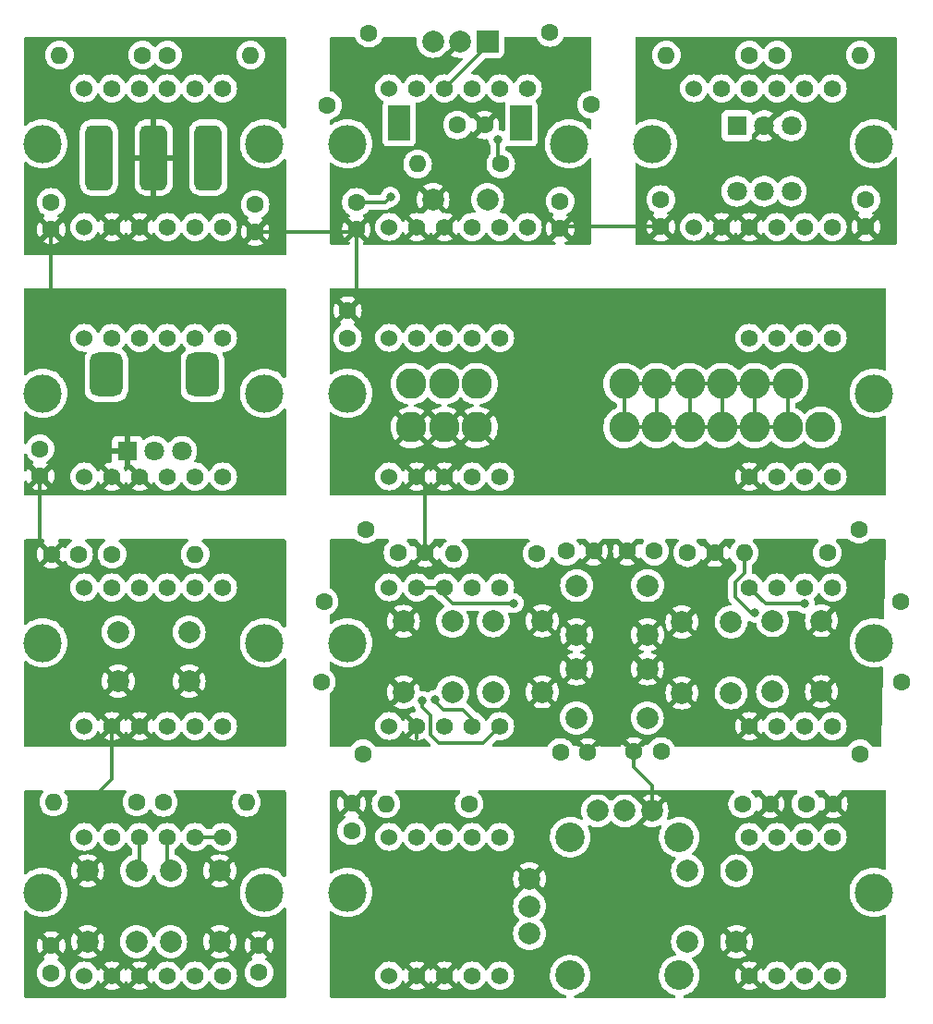
<source format=gbr>
%TF.GenerationSoftware,KiCad,Pcbnew,(6.0.11)*%
%TF.CreationDate,2023-03-17T21:56:11-05:00*%
%TF.ProjectId,HIDControls,48494443-6f6e-4747-926f-6c732e6b6963,rev?*%
%TF.SameCoordinates,Original*%
%TF.FileFunction,Copper,L1,Top*%
%TF.FilePolarity,Positive*%
%FSLAX46Y46*%
G04 Gerber Fmt 4.6, Leading zero omitted, Abs format (unit mm)*
G04 Created by KiCad (PCBNEW (6.0.11)) date 2023-03-17 21:56:11*
%MOMM*%
%LPD*%
G01*
G04 APERTURE LIST*
G04 Aperture macros list*
%AMRoundRect*
0 Rectangle with rounded corners*
0 $1 Rounding radius*
0 $2 $3 $4 $5 $6 $7 $8 $9 X,Y pos of 4 corners*
0 Add a 4 corners polygon primitive as box body*
4,1,4,$2,$3,$4,$5,$6,$7,$8,$9,$2,$3,0*
0 Add four circle primitives for the rounded corners*
1,1,$1+$1,$2,$3*
1,1,$1+$1,$4,$5*
1,1,$1+$1,$6,$7*
1,1,$1+$1,$8,$9*
0 Add four rect primitives between the rounded corners*
20,1,$1+$1,$2,$3,$4,$5,0*
20,1,$1+$1,$4,$5,$6,$7,0*
20,1,$1+$1,$6,$7,$8,$9,0*
20,1,$1+$1,$8,$9,$2,$3,0*%
%AMHorizOval*
0 Thick line with rounded ends*
0 $1 width*
0 $2 $3 position (X,Y) of the first rounded end (center of the circle)*
0 $4 $5 position (X,Y) of the second rounded end (center of the circle)*
0 Add line between two ends*
20,1,$1,$2,$3,$4,$5,0*
0 Add two circle primitives to create the rounded ends*
1,1,$1,$2,$3*
1,1,$1,$4,$5*%
G04 Aperture macros list end*
%TA.AperFunction,ComponentPad*%
%ADD10C,2.000000*%
%TD*%
%TA.AperFunction,ComponentPad*%
%ADD11R,2.000000X2.000000*%
%TD*%
%TA.AperFunction,ComponentPad*%
%ADD12R,2.000000X3.200000*%
%TD*%
%TA.AperFunction,WasherPad*%
%ADD13C,3.500000*%
%TD*%
%TA.AperFunction,ComponentPad*%
%ADD14C,1.560000*%
%TD*%
%TA.AperFunction,ComponentPad*%
%ADD15C,1.524000*%
%TD*%
%TA.AperFunction,ComponentPad*%
%ADD16R,1.800000X1.800000*%
%TD*%
%TA.AperFunction,ComponentPad*%
%ADD17C,1.800000*%
%TD*%
%TA.AperFunction,ComponentPad*%
%ADD18C,2.700000*%
%TD*%
%TA.AperFunction,ComponentPad*%
%ADD19C,2.800000*%
%TD*%
%TA.AperFunction,ComponentPad*%
%ADD20RoundRect,0.625000X-0.625000X-2.375000X0.625000X-2.375000X0.625000X2.375000X-0.625000X2.375000X0*%
%TD*%
%TA.AperFunction,ComponentPad*%
%ADD21RoundRect,0.750000X0.750000X-1.250000X0.750000X1.250000X-0.750000X1.250000X-0.750000X-1.250000X0*%
%TD*%
%TA.AperFunction,ComponentPad*%
%ADD22C,1.600000*%
%TD*%
%TA.AperFunction,ComponentPad*%
%ADD23O,1.600000X1.600000*%
%TD*%
%TA.AperFunction,ComponentPad*%
%ADD24HorizOval,1.600000X0.000000X0.000000X0.000000X0.000000X0*%
%TD*%
%TA.AperFunction,ComponentPad*%
%ADD25HorizOval,1.600000X0.000000X0.000000X0.000000X0.000000X0*%
%TD*%
%TA.AperFunction,ComponentPad*%
%ADD26HorizOval,1.600000X0.000000X0.000000X0.000000X0.000000X0*%
%TD*%
%TA.AperFunction,ComponentPad*%
%ADD27HorizOval,1.600000X0.000000X0.000000X0.000000X0.000000X0*%
%TD*%
%TA.AperFunction,ViaPad*%
%ADD28C,0.800000*%
%TD*%
%TA.AperFunction,Conductor*%
%ADD29C,0.350000*%
%TD*%
G04 APERTURE END LIST*
D10*
%TO.P,SW10,1,1*%
%TO.N,GND*%
X148140000Y-109740000D03*
X141640000Y-109740000D03*
%TO.P,SW10,2,2*%
%TO.N,Net-(C18-Pad2)*%
X141640000Y-105240000D03*
X148140000Y-105240000D03*
%TD*%
%TO.P,SW9,1,1*%
%TO.N,GND*%
X141620000Y-112880000D03*
X148120000Y-112880000D03*
%TO.P,SW9,2,2*%
%TO.N,Net-(C17-Pad2)*%
X141620000Y-117380000D03*
X148120000Y-117380000D03*
%TD*%
D11*
%TO.P,SW5,A,A*%
%TO.N,Net-(C12-Pad2)*%
X133470000Y-55390000D03*
D10*
%TO.P,SW5,B,B*%
%TO.N,Net-(C16-Pad2)*%
X128470000Y-55390000D03*
%TO.P,SW5,C,C*%
%TO.N,GND*%
X130970000Y-55390000D03*
D12*
%TO.P,SW5,MP*%
%TO.N,N/C*%
X125370000Y-62890000D03*
X136570000Y-62890000D03*
D10*
%TO.P,SW5,S1,S1*%
%TO.N,GND*%
X128470000Y-69890000D03*
%TO.P,SW5,S2,S2*%
%TO.N,Net-(C15-Pad2)*%
X133470000Y-69890000D03*
%TD*%
%TO.P,SW2,1,1*%
%TO.N,GND*%
X96810000Y-131370000D03*
X96810000Y-137870000D03*
%TO.P,SW2,2,2*%
%TO.N,Net-(C6-Pad2)*%
X101310000Y-131370000D03*
X101310000Y-137870000D03*
%TD*%
D13*
%TO.P,M10,*%
%TO.N,*%
X168910000Y-110490000D03*
D14*
%TO.P,M10,1,GND*%
%TO.N,GND*%
X157480000Y-118110000D03*
%TO.P,M10,2,ACC*%
%TO.N,Net-(M10-Pad2)*%
X160020000Y-118110000D03*
%TO.P,M10,3,VCC*%
%TO.N,Net-(M10-Pad3)*%
X162560000Y-118110000D03*
X165100000Y-118110000D03*
%TO.P,M10,4,SW1*%
%TO.N,Net-(C17-Pad2)*%
X157480000Y-105410000D03*
%TO.P,M10,5,ANG*%
%TO.N,Net-(C19-Pad1)*%
X160020000Y-105410000D03*
%TO.P,M10,6,SW2*%
%TO.N,Net-(C21-Pad1)*%
X165100000Y-105410000D03*
X162560000Y-105410000D03*
%TD*%
D10*
%TO.P,SW1,1,1*%
%TO.N,GND*%
X108930000Y-131370000D03*
X108930000Y-137870000D03*
%TO.P,SW1,2,2*%
%TO.N,Net-(C5-Pad2)*%
X104430000Y-131370000D03*
X104430000Y-137870000D03*
%TD*%
%TO.P,SW11,1,1*%
%TO.N,GND*%
X151300000Y-108570000D03*
X151300000Y-115070000D03*
%TO.P,SW11,2,2*%
%TO.N,Net-(C19-Pad1)*%
X155800000Y-108570000D03*
X155800000Y-115070000D03*
%TD*%
D13*
%TO.P,M7,*%
%TO.N,*%
X92710000Y-64770000D03*
X113030000Y-64770000D03*
D14*
%TO.P,M7,1,GND*%
%TO.N,GND*%
X99060000Y-72390000D03*
X101600000Y-72390000D03*
%TO.P,M7,2,ACC*%
%TO.N,Net-(M7-Pad2)*%
X104140000Y-72390000D03*
%TO.P,M7,3,VCC*%
%TO.N,Net-(M7-Pad3)*%
X109220000Y-72390000D03*
X106680000Y-72390000D03*
%TO.P,M7,4,SW1*%
%TO.N,Net-(C14-Pad2)*%
X101600000Y-59690000D03*
X99060000Y-59690000D03*
%TO.P,M7,5,ANG*%
%TO.N,Net-(C13-Pad2)*%
X104140000Y-59690000D03*
%TO.P,M7,6,SW2*%
%TO.N,unconnected-(M7-Pad6)*%
X106680000Y-59690000D03*
X109220000Y-59690000D03*
D15*
%TO.P,M7,7,IN1*%
%TO.N,unconnected-(M7-Pad7)*%
X96520000Y-59690000D03*
%TO.P,M7,8,IN2*%
%TO.N,unconnected-(M7-Pad8)*%
X96520000Y-72390000D03*
%TD*%
D13*
%TO.P,M4,*%
%TO.N,*%
X140970000Y-64770000D03*
X120650000Y-64770000D03*
D14*
%TO.P,M4,1,GND*%
%TO.N,GND*%
X127000000Y-72390000D03*
X129540000Y-72390000D03*
%TO.P,M4,2,ACC*%
%TO.N,Net-(M4-Pad2)*%
X132080000Y-72390000D03*
%TO.P,M4,3,VCC*%
%TO.N,Net-(M4-Pad3)*%
X134620000Y-72390000D03*
X137160000Y-72390000D03*
%TO.P,M4,4,SW1*%
%TO.N,Net-(C12-Pad2)*%
X127000000Y-59690000D03*
X129540000Y-59690000D03*
%TO.P,M4,5,ANG*%
%TO.N,Net-(C16-Pad2)*%
X132080000Y-59690000D03*
%TO.P,M4,6,SW2*%
%TO.N,Net-(C15-Pad2)*%
X137160000Y-59690000D03*
X134620000Y-59690000D03*
D15*
%TO.P,M4,7,IN1*%
%TO.N,unconnected-(M4-Pad7)*%
X124460000Y-59690000D03*
%TO.P,M4,8,IN2*%
%TO.N,unconnected-(M4-Pad8)*%
X124460000Y-72390000D03*
%TD*%
D13*
%TO.P,M8,*%
%TO.N,*%
X148590000Y-64770000D03*
X168910000Y-64770000D03*
D14*
%TO.P,M8,1,GND*%
%TO.N,GND*%
X157480000Y-72390000D03*
X154940000Y-72390000D03*
%TO.P,M8,2,ACC*%
%TO.N,Net-(M8-Pad2)*%
X160020000Y-72390000D03*
%TO.P,M8,3,VCC*%
%TO.N,Net-(M8-Pad3)*%
X165100000Y-72390000D03*
X162560000Y-72390000D03*
%TO.P,M8,4,SW1*%
%TO.N,Net-(C8-Pad2)*%
X157480000Y-59690000D03*
X154940000Y-59690000D03*
%TO.P,M8,5,ANG*%
%TO.N,Net-(C7-Pad2)*%
X160020000Y-59690000D03*
%TO.P,M8,6,SW2*%
%TO.N,unconnected-(M8-Pad6)*%
X165100000Y-59690000D03*
X162560000Y-59690000D03*
D15*
%TO.P,M8,7,IN1*%
%TO.N,unconnected-(M8-Pad7)*%
X152400000Y-59690000D03*
%TO.P,M8,8,IN2*%
%TO.N,unconnected-(M8-Pad8)*%
X152400000Y-72390000D03*
%TD*%
D13*
%TO.P,M6,*%
%TO.N,*%
X120650000Y-110490000D03*
D14*
%TO.P,M6,1,GND*%
%TO.N,GND*%
X129540000Y-118110000D03*
X127000000Y-118110000D03*
%TO.P,M6,2,ACC*%
%TO.N,Net-(M6-Pad2)*%
X132080000Y-118110000D03*
%TO.P,M6,3,VCC*%
%TO.N,Net-(M6-Pad3)*%
X134620000Y-118110000D03*
%TO.P,M6,4,SW1*%
%TO.N,Net-(C18-Pad2)*%
X129540000Y-105410000D03*
X127000000Y-105410000D03*
%TO.P,M6,5,ANG*%
%TO.N,Net-(C20-Pad1)*%
X132080000Y-105410000D03*
%TO.P,M6,6,SW2*%
%TO.N,Net-(C22-Pad1)*%
X134620000Y-105410000D03*
D15*
%TO.P,M6,7,IN1*%
%TO.N,unconnected-(M6-Pad7)*%
X124460000Y-105410000D03*
%TO.P,M6,8,IN2*%
%TO.N,unconnected-(M6-Pad8)*%
X124460000Y-118110000D03*
%TD*%
D13*
%TO.P,M12,*%
%TO.N,*%
X168910000Y-133350000D03*
D14*
%TO.P,M12,1,GND*%
%TO.N,GND*%
X157480000Y-140970000D03*
%TO.P,M12,2,ACC*%
%TO.N,unconnected-(M12-Pad2)*%
X160020000Y-140970000D03*
%TO.P,M12,3,VCC*%
%TO.N,unconnected-(M12-Pad3)*%
X165100000Y-140970000D03*
X162560000Y-140970000D03*
%TO.P,M12,4,SW1*%
%TO.N,unconnected-(M12-Pad4)*%
X157480000Y-128270000D03*
%TO.P,M12,5,ANG*%
%TO.N,Net-(C10-Pad2)*%
X160020000Y-128270000D03*
%TO.P,M12,6,SW2*%
%TO.N,unconnected-(M12-Pad6)*%
X165100000Y-128270000D03*
X162560000Y-128270000D03*
%TD*%
D10*
%TO.P,SW8,1,1*%
%TO.N,GND*%
X99620000Y-114010000D03*
X106120000Y-114010000D03*
%TO.P,SW8,2,2*%
%TO.N,Net-(C9-Pad2)*%
X106120000Y-109510000D03*
X99620000Y-109510000D03*
%TD*%
D13*
%TO.P,M11,*%
%TO.N,*%
X92710000Y-110490000D03*
X113030000Y-110490000D03*
D14*
%TO.P,M11,1,GND*%
%TO.N,GND*%
X101600000Y-118110000D03*
X99060000Y-118110000D03*
%TO.P,M11,2,ACC*%
%TO.N,unconnected-(M11-Pad2)*%
X104140000Y-118110000D03*
%TO.P,M11,3,VCC*%
%TO.N,Net-(M11-Pad3)*%
X106680000Y-118110000D03*
X109220000Y-118110000D03*
%TO.P,M11,4,SW1*%
%TO.N,Net-(C9-Pad2)*%
X101600000Y-105410000D03*
X99060000Y-105410000D03*
%TO.P,M11,5,ANG*%
%TO.N,unconnected-(M11-Pad5)*%
X104140000Y-105410000D03*
%TO.P,M11,6,SW2*%
%TO.N,unconnected-(M11-Pad6)*%
X109220000Y-105410000D03*
X106680000Y-105410000D03*
D15*
%TO.P,M11,7,IN1*%
%TO.N,unconnected-(M11-Pad7)*%
X96520000Y-105410000D03*
%TO.P,M11,8,IN2*%
%TO.N,unconnected-(M11-Pad8)*%
X96520000Y-118110000D03*
%TD*%
D16*
%TO.P,SW6,1,A*%
%TO.N,Net-(C8-Pad2)*%
X156327500Y-63117500D03*
D17*
%TO.P,SW6,2,B*%
%TO.N,GND*%
X158827500Y-63117500D03*
%TO.P,SW6,3,C*%
%TO.N,Net-(C7-Pad2)*%
X161327500Y-63117500D03*
%TO.P,SW6,4*%
%TO.N,N/C*%
X156327500Y-69117500D03*
%TO.P,SW6,5*%
X158827500Y-69117500D03*
%TO.P,SW6,6*%
X161327500Y-69117500D03*
%TD*%
D13*
%TO.P,M3,*%
%TO.N,*%
X113030000Y-133350000D03*
X92710000Y-133350000D03*
D14*
%TO.P,M3,1,GND*%
%TO.N,GND*%
X101600000Y-140970000D03*
X99060000Y-140970000D03*
%TO.P,M3,2,ACC*%
%TO.N,unconnected-(M3-Pad2)*%
X104140000Y-140970000D03*
%TO.P,M3,3,VCC*%
%TO.N,Net-(M3-Pad3)*%
X109220000Y-140970000D03*
X106680000Y-140970000D03*
%TO.P,M3,4,SW1*%
%TO.N,Net-(C6-Pad2)*%
X99060000Y-128270000D03*
X101600000Y-128270000D03*
%TO.P,M3,5,ANG*%
%TO.N,Net-(C5-Pad2)*%
X104140000Y-128270000D03*
%TO.P,M3,6,SW2*%
%TO.N,unconnected-(M3-Pad6)*%
X106680000Y-128270000D03*
X109220000Y-128270000D03*
D15*
%TO.P,M3,7,IN1*%
%TO.N,unconnected-(M3-Pad7)*%
X96520000Y-128270000D03*
%TO.P,M3,8,IN2*%
%TO.N,unconnected-(M3-Pad8)*%
X96520000Y-140970000D03*
%TD*%
D13*
%TO.P,M2,*%
%TO.N,*%
X120650000Y-133350000D03*
D14*
%TO.P,M2,1,GND*%
%TO.N,GND*%
X127000000Y-140970000D03*
X129540000Y-140970000D03*
%TO.P,M2,2,ACC*%
%TO.N,Net-(J1-Pad3)*%
X132080000Y-140970000D03*
%TO.P,M2,3,VCC*%
%TO.N,Net-(M2-Pad3)*%
X134620000Y-140970000D03*
%TO.P,M2,4,SW1*%
%TO.N,Net-(C4-Pad2)*%
X129540000Y-128270000D03*
X127000000Y-128270000D03*
%TO.P,M2,5,ANG*%
%TO.N,Net-(C3-Pad1)*%
X132080000Y-128270000D03*
%TO.P,M2,6,SW2*%
%TO.N,unconnected-(M2-Pad6)*%
X134620000Y-128270000D03*
D15*
%TO.P,M2,7,IN1*%
%TO.N,unconnected-(M2-Pad7)*%
X124460000Y-128270000D03*
%TO.P,M2,8,IN2*%
%TO.N,unconnected-(M2-Pad8)*%
X124460000Y-140970000D03*
%TD*%
D13*
%TO.P,M9,*%
%TO.N,*%
X168910000Y-87630000D03*
D14*
%TO.P,M9,1,GND*%
%TO.N,GND*%
X157480000Y-95250000D03*
%TO.P,M9,2,ACC*%
%TO.N,unconnected-(M9-Pad2)*%
X160020000Y-95250000D03*
%TO.P,M9,3,VCC*%
%TO.N,unconnected-(M9-Pad3)*%
X165100000Y-95250000D03*
X162560000Y-95250000D03*
%TO.P,M9,4,SW1*%
%TO.N,unconnected-(M9-Pad4)*%
X157480000Y-82550000D03*
%TO.P,M9,5,ANG*%
%TO.N,unconnected-(M9-Pad5)*%
X160020000Y-82550000D03*
%TO.P,M9,6,SW2*%
%TO.N,unconnected-(M9-Pad6)*%
X165100000Y-82550000D03*
X162560000Y-82550000D03*
%TD*%
D13*
%TO.P,M1,*%
%TO.N,*%
X92710000Y-87630000D03*
X113030000Y-87630000D03*
D14*
%TO.P,M1,1,GND*%
%TO.N,GND*%
X101600000Y-95250000D03*
X99060000Y-95250000D03*
%TO.P,M1,2,ACC*%
%TO.N,Net-(M1-Pad2)*%
X104140000Y-95250000D03*
%TO.P,M1,3,VCC*%
%TO.N,unconnected-(M1-Pad3)*%
X109220000Y-95250000D03*
X106680000Y-95250000D03*
%TO.P,M1,4,SW1*%
%TO.N,unconnected-(M1-Pad4)*%
X101600000Y-82550000D03*
X99060000Y-82550000D03*
%TO.P,M1,5,ANG*%
%TO.N,Net-(C1-Pad1)*%
X104140000Y-82550000D03*
%TO.P,M1,6,SW2*%
%TO.N,unconnected-(M1-Pad6)*%
X106680000Y-82550000D03*
X109220000Y-82550000D03*
D15*
%TO.P,M1,7,IN1*%
%TO.N,unconnected-(M1-Pad7)*%
X96520000Y-82550000D03*
%TO.P,M1,8,IN2*%
%TO.N,unconnected-(M1-Pad8)*%
X96520000Y-95250000D03*
%TD*%
D10*
%TO.P,J1,1,X1*%
%TO.N,GND*%
X148550000Y-125890000D03*
%TO.P,J1,2,X2*%
%TO.N,Net-(C3-Pad1)*%
X146050000Y-125890000D03*
%TO.P,J1,3,X3*%
%TO.N,Net-(J1-Pad3)*%
X143550000Y-125890000D03*
%TO.P,J1,4,Y1*%
%TO.N,GND*%
X137320000Y-132120000D03*
%TO.P,J1,5,Y2*%
%TO.N,Net-(C10-Pad2)*%
X137320000Y-134620000D03*
%TO.P,J1,6,Y3*%
%TO.N,Net-(J1-Pad3)*%
X137320000Y-137120000D03*
%TO.P,J1,A1,A1*%
%TO.N,Net-(C4-Pad2)*%
X151800000Y-137870000D03*
%TO.P,J1,A2,A2*%
%TO.N,GND*%
X156300000Y-137870000D03*
%TO.P,J1,B1,B1*%
%TO.N,unconnected-(J1-PadB1)*%
X151800000Y-131370000D03*
%TO.P,J1,B2,B2*%
%TO.N,unconnected-(J1-PadB2)*%
X156300000Y-131370000D03*
D18*
%TO.P,J1,M1*%
%TO.N,N/C*%
X141050000Y-140945000D03*
%TO.P,J1,M2*%
X141050000Y-128295000D03*
%TO.P,J1,M3*%
X151050000Y-140945000D03*
%TO.P,J1,M4*%
X151050000Y-128295000D03*
%TD*%
D19*
%TO.P,RV2,1,1*%
%TO.N,GND*%
X126500000Y-90750000D03*
X132500000Y-90750000D03*
X129500000Y-90750000D03*
%TO.P,RV2,2,2*%
%TO.N,Net-(C2-Pad2)*%
X126500000Y-86750000D03*
X129500000Y-86750000D03*
X132500000Y-86750000D03*
%TO.P,RV2,3,3*%
%TO.N,Net-(M5-Pad2)*%
X161000000Y-86750000D03*
X152000000Y-86750000D03*
X146000000Y-90750000D03*
X155000000Y-86750000D03*
X152000000Y-90750000D03*
X158000000Y-86750000D03*
X146000000Y-86750000D03*
X164000000Y-90750000D03*
X158000000Y-90750000D03*
X161000000Y-90750000D03*
X149000000Y-86750000D03*
X155000000Y-90750000D03*
X149000000Y-90750000D03*
%TD*%
D20*
%TO.P,SW7,1,A*%
%TO.N,Net-(C14-Pad2)*%
X97870000Y-66040000D03*
%TO.P,SW7,2,B*%
%TO.N,GND*%
X102870000Y-66040000D03*
%TO.P,SW7,3,C*%
%TO.N,Net-(C13-Pad2)*%
X107870000Y-66040000D03*
%TD*%
D10*
%TO.P,SW13,1,1*%
%TO.N,GND*%
X164084000Y-114958000D03*
X164084000Y-108458000D03*
%TO.P,SW13,2,2*%
%TO.N,Net-(C21-Pad1)*%
X159584000Y-108458000D03*
X159584000Y-114958000D03*
%TD*%
%TO.P,SW14,1,1*%
%TO.N,GND*%
X125766000Y-115010000D03*
X125766000Y-108510000D03*
%TO.P,SW14,2,2*%
%TO.N,Net-(C22-Pad1)*%
X130266000Y-115010000D03*
X130266000Y-108510000D03*
%TD*%
%TO.P,SW12,1,1*%
%TO.N,GND*%
X138490000Y-108480000D03*
X138490000Y-114980000D03*
%TO.P,SW12,2,2*%
%TO.N,Net-(C20-Pad1)*%
X133990000Y-114980000D03*
X133990000Y-108480000D03*
%TD*%
D16*
%TO.P,RV1,1,1*%
%TO.N,GND*%
X100450000Y-92930000D03*
D17*
%TO.P,RV1,2,2*%
%TO.N,Net-(C1-Pad1)*%
X102950000Y-92930000D03*
%TO.P,RV1,3,3*%
%TO.N,Net-(M1-Pad2)*%
X105450000Y-92930000D03*
D21*
%TO.P,RV1,MP*%
%TO.N,N/C*%
X107350000Y-85930000D03*
X98550000Y-85930000D03*
%TD*%
D13*
%TO.P,M5,*%
%TO.N,*%
X120650000Y-87630000D03*
D14*
%TO.P,M5,1,GND*%
%TO.N,GND*%
X127000000Y-95250000D03*
X129540000Y-95250000D03*
%TO.P,M5,2,ACC*%
%TO.N,Net-(M5-Pad2)*%
X132080000Y-95250000D03*
%TO.P,M5,3,VCC*%
%TO.N,unconnected-(M5-Pad3)*%
X134620000Y-95250000D03*
%TO.P,M5,4,SW1*%
%TO.N,unconnected-(M5-Pad4)*%
X127000000Y-82550000D03*
X129540000Y-82550000D03*
%TO.P,M5,5,ANG*%
%TO.N,Net-(C2-Pad2)*%
X132080000Y-82550000D03*
%TO.P,M5,6,SW2*%
%TO.N,unconnected-(M5-Pad6)*%
X134620000Y-82550000D03*
D15*
%TO.P,M5,7,IN1*%
%TO.N,unconnected-(M5-Pad7)*%
X124460000Y-82550000D03*
%TO.P,M5,8,IN2*%
%TO.N,unconnected-(M5-Pad8)*%
X124460000Y-95250000D03*
%TD*%
D22*
%TO.P,C16,1*%
%TO.N,GND*%
X121450000Y-72630000D03*
%TO.P,C16,2*%
%TO.N,Net-(C16-Pad2)*%
X121450000Y-70130000D03*
%TD*%
%TO.P,R10,1*%
%TO.N,Net-(C8-Pad2)*%
X157480000Y-56642000D03*
D23*
%TO.P,R10,2*%
%TO.N,Net-(M8-Pad3)*%
X149860000Y-56642000D03*
%TD*%
D22*
%TO.P,R1,1*%
%TO.N,Net-(C5-Pad2)*%
X103759000Y-125095000D03*
D23*
%TO.P,R1,2*%
%TO.N,Net-(M3-Pad3)*%
X111379000Y-125095000D03*
%TD*%
D22*
%TO.P,C18,1*%
%TO.N,GND*%
X127762000Y-102235000D03*
%TO.P,C18,2*%
%TO.N,Net-(C18-Pad2)*%
X125262000Y-102235000D03*
%TD*%
%TO.P,R17,1*%
%TO.N,Net-(C19-Pad1)*%
X167640000Y-120650000D03*
D24*
%TO.P,R17,2*%
%TO.N,Net-(M10-Pad2)*%
X171450000Y-114050886D03*
%TD*%
D22*
%TO.P,C3,1*%
%TO.N,Net-(C3-Pad1)*%
X156860000Y-125250000D03*
%TO.P,C3,2*%
%TO.N,GND*%
X159360000Y-125250000D03*
%TD*%
%TO.P,R12,1*%
%TO.N,Net-(C14-Pad2)*%
X101854000Y-56642000D03*
D23*
%TO.P,R12,2*%
%TO.N,Net-(M7-Pad3)*%
X94234000Y-56642000D03*
%TD*%
D22*
%TO.P,R15,1*%
%TO.N,Net-(M10-Pad3)*%
X171323000Y-106677557D03*
D25*
%TO.P,R15,2*%
%TO.N,Net-(C17-Pad2)*%
X167513000Y-100078443D03*
%TD*%
D22*
%TO.P,C15,1*%
%TO.N,GND*%
X140120000Y-72530000D03*
%TO.P,C15,2*%
%TO.N,Net-(C15-Pad2)*%
X140120000Y-70030000D03*
%TD*%
%TO.P,C9,1*%
%TO.N,GND*%
X93492000Y-102368000D03*
%TO.P,C9,2*%
%TO.N,Net-(C9-Pad2)*%
X95992000Y-102368000D03*
%TD*%
%TO.P,C12,1*%
%TO.N,GND*%
X133210000Y-63040000D03*
%TO.P,C12,2*%
%TO.N,Net-(C12-Pad2)*%
X130710000Y-63040000D03*
%TD*%
%TO.P,R3,1*%
%TO.N,Net-(M2-Pad3)*%
X131790000Y-125220000D03*
D23*
%TO.P,R3,2*%
%TO.N,Net-(C4-Pad2)*%
X124170000Y-125220000D03*
%TD*%
D22*
%TO.P,R18,1*%
%TO.N,Net-(C20-Pad1)*%
X118237000Y-114048444D03*
D26*
%TO.P,R18,2*%
%TO.N,Net-(M6-Pad2)*%
X122047000Y-120647558D03*
%TD*%
D22*
%TO.P,R2,1*%
%TO.N,Net-(C6-Pad2)*%
X101330000Y-125070000D03*
D23*
%TO.P,R2,2*%
%TO.N,Net-(M3-Pad3)*%
X93710000Y-125070000D03*
%TD*%
D22*
%TO.P,C4,1*%
%TO.N,GND*%
X121020000Y-125210000D03*
%TO.P,C4,2*%
%TO.N,Net-(C4-Pad2)*%
X121020000Y-127710000D03*
%TD*%
%TO.P,R9,1*%
%TO.N,Net-(C16-Pad2)*%
X139200000Y-54580000D03*
D26*
%TO.P,R9,2*%
%TO.N,Net-(M4-Pad2)*%
X143010000Y-61179114D03*
%TD*%
D22*
%TO.P,R16,1*%
%TO.N,Net-(M6-Pad3)*%
X118491000Y-106677557D03*
D24*
%TO.P,R16,2*%
%TO.N,Net-(C18-Pad2)*%
X122301000Y-100078443D03*
%TD*%
D22*
%TO.P,R8,1*%
%TO.N,Net-(C15-Pad2)*%
X134680000Y-66610000D03*
D23*
%TO.P,R8,2*%
%TO.N,Net-(M4-Pad2)*%
X127060000Y-66610000D03*
%TD*%
D22*
%TO.P,C20,1*%
%TO.N,Net-(C20-Pad1)*%
X140157200Y-120523000D03*
%TO.P,C20,2*%
%TO.N,GND*%
X142657200Y-120523000D03*
%TD*%
%TO.P,C1,1*%
%TO.N,Net-(C1-Pad1)*%
X92456000Y-92710000D03*
%TO.P,C1,2*%
%TO.N,GND*%
X92456000Y-95210000D03*
%TD*%
%TO.P,C22,1*%
%TO.N,Net-(C22-Pad1)*%
X140700000Y-102100000D03*
%TO.P,C22,2*%
%TO.N,GND*%
X143200000Y-102100000D03*
%TD*%
%TO.P,C13,1*%
%TO.N,GND*%
X112170000Y-72830000D03*
%TO.P,C13,2*%
%TO.N,Net-(C13-Pad2)*%
X112170000Y-70330000D03*
%TD*%
%TO.P,C5,1*%
%TO.N,GND*%
X112522000Y-138196000D03*
%TO.P,C5,2*%
%TO.N,Net-(C5-Pad2)*%
X112522000Y-140696000D03*
%TD*%
%TO.P,R13,1*%
%TO.N,Net-(C13-Pad2)*%
X104140000Y-56642000D03*
D23*
%TO.P,R13,2*%
%TO.N,Net-(M7-Pad2)*%
X111760000Y-56642000D03*
%TD*%
D22*
%TO.P,C7,1*%
%TO.N,GND*%
X168148000Y-72370000D03*
%TO.P,C7,2*%
%TO.N,Net-(C7-Pad2)*%
X168148000Y-69870000D03*
%TD*%
%TO.P,C17,1*%
%TO.N,GND*%
X154305000Y-102230000D03*
%TO.P,C17,2*%
%TO.N,Net-(C17-Pad2)*%
X151805000Y-102230000D03*
%TD*%
%TO.P,C21,1*%
%TO.N,Net-(C21-Pad1)*%
X148770000Y-102090000D03*
%TO.P,C21,2*%
%TO.N,GND*%
X146270000Y-102090000D03*
%TD*%
%TO.P,R7,1*%
%TO.N,Net-(C12-Pad2)*%
X122610000Y-54640000D03*
D27*
%TO.P,R7,2*%
%TO.N,Net-(M4-Pad3)*%
X118800000Y-61239114D03*
%TD*%
D22*
%TO.P,C19,1*%
%TO.N,Net-(C19-Pad1)*%
X149390000Y-120440000D03*
%TO.P,C19,2*%
%TO.N,GND*%
X146890000Y-120440000D03*
%TD*%
%TO.P,C10,1*%
%TO.N,GND*%
X165170000Y-125230000D03*
%TO.P,C10,2*%
%TO.N,Net-(C10-Pad2)*%
X162670000Y-125230000D03*
%TD*%
%TO.P,R20,1*%
%TO.N,Net-(C22-Pad1)*%
X138020000Y-102320000D03*
D23*
%TO.P,R20,2*%
%TO.N,Net-(M6-Pad2)*%
X130400000Y-102320000D03*
%TD*%
D22*
%TO.P,C8,1*%
%TO.N,GND*%
X149352000Y-72370000D03*
%TO.P,C8,2*%
%TO.N,Net-(C8-Pad2)*%
X149352000Y-69870000D03*
%TD*%
%TO.P,C14,1*%
%TO.N,GND*%
X93472000Y-72624000D03*
%TO.P,C14,2*%
%TO.N,Net-(C14-Pad2)*%
X93472000Y-70124000D03*
%TD*%
%TO.P,C6,1*%
%TO.N,GND*%
X93472000Y-138216000D03*
%TO.P,C6,2*%
%TO.N,Net-(C6-Pad2)*%
X93472000Y-140716000D03*
%TD*%
%TO.P,C2,1*%
%TO.N,GND*%
X120640000Y-80050000D03*
%TO.P,C2,2*%
%TO.N,Net-(C2-Pad2)*%
X120640000Y-82550000D03*
%TD*%
%TO.P,R19,1*%
%TO.N,Net-(C21-Pad1)*%
X164610000Y-102250000D03*
D23*
%TO.P,R19,2*%
%TO.N,Net-(M10-Pad2)*%
X156990000Y-102250000D03*
%TD*%
D22*
%TO.P,R11,1*%
%TO.N,Net-(C7-Pad2)*%
X160020000Y-56642000D03*
D23*
%TO.P,R11,2*%
%TO.N,Net-(M8-Pad2)*%
X167640000Y-56642000D03*
%TD*%
D22*
%TO.P,R14,1*%
%TO.N,Net-(C9-Pad2)*%
X99060000Y-102368000D03*
D23*
%TO.P,R14,2*%
%TO.N,Net-(M11-Pad3)*%
X106680000Y-102368000D03*
%TD*%
D28*
%TO.N,Net-(C15-Pad2)*%
X134460000Y-64420000D03*
%TO.N,Net-(C16-Pad2)*%
X124570000Y-69630000D03*
%TO.N,Net-(C17-Pad2)*%
X162550000Y-106900000D03*
%TO.N,Net-(C18-Pad2)*%
X135860000Y-106860000D03*
%TO.N,Net-(M6-Pad2)*%
X128651000Y-115697000D03*
%TO.N,Net-(M6-Pad3)*%
X127508000Y-115811500D03*
%TO.N,Net-(M10-Pad2)*%
X157987393Y-107724500D03*
%TD*%
D29*
%TO.N,GND*%
X93472000Y-83472000D02*
X93472000Y-72624000D01*
X96000000Y-86000000D02*
X93472000Y-83472000D01*
X96000000Y-90000000D02*
X96000000Y-86000000D01*
X98930000Y-92930000D02*
X96000000Y-90000000D01*
X100450000Y-92930000D02*
X98930000Y-92930000D01*
X140280000Y-72370000D02*
X140120000Y-72530000D01*
X149352000Y-72370000D02*
X140280000Y-72370000D01*
X127000000Y-119230000D02*
X127000000Y-118110000D01*
X127762000Y-96012000D02*
X127000000Y-95250000D01*
X127762000Y-102235000D02*
X127762000Y-96012000D01*
X121450000Y-79240000D02*
X120640000Y-80050000D01*
X121450000Y-72630000D02*
X121450000Y-79240000D01*
X121250000Y-72830000D02*
X121450000Y-72630000D01*
X112170000Y-72830000D02*
X121250000Y-72830000D01*
X92456000Y-101332000D02*
X93492000Y-102368000D01*
X92456000Y-95210000D02*
X92456000Y-101332000D01*
X95000000Y-129560000D02*
X96810000Y-131370000D01*
X99060000Y-122940000D02*
X95000000Y-127000000D01*
X99060000Y-118110000D02*
X99060000Y-122940000D01*
X95000000Y-127000000D02*
X95000000Y-129560000D01*
X146890000Y-121890000D02*
X148550000Y-123550000D01*
X146890000Y-120440000D02*
X146890000Y-121890000D01*
X148550000Y-123550000D02*
X148550000Y-125890000D01*
%TO.N,unconnected-(M3-Pad6)*%
X109220000Y-128270000D02*
X106680000Y-128270000D01*
%TO.N,Net-(C5-Pad2)*%
X104140000Y-131080000D02*
X104430000Y-131370000D01*
X104140000Y-128270000D02*
X104140000Y-131080000D01*
%TO.N,Net-(C6-Pad2)*%
X101600000Y-128270000D02*
X101600000Y-131080000D01*
X101600000Y-131080000D02*
X101310000Y-131370000D01*
%TO.N,Net-(M5-Pad2)*%
X149000000Y-86750000D02*
X152000000Y-86750000D01*
X152000000Y-90750000D02*
X155000000Y-90750000D01*
X155000000Y-86750000D02*
X155000000Y-90750000D01*
X149000000Y-86750000D02*
X149000000Y-90750000D01*
X152000000Y-86750000D02*
X152000000Y-90750000D01*
X158000000Y-86750000D02*
X158000000Y-90750000D01*
X146000000Y-90750000D02*
X149000000Y-90750000D01*
X149000000Y-90750000D02*
X153000000Y-90750000D01*
X146000000Y-86750000D02*
X146000000Y-90750000D01*
X161000000Y-86750000D02*
X161000000Y-90750000D01*
X158000000Y-90750000D02*
X161000000Y-90750000D01*
X155000000Y-90750000D02*
X158000000Y-90750000D01*
X158000000Y-86750000D02*
X161000000Y-86750000D01*
X152000000Y-86750000D02*
X155000000Y-86750000D01*
X146000000Y-86750000D02*
X149000000Y-86750000D01*
X155000000Y-86750000D02*
X158000000Y-86750000D01*
%TO.N,Net-(C12-Pad2)*%
X133470000Y-55760000D02*
X129540000Y-59690000D01*
X133470000Y-55390000D02*
X133470000Y-55760000D01*
%TO.N,Net-(C15-Pad2)*%
X134460000Y-64420000D02*
X134460000Y-66390000D01*
X134460000Y-66390000D02*
X134680000Y-66610000D01*
%TO.N,Net-(C16-Pad2)*%
X124070000Y-70130000D02*
X124570000Y-69630000D01*
X121450000Y-70130000D02*
X124070000Y-70130000D01*
%TO.N,Net-(C17-Pad2)*%
X158970000Y-106900000D02*
X157480000Y-105410000D01*
X162550000Y-106900000D02*
X158970000Y-106900000D01*
%TO.N,Net-(C18-Pad2)*%
X135860000Y-106860000D02*
X130280000Y-106860000D01*
X130280000Y-106860000D02*
X129540000Y-106120000D01*
X129540000Y-105410000D02*
X127000000Y-105410000D01*
X129540000Y-106120000D02*
X129540000Y-105410000D01*
%TO.N,Net-(M6-Pad2)*%
X132080000Y-117475000D02*
X132080000Y-118110000D01*
X128651000Y-115697000D02*
X128651000Y-115824000D01*
X128651000Y-115824000D02*
X129413000Y-116586000D01*
X131191000Y-116586000D02*
X132080000Y-117475000D01*
X129413000Y-116586000D02*
X131191000Y-116586000D01*
%TO.N,Net-(M6-Pad3)*%
X128270000Y-118872000D02*
X129032000Y-119634000D01*
X127508000Y-115811500D02*
X127508000Y-116389250D01*
X133096000Y-119634000D02*
X134620000Y-118110000D01*
X128270000Y-117151250D02*
X128270000Y-118872000D01*
X129032000Y-119634000D02*
X133096000Y-119634000D01*
X127508000Y-116389250D02*
X128270000Y-117151250D01*
%TO.N,Net-(M10-Pad2)*%
X156210000Y-104902000D02*
X156990000Y-104122000D01*
X157987393Y-107724500D02*
X157620947Y-107724500D01*
X156990000Y-104122000D02*
X156990000Y-102250000D01*
X157620947Y-107724500D02*
X156210000Y-106313553D01*
X156210000Y-106313553D02*
X156210000Y-104902000D01*
%TD*%
%TA.AperFunction,Conductor*%
%TO.N,GND*%
G36*
X114942121Y-55020002D02*
G01*
X114988614Y-55073658D01*
X115000000Y-55126000D01*
X115000000Y-63256215D01*
X114979998Y-63324336D01*
X114926342Y-63370829D01*
X114856068Y-63380933D01*
X114791488Y-63351439D01*
X114779268Y-63339293D01*
X114633136Y-63172662D01*
X114630427Y-63169573D01*
X114568434Y-63115206D01*
X114410938Y-62977085D01*
X114410932Y-62977081D01*
X114407838Y-62974367D01*
X114404412Y-62972078D01*
X114404407Y-62972074D01*
X114165106Y-62812179D01*
X114161673Y-62809885D01*
X114157974Y-62808061D01*
X114157969Y-62808058D01*
X114021687Y-62740852D01*
X113896145Y-62678941D01*
X113892239Y-62677615D01*
X113619710Y-62585104D01*
X113619706Y-62585103D01*
X113615797Y-62583776D01*
X113611753Y-62582972D01*
X113611747Y-62582970D01*
X113329465Y-62526820D01*
X113329459Y-62526819D01*
X113325426Y-62526017D01*
X113321321Y-62525748D01*
X113321314Y-62525747D01*
X113034119Y-62506924D01*
X113030000Y-62506654D01*
X113025881Y-62506924D01*
X112738686Y-62525747D01*
X112738679Y-62525748D01*
X112734574Y-62526017D01*
X112730541Y-62526819D01*
X112730535Y-62526820D01*
X112448253Y-62582970D01*
X112448247Y-62582972D01*
X112444203Y-62583776D01*
X112440294Y-62585103D01*
X112440290Y-62585104D01*
X112167761Y-62677615D01*
X112163855Y-62678941D01*
X112038313Y-62740852D01*
X111902031Y-62808058D01*
X111902026Y-62808061D01*
X111898327Y-62809885D01*
X111894894Y-62812179D01*
X111655593Y-62972074D01*
X111655588Y-62972078D01*
X111652162Y-62974367D01*
X111649068Y-62977081D01*
X111649062Y-62977085D01*
X111491566Y-63115206D01*
X111429573Y-63169573D01*
X111426864Y-63172662D01*
X111237085Y-63389062D01*
X111237081Y-63389068D01*
X111234367Y-63392162D01*
X111232078Y-63395588D01*
X111232074Y-63395593D01*
X111145287Y-63525480D01*
X111069885Y-63638327D01*
X110938941Y-63903855D01*
X110843776Y-64184203D01*
X110786017Y-64474574D01*
X110766654Y-64770000D01*
X110786017Y-65065426D01*
X110843776Y-65355797D01*
X110938941Y-65636145D01*
X110940765Y-65639843D01*
X111010635Y-65781525D01*
X111069885Y-65901673D01*
X111234367Y-66147838D01*
X111237081Y-66150932D01*
X111237085Y-66150938D01*
X111426864Y-66367338D01*
X111429573Y-66370427D01*
X111432662Y-66373136D01*
X111649062Y-66562915D01*
X111649068Y-66562919D01*
X111652162Y-66565633D01*
X111655588Y-66567922D01*
X111655593Y-66567926D01*
X111839405Y-66690744D01*
X111898327Y-66730115D01*
X111902026Y-66731939D01*
X111902031Y-66731942D01*
X112038313Y-66799148D01*
X112163855Y-66861059D01*
X112167760Y-66862384D01*
X112167761Y-66862385D01*
X112440290Y-66954896D01*
X112440294Y-66954897D01*
X112444203Y-66956224D01*
X112448247Y-66957028D01*
X112448253Y-66957030D01*
X112730535Y-67013180D01*
X112730541Y-67013181D01*
X112734574Y-67013983D01*
X112738679Y-67014252D01*
X112738686Y-67014253D01*
X113025881Y-67033076D01*
X113030000Y-67033346D01*
X113034119Y-67033076D01*
X113321314Y-67014253D01*
X113321321Y-67014252D01*
X113325426Y-67013983D01*
X113329459Y-67013181D01*
X113329465Y-67013180D01*
X113611747Y-66957030D01*
X113611753Y-66957028D01*
X113615797Y-66956224D01*
X113619706Y-66954897D01*
X113619710Y-66954896D01*
X113892239Y-66862385D01*
X113892240Y-66862384D01*
X113896145Y-66861059D01*
X114021687Y-66799148D01*
X114157969Y-66731942D01*
X114157974Y-66731939D01*
X114161673Y-66730115D01*
X114220595Y-66690744D01*
X114404407Y-66567926D01*
X114404412Y-66567922D01*
X114407838Y-66565633D01*
X114410932Y-66562919D01*
X114410938Y-66562915D01*
X114627338Y-66373136D01*
X114630427Y-66370427D01*
X114694930Y-66296876D01*
X114779268Y-66200707D01*
X114839222Y-66162680D01*
X114910217Y-66163102D01*
X114969714Y-66201841D01*
X114998822Y-66266596D01*
X115000000Y-66283785D01*
X115000000Y-74874000D01*
X114979998Y-74942121D01*
X114926342Y-74988614D01*
X114874000Y-75000000D01*
X91126000Y-75000000D01*
X91057879Y-74979998D01*
X91011386Y-74926342D01*
X91000000Y-74874000D01*
X91000000Y-73710062D01*
X92750493Y-73710062D01*
X92759789Y-73722077D01*
X92810994Y-73757931D01*
X92820489Y-73763414D01*
X93017947Y-73855490D01*
X93028239Y-73859236D01*
X93238688Y-73915625D01*
X93249481Y-73917528D01*
X93466525Y-73936517D01*
X93477475Y-73936517D01*
X93694519Y-73917528D01*
X93702834Y-73916062D01*
X111448493Y-73916062D01*
X111457789Y-73928077D01*
X111508994Y-73963931D01*
X111518489Y-73969414D01*
X111715947Y-74061490D01*
X111726239Y-74065236D01*
X111936688Y-74121625D01*
X111947481Y-74123528D01*
X112164525Y-74142517D01*
X112175475Y-74142517D01*
X112392519Y-74123528D01*
X112403312Y-74121625D01*
X112613761Y-74065236D01*
X112624053Y-74061490D01*
X112821511Y-73969414D01*
X112831006Y-73963931D01*
X112883048Y-73927491D01*
X112891424Y-73917012D01*
X112884356Y-73903566D01*
X112182812Y-73202022D01*
X112168868Y-73194408D01*
X112167035Y-73194539D01*
X112160420Y-73198790D01*
X111454923Y-73904287D01*
X111448493Y-73916062D01*
X93702834Y-73916062D01*
X93705312Y-73915625D01*
X93915761Y-73859236D01*
X93926053Y-73855490D01*
X94123511Y-73763414D01*
X94133006Y-73757931D01*
X94185048Y-73721491D01*
X94193424Y-73711012D01*
X94186356Y-73697566D01*
X93484812Y-72996022D01*
X93470868Y-72988408D01*
X93469035Y-72988539D01*
X93462420Y-72992790D01*
X92756923Y-73698287D01*
X92750493Y-73710062D01*
X91000000Y-73710062D01*
X91000000Y-72629475D01*
X92159483Y-72629475D01*
X92178472Y-72846519D01*
X92180375Y-72857312D01*
X92236764Y-73067761D01*
X92240510Y-73078053D01*
X92332586Y-73275511D01*
X92338069Y-73285006D01*
X92374509Y-73337048D01*
X92384988Y-73345424D01*
X92398434Y-73338356D01*
X93099978Y-72636812D01*
X93106356Y-72625132D01*
X93836408Y-72625132D01*
X93836539Y-72626965D01*
X93840790Y-72633580D01*
X94546287Y-73339077D01*
X94558062Y-73345507D01*
X94570077Y-73336211D01*
X94605931Y-73285006D01*
X94611414Y-73275511D01*
X94703490Y-73078053D01*
X94707236Y-73067761D01*
X94763625Y-72857312D01*
X94765528Y-72846519D01*
X94784517Y-72629475D01*
X94784517Y-72618525D01*
X94765528Y-72401481D01*
X94763625Y-72390688D01*
X94763441Y-72390000D01*
X95244647Y-72390000D01*
X95264022Y-72611463D01*
X95321560Y-72826196D01*
X95323882Y-72831177D01*
X95323883Y-72831178D01*
X95413186Y-73022689D01*
X95413189Y-73022694D01*
X95415512Y-73027676D01*
X95418668Y-73032183D01*
X95418669Y-73032185D01*
X95532259Y-73194408D01*
X95543023Y-73209781D01*
X95700219Y-73366977D01*
X95704727Y-73370134D01*
X95704730Y-73370136D01*
X95780495Y-73423187D01*
X95882323Y-73494488D01*
X95887305Y-73496811D01*
X95887310Y-73496814D01*
X96078822Y-73586117D01*
X96083804Y-73588440D01*
X96089112Y-73589862D01*
X96089114Y-73589863D01*
X96138500Y-73603096D01*
X96298537Y-73645978D01*
X96520000Y-73665353D01*
X96741463Y-73645978D01*
X96901500Y-73603096D01*
X96950886Y-73589863D01*
X96950888Y-73589862D01*
X96956196Y-73588440D01*
X96961178Y-73586117D01*
X97152690Y-73496814D01*
X97152695Y-73496811D01*
X97157677Y-73494488D01*
X97204500Y-73461702D01*
X98352853Y-73461702D01*
X98362149Y-73473717D01*
X98409032Y-73506545D01*
X98418527Y-73512028D01*
X98612810Y-73602622D01*
X98623106Y-73606370D01*
X98830177Y-73661855D01*
X98840964Y-73663757D01*
X99054525Y-73682441D01*
X99065475Y-73682441D01*
X99279036Y-73663757D01*
X99289823Y-73661855D01*
X99496894Y-73606370D01*
X99507190Y-73602622D01*
X99701473Y-73512028D01*
X99710968Y-73506545D01*
X99758689Y-73473130D01*
X99767064Y-73462653D01*
X99766564Y-73461702D01*
X100892853Y-73461702D01*
X100902149Y-73473717D01*
X100949032Y-73506545D01*
X100958527Y-73512028D01*
X101152810Y-73602622D01*
X101163106Y-73606370D01*
X101370177Y-73661855D01*
X101380964Y-73663757D01*
X101594525Y-73682441D01*
X101605475Y-73682441D01*
X101819036Y-73663757D01*
X101829823Y-73661855D01*
X102036894Y-73606370D01*
X102047190Y-73602622D01*
X102241473Y-73512028D01*
X102250968Y-73506545D01*
X102298689Y-73473130D01*
X102307064Y-73462653D01*
X102299996Y-73449206D01*
X101612812Y-72762022D01*
X101598868Y-72754408D01*
X101597035Y-72754539D01*
X101590420Y-72758790D01*
X100899283Y-73449927D01*
X100892853Y-73461702D01*
X99766564Y-73461702D01*
X99759996Y-73449206D01*
X99072812Y-72762022D01*
X99058868Y-72754408D01*
X99057035Y-72754539D01*
X99050420Y-72758790D01*
X98359283Y-73449927D01*
X98352853Y-73461702D01*
X97204500Y-73461702D01*
X97259505Y-73423187D01*
X97335270Y-73370136D01*
X97335273Y-73370134D01*
X97339781Y-73366977D01*
X97496977Y-73209781D01*
X97507742Y-73194408D01*
X97621331Y-73032185D01*
X97621332Y-73032183D01*
X97624488Y-73027676D01*
X97626811Y-73022694D01*
X97626814Y-73022689D01*
X97666150Y-72938331D01*
X97713067Y-72885046D01*
X97781344Y-72865585D01*
X97849304Y-72886127D01*
X97894540Y-72938331D01*
X97937972Y-73031473D01*
X97943455Y-73040968D01*
X97976870Y-73088689D01*
X97987347Y-73097064D01*
X98000794Y-73089996D01*
X98687978Y-72402812D01*
X98694356Y-72391132D01*
X99424408Y-72391132D01*
X99424539Y-72392965D01*
X99428790Y-72399580D01*
X100119927Y-73090717D01*
X100131702Y-73097147D01*
X100143717Y-73087851D01*
X100176545Y-73040968D01*
X100182030Y-73031469D01*
X100215805Y-72959037D01*
X100262722Y-72905751D01*
X100330999Y-72886290D01*
X100398959Y-72906832D01*
X100444195Y-72959037D01*
X100477970Y-73031469D01*
X100483455Y-73040968D01*
X100516870Y-73088689D01*
X100527347Y-73097064D01*
X100540794Y-73089996D01*
X101227978Y-72402812D01*
X101234356Y-72391132D01*
X101964408Y-72391132D01*
X101964539Y-72392965D01*
X101968790Y-72399580D01*
X102659927Y-73090717D01*
X102671702Y-73097147D01*
X102683717Y-73087851D01*
X102716545Y-73040968D01*
X102722030Y-73031469D01*
X102755529Y-72959628D01*
X102802445Y-72906343D01*
X102870722Y-72886881D01*
X102938683Y-72907422D01*
X102983919Y-72959627D01*
X103017420Y-73031469D01*
X103019864Y-73036711D01*
X103149181Y-73221396D01*
X103308604Y-73380819D01*
X103493289Y-73510136D01*
X103498267Y-73512457D01*
X103498270Y-73512459D01*
X103661212Y-73588440D01*
X103697624Y-73605419D01*
X103702932Y-73606841D01*
X103702934Y-73606842D01*
X103910085Y-73662348D01*
X103910087Y-73662348D01*
X103915400Y-73663772D01*
X104140000Y-73683422D01*
X104364600Y-73663772D01*
X104369913Y-73662348D01*
X104369915Y-73662348D01*
X104577066Y-73606842D01*
X104577068Y-73606841D01*
X104582376Y-73605419D01*
X104618788Y-73588440D01*
X104781730Y-73512459D01*
X104781733Y-73512457D01*
X104786711Y-73510136D01*
X104971396Y-73380819D01*
X105130819Y-73221396D01*
X105260136Y-73036711D01*
X105262581Y-73031469D01*
X105295805Y-72960219D01*
X105342723Y-72906934D01*
X105411000Y-72887473D01*
X105478960Y-72908015D01*
X105524195Y-72960219D01*
X105557420Y-73031469D01*
X105559864Y-73036711D01*
X105689181Y-73221396D01*
X105848604Y-73380819D01*
X106033289Y-73510136D01*
X106038267Y-73512457D01*
X106038270Y-73512459D01*
X106201212Y-73588440D01*
X106237624Y-73605419D01*
X106242932Y-73606841D01*
X106242934Y-73606842D01*
X106450085Y-73662348D01*
X106450087Y-73662348D01*
X106455400Y-73663772D01*
X106680000Y-73683422D01*
X106904600Y-73663772D01*
X106909913Y-73662348D01*
X106909915Y-73662348D01*
X107117066Y-73606842D01*
X107117068Y-73606841D01*
X107122376Y-73605419D01*
X107158788Y-73588440D01*
X107321730Y-73512459D01*
X107321733Y-73512457D01*
X107326711Y-73510136D01*
X107511396Y-73380819D01*
X107670819Y-73221396D01*
X107800136Y-73036711D01*
X107802581Y-73031469D01*
X107835805Y-72960219D01*
X107882723Y-72906934D01*
X107951000Y-72887473D01*
X108018960Y-72908015D01*
X108064195Y-72960219D01*
X108097420Y-73031469D01*
X108099864Y-73036711D01*
X108229181Y-73221396D01*
X108388604Y-73380819D01*
X108573289Y-73510136D01*
X108578267Y-73512457D01*
X108578270Y-73512459D01*
X108741212Y-73588440D01*
X108777624Y-73605419D01*
X108782932Y-73606841D01*
X108782934Y-73606842D01*
X108990085Y-73662348D01*
X108990087Y-73662348D01*
X108995400Y-73663772D01*
X109220000Y-73683422D01*
X109444600Y-73663772D01*
X109449913Y-73662348D01*
X109449915Y-73662348D01*
X109657066Y-73606842D01*
X109657068Y-73606841D01*
X109662376Y-73605419D01*
X109698788Y-73588440D01*
X109861730Y-73512459D01*
X109861733Y-73512457D01*
X109866711Y-73510136D01*
X110051396Y-73380819D01*
X110210819Y-73221396D01*
X110340136Y-73036711D01*
X110342581Y-73031469D01*
X110433096Y-72837358D01*
X110433097Y-72837357D01*
X110433974Y-72835475D01*
X110857483Y-72835475D01*
X110876472Y-73052519D01*
X110878375Y-73063312D01*
X110934764Y-73273761D01*
X110938510Y-73284053D01*
X111030586Y-73481511D01*
X111036069Y-73491006D01*
X111072509Y-73543048D01*
X111082988Y-73551424D01*
X111096434Y-73544356D01*
X111797978Y-72842812D01*
X111804356Y-72831132D01*
X112534408Y-72831132D01*
X112534539Y-72832965D01*
X112538790Y-72839580D01*
X113244287Y-73545077D01*
X113256062Y-73551507D01*
X113268077Y-73542211D01*
X113303931Y-73491006D01*
X113309414Y-73481511D01*
X113401490Y-73284053D01*
X113405236Y-73273761D01*
X113461625Y-73063312D01*
X113463528Y-73052519D01*
X113482517Y-72835475D01*
X113482517Y-72824525D01*
X113463528Y-72607481D01*
X113461625Y-72596688D01*
X113405236Y-72386239D01*
X113401490Y-72375947D01*
X113309414Y-72178489D01*
X113303931Y-72168994D01*
X113267491Y-72116952D01*
X113257012Y-72108576D01*
X113243566Y-72115644D01*
X112542022Y-72817188D01*
X112534408Y-72831132D01*
X111804356Y-72831132D01*
X111805592Y-72828868D01*
X111805461Y-72827035D01*
X111801210Y-72820420D01*
X111095713Y-72114923D01*
X111083938Y-72108493D01*
X111071923Y-72117789D01*
X111036069Y-72168994D01*
X111030586Y-72178489D01*
X110938510Y-72375947D01*
X110934764Y-72386239D01*
X110878375Y-72596688D01*
X110876472Y-72607481D01*
X110857483Y-72824525D01*
X110857483Y-72835475D01*
X110433974Y-72835475D01*
X110435419Y-72832376D01*
X110454271Y-72762022D01*
X110492348Y-72619915D01*
X110492348Y-72619913D01*
X110493772Y-72614600D01*
X110513422Y-72390000D01*
X110493772Y-72165400D01*
X110481015Y-72117789D01*
X110436842Y-71952934D01*
X110436841Y-71952932D01*
X110435419Y-71947624D01*
X110433096Y-71942642D01*
X110342459Y-71748270D01*
X110342457Y-71748267D01*
X110340136Y-71743289D01*
X110210819Y-71558604D01*
X110051396Y-71399181D01*
X109866711Y-71269864D01*
X109861733Y-71267543D01*
X109861730Y-71267541D01*
X109667358Y-71176904D01*
X109667357Y-71176903D01*
X109662376Y-71174581D01*
X109657068Y-71173159D01*
X109657066Y-71173158D01*
X109449915Y-71117652D01*
X109449913Y-71117652D01*
X109444600Y-71116228D01*
X109220000Y-71096578D01*
X108995400Y-71116228D01*
X108990087Y-71117652D01*
X108990085Y-71117652D01*
X108782934Y-71173158D01*
X108782932Y-71173159D01*
X108777624Y-71174581D01*
X108772643Y-71176903D01*
X108772642Y-71176904D01*
X108578270Y-71267541D01*
X108578267Y-71267543D01*
X108573289Y-71269864D01*
X108388604Y-71399181D01*
X108229181Y-71558604D01*
X108099864Y-71743289D01*
X108097543Y-71748267D01*
X108097541Y-71748270D01*
X108064195Y-71819781D01*
X108017277Y-71873066D01*
X107949000Y-71892527D01*
X107881040Y-71871985D01*
X107835805Y-71819781D01*
X107802459Y-71748270D01*
X107802457Y-71748267D01*
X107800136Y-71743289D01*
X107670819Y-71558604D01*
X107511396Y-71399181D01*
X107326711Y-71269864D01*
X107321733Y-71267543D01*
X107321730Y-71267541D01*
X107127358Y-71176904D01*
X107127357Y-71176903D01*
X107122376Y-71174581D01*
X107117068Y-71173159D01*
X107117066Y-71173158D01*
X106909915Y-71117652D01*
X106909913Y-71117652D01*
X106904600Y-71116228D01*
X106680000Y-71096578D01*
X106455400Y-71116228D01*
X106450087Y-71117652D01*
X106450085Y-71117652D01*
X106242934Y-71173158D01*
X106242932Y-71173159D01*
X106237624Y-71174581D01*
X106232643Y-71176903D01*
X106232642Y-71176904D01*
X106038270Y-71267541D01*
X106038267Y-71267543D01*
X106033289Y-71269864D01*
X105848604Y-71399181D01*
X105689181Y-71558604D01*
X105559864Y-71743289D01*
X105557543Y-71748267D01*
X105557541Y-71748270D01*
X105524195Y-71819781D01*
X105477277Y-71873066D01*
X105409000Y-71892527D01*
X105341040Y-71871985D01*
X105295805Y-71819781D01*
X105262459Y-71748270D01*
X105262457Y-71748267D01*
X105260136Y-71743289D01*
X105130819Y-71558604D01*
X104971396Y-71399181D01*
X104786711Y-71269864D01*
X104781733Y-71267543D01*
X104781730Y-71267541D01*
X104587358Y-71176904D01*
X104587357Y-71176903D01*
X104582376Y-71174581D01*
X104577068Y-71173159D01*
X104577066Y-71173158D01*
X104369915Y-71117652D01*
X104369913Y-71117652D01*
X104364600Y-71116228D01*
X104140000Y-71096578D01*
X103915400Y-71116228D01*
X103910087Y-71117652D01*
X103910085Y-71117652D01*
X103702934Y-71173158D01*
X103702932Y-71173159D01*
X103697624Y-71174581D01*
X103692643Y-71176903D01*
X103692642Y-71176904D01*
X103498270Y-71267541D01*
X103498267Y-71267543D01*
X103493289Y-71269864D01*
X103308604Y-71399181D01*
X103149181Y-71558604D01*
X103019864Y-71743289D01*
X103017543Y-71748267D01*
X103017541Y-71748270D01*
X102983919Y-71820373D01*
X102937002Y-71873658D01*
X102868724Y-71893119D01*
X102800764Y-71872577D01*
X102755529Y-71820372D01*
X102722030Y-71748531D01*
X102716545Y-71739032D01*
X102683130Y-71691311D01*
X102672653Y-71682936D01*
X102659206Y-71690004D01*
X101972022Y-72377188D01*
X101964408Y-72391132D01*
X101234356Y-72391132D01*
X101235592Y-72388868D01*
X101235461Y-72387035D01*
X101231210Y-72380420D01*
X100540073Y-71689283D01*
X100528298Y-71682853D01*
X100516283Y-71692149D01*
X100483455Y-71739032D01*
X100477970Y-71748531D01*
X100444195Y-71820963D01*
X100397278Y-71874249D01*
X100329001Y-71893710D01*
X100261041Y-71873168D01*
X100215805Y-71820963D01*
X100182030Y-71748531D01*
X100176545Y-71739032D01*
X100143130Y-71691311D01*
X100132653Y-71682936D01*
X100119206Y-71690004D01*
X99432022Y-72377188D01*
X99424408Y-72391132D01*
X98694356Y-72391132D01*
X98695592Y-72388868D01*
X98695461Y-72387035D01*
X98691210Y-72380420D01*
X98000073Y-71689283D01*
X97988298Y-71682853D01*
X97976283Y-71692149D01*
X97943455Y-71739032D01*
X97937972Y-71748527D01*
X97894540Y-71841669D01*
X97847623Y-71894954D01*
X97779346Y-71914415D01*
X97711386Y-71893873D01*
X97666150Y-71841669D01*
X97626814Y-71757311D01*
X97626811Y-71757306D01*
X97624488Y-71752324D01*
X97615007Y-71738784D01*
X97500136Y-71574730D01*
X97500134Y-71574727D01*
X97496977Y-71570219D01*
X97339781Y-71413023D01*
X97335273Y-71409866D01*
X97335270Y-71409864D01*
X97222346Y-71330794D01*
X97203142Y-71317347D01*
X98352936Y-71317347D01*
X98360004Y-71330794D01*
X99047188Y-72017978D01*
X99061132Y-72025592D01*
X99062965Y-72025461D01*
X99069580Y-72021210D01*
X99760717Y-71330073D01*
X99767147Y-71318298D01*
X99766411Y-71317347D01*
X100892936Y-71317347D01*
X100900004Y-71330794D01*
X101587188Y-72017978D01*
X101601132Y-72025592D01*
X101602965Y-72025461D01*
X101609580Y-72021210D01*
X102300717Y-71330073D01*
X102307147Y-71318298D01*
X102297851Y-71306283D01*
X102250968Y-71273455D01*
X102241473Y-71267972D01*
X102047190Y-71177378D01*
X102036894Y-71173630D01*
X101829823Y-71118145D01*
X101819036Y-71116243D01*
X101605475Y-71097559D01*
X101594525Y-71097559D01*
X101380964Y-71116243D01*
X101370177Y-71118145D01*
X101163106Y-71173630D01*
X101152810Y-71177378D01*
X100958527Y-71267972D01*
X100949032Y-71273455D01*
X100901311Y-71306870D01*
X100892936Y-71317347D01*
X99766411Y-71317347D01*
X99757851Y-71306283D01*
X99710968Y-71273455D01*
X99701473Y-71267972D01*
X99507190Y-71177378D01*
X99496894Y-71173630D01*
X99289823Y-71118145D01*
X99279036Y-71116243D01*
X99065475Y-71097559D01*
X99054525Y-71097559D01*
X98840964Y-71116243D01*
X98830177Y-71118145D01*
X98623106Y-71173630D01*
X98612810Y-71177378D01*
X98418527Y-71267972D01*
X98409032Y-71273455D01*
X98361311Y-71306870D01*
X98352936Y-71317347D01*
X97203142Y-71317347D01*
X97157677Y-71285512D01*
X97152695Y-71283189D01*
X97152690Y-71283186D01*
X96961178Y-71193883D01*
X96961177Y-71193882D01*
X96956196Y-71191560D01*
X96950888Y-71190138D01*
X96950886Y-71190137D01*
X96874946Y-71169789D01*
X96741463Y-71134022D01*
X96520000Y-71114647D01*
X96298537Y-71134022D01*
X96165054Y-71169789D01*
X96089114Y-71190137D01*
X96089112Y-71190138D01*
X96083804Y-71191560D01*
X96078823Y-71193882D01*
X96078822Y-71193883D01*
X95887311Y-71283186D01*
X95887306Y-71283189D01*
X95882324Y-71285512D01*
X95877817Y-71288668D01*
X95877815Y-71288669D01*
X95704730Y-71409864D01*
X95704727Y-71409866D01*
X95700219Y-71413023D01*
X95543023Y-71570219D01*
X95539866Y-71574727D01*
X95539864Y-71574730D01*
X95424993Y-71738784D01*
X95415512Y-71752324D01*
X95413189Y-71757306D01*
X95413186Y-71757311D01*
X95359713Y-71871985D01*
X95321560Y-71953804D01*
X95320138Y-71959112D01*
X95320137Y-71959114D01*
X95316553Y-71972489D01*
X95264022Y-72168537D01*
X95244647Y-72390000D01*
X94763441Y-72390000D01*
X94707236Y-72180239D01*
X94703490Y-72169947D01*
X94611414Y-71972489D01*
X94605931Y-71962994D01*
X94569491Y-71910952D01*
X94559012Y-71902576D01*
X94545566Y-71909644D01*
X93844022Y-72611188D01*
X93836408Y-72625132D01*
X93106356Y-72625132D01*
X93107592Y-72622868D01*
X93107461Y-72621035D01*
X93103210Y-72614420D01*
X92397713Y-71908923D01*
X92385938Y-71902493D01*
X92373923Y-71911789D01*
X92338069Y-71962994D01*
X92332586Y-71972489D01*
X92240510Y-72169947D01*
X92236764Y-72180239D01*
X92180375Y-72390688D01*
X92178472Y-72401481D01*
X92159483Y-72618525D01*
X92159483Y-72629475D01*
X91000000Y-72629475D01*
X91000000Y-70124000D01*
X92158502Y-70124000D01*
X92178457Y-70352087D01*
X92179881Y-70357400D01*
X92179881Y-70357402D01*
X92232187Y-70552607D01*
X92237716Y-70573243D01*
X92240039Y-70578224D01*
X92240039Y-70578225D01*
X92332151Y-70775762D01*
X92332154Y-70775767D01*
X92334477Y-70780749D01*
X92465802Y-70968300D01*
X92627700Y-71130198D01*
X92632208Y-71133355D01*
X92632211Y-71133357D01*
X92715334Y-71191560D01*
X92815251Y-71261523D01*
X92820235Y-71263847D01*
X92822528Y-71265171D01*
X92871521Y-71316553D01*
X92884957Y-71386267D01*
X92858571Y-71452178D01*
X92822528Y-71483409D01*
X92810998Y-71490066D01*
X92758952Y-71526509D01*
X92750576Y-71536988D01*
X92757644Y-71550434D01*
X93459188Y-72251978D01*
X93473132Y-72259592D01*
X93474965Y-72259461D01*
X93481580Y-72255210D01*
X94187077Y-71549713D01*
X94193507Y-71537938D01*
X94184211Y-71525923D01*
X94133002Y-71490066D01*
X94121472Y-71483409D01*
X94072479Y-71432027D01*
X94059042Y-71362313D01*
X94085429Y-71296402D01*
X94121472Y-71265171D01*
X94123765Y-71263847D01*
X94128749Y-71261523D01*
X94228666Y-71191560D01*
X94311789Y-71133357D01*
X94311792Y-71133355D01*
X94316300Y-71130198D01*
X94478198Y-70968300D01*
X94609523Y-70780749D01*
X94611846Y-70775767D01*
X94611849Y-70775762D01*
X94703961Y-70578225D01*
X94703961Y-70578224D01*
X94706284Y-70573243D01*
X94711814Y-70552607D01*
X94764119Y-70357402D01*
X94764119Y-70357400D01*
X94765543Y-70352087D01*
X94767475Y-70330000D01*
X110856502Y-70330000D01*
X110876457Y-70558087D01*
X110935716Y-70779243D01*
X110938039Y-70784224D01*
X110938039Y-70784225D01*
X111030151Y-70981762D01*
X111030154Y-70981767D01*
X111032477Y-70986749D01*
X111035634Y-70991257D01*
X111135264Y-71133543D01*
X111163802Y-71174300D01*
X111325700Y-71336198D01*
X111330208Y-71339355D01*
X111330211Y-71339357D01*
X111357242Y-71358284D01*
X111513251Y-71467523D01*
X111518235Y-71469847D01*
X111520528Y-71471171D01*
X111569521Y-71522553D01*
X111582957Y-71592267D01*
X111556571Y-71658178D01*
X111520528Y-71689409D01*
X111508998Y-71696066D01*
X111456952Y-71732509D01*
X111448576Y-71742988D01*
X111455644Y-71756434D01*
X112157188Y-72457978D01*
X112171132Y-72465592D01*
X112172965Y-72465461D01*
X112179580Y-72461210D01*
X112885077Y-71755713D01*
X112891507Y-71743938D01*
X112882211Y-71731923D01*
X112831002Y-71696066D01*
X112819472Y-71689409D01*
X112770479Y-71638027D01*
X112757042Y-71568313D01*
X112783429Y-71502402D01*
X112819472Y-71471171D01*
X112821765Y-71469847D01*
X112826749Y-71467523D01*
X112982758Y-71358284D01*
X113009789Y-71339357D01*
X113009792Y-71339355D01*
X113014300Y-71336198D01*
X113176198Y-71174300D01*
X113204737Y-71133543D01*
X113304366Y-70991257D01*
X113307523Y-70986749D01*
X113309846Y-70981767D01*
X113309849Y-70981762D01*
X113401961Y-70784225D01*
X113401961Y-70784224D01*
X113404284Y-70779243D01*
X113463543Y-70558087D01*
X113483498Y-70330000D01*
X113463543Y-70101913D01*
X113462119Y-70096598D01*
X113405707Y-69886067D01*
X113405706Y-69886065D01*
X113404284Y-69880757D01*
X113401961Y-69875775D01*
X113309849Y-69678238D01*
X113309846Y-69678233D01*
X113307523Y-69673251D01*
X113218173Y-69545646D01*
X113179357Y-69490211D01*
X113179355Y-69490208D01*
X113176198Y-69485700D01*
X113014300Y-69323802D01*
X113009792Y-69320645D01*
X113009789Y-69320643D01*
X112931611Y-69265902D01*
X112826749Y-69192477D01*
X112821767Y-69190154D01*
X112821762Y-69190151D01*
X112624225Y-69098039D01*
X112624224Y-69098039D01*
X112619243Y-69095716D01*
X112613935Y-69094294D01*
X112613933Y-69094293D01*
X112403402Y-69037881D01*
X112403400Y-69037881D01*
X112398087Y-69036457D01*
X112170000Y-69016502D01*
X111941913Y-69036457D01*
X111936600Y-69037881D01*
X111936598Y-69037881D01*
X111726067Y-69094293D01*
X111726065Y-69094294D01*
X111720757Y-69095716D01*
X111715776Y-69098039D01*
X111715775Y-69098039D01*
X111518238Y-69190151D01*
X111518233Y-69190154D01*
X111513251Y-69192477D01*
X111408389Y-69265902D01*
X111330211Y-69320643D01*
X111330208Y-69320645D01*
X111325700Y-69323802D01*
X111163802Y-69485700D01*
X111160645Y-69490208D01*
X111160643Y-69490211D01*
X111121827Y-69545646D01*
X111032477Y-69673251D01*
X111030154Y-69678233D01*
X111030151Y-69678238D01*
X110938039Y-69875775D01*
X110935716Y-69880757D01*
X110934294Y-69886065D01*
X110934293Y-69886067D01*
X110877881Y-70096598D01*
X110876457Y-70101913D01*
X110856502Y-70330000D01*
X94767475Y-70330000D01*
X94785498Y-70124000D01*
X94765543Y-69895913D01*
X94706284Y-69674757D01*
X94647410Y-69548500D01*
X94611849Y-69472238D01*
X94611846Y-69472233D01*
X94609523Y-69467251D01*
X94536098Y-69362389D01*
X94481357Y-69284211D01*
X94481355Y-69284208D01*
X94478198Y-69279700D01*
X94316300Y-69117802D01*
X94311792Y-69114645D01*
X94311789Y-69114643D01*
X94202161Y-69037881D01*
X94128749Y-68986477D01*
X94123767Y-68984154D01*
X94123762Y-68984151D01*
X93926225Y-68892039D01*
X93926224Y-68892039D01*
X93921243Y-68889716D01*
X93915935Y-68888294D01*
X93915933Y-68888293D01*
X93705402Y-68831881D01*
X93705400Y-68831881D01*
X93700087Y-68830457D01*
X93472000Y-68810502D01*
X93243913Y-68830457D01*
X93238600Y-68831881D01*
X93238598Y-68831881D01*
X93028067Y-68888293D01*
X93028065Y-68888294D01*
X93022757Y-68889716D01*
X93017776Y-68892039D01*
X93017775Y-68892039D01*
X92820238Y-68984151D01*
X92820233Y-68984154D01*
X92815251Y-68986477D01*
X92741839Y-69037881D01*
X92632211Y-69114643D01*
X92632208Y-69114645D01*
X92627700Y-69117802D01*
X92465802Y-69279700D01*
X92462645Y-69284208D01*
X92462643Y-69284211D01*
X92407902Y-69362389D01*
X92334477Y-69467251D01*
X92332154Y-69472233D01*
X92332151Y-69472238D01*
X92296590Y-69548500D01*
X92237716Y-69674757D01*
X92178457Y-69895913D01*
X92158502Y-70124000D01*
X91000000Y-70124000D01*
X91000000Y-68501784D01*
X96111500Y-68501784D01*
X96114591Y-68551795D01*
X96160852Y-68763082D01*
X96214647Y-68888293D01*
X96243762Y-68956059D01*
X96246232Y-68961809D01*
X96367650Y-69140807D01*
X96417081Y-69190151D01*
X96516479Y-69289376D01*
X96516482Y-69289379D01*
X96520726Y-69293615D01*
X96699935Y-69414721D01*
X96898811Y-69499754D01*
X96904671Y-69501026D01*
X96904670Y-69501026D01*
X97105416Y-69544612D01*
X97105418Y-69544612D01*
X97110179Y-69545646D01*
X97120610Y-69546266D01*
X97156360Y-69548390D01*
X97156369Y-69548390D01*
X97158216Y-69548500D01*
X98581784Y-69548500D01*
X98631795Y-69545409D01*
X98834505Y-69501026D01*
X98837227Y-69500430D01*
X98837228Y-69500430D01*
X98843082Y-69499148D01*
X99041809Y-69413768D01*
X99220807Y-69292350D01*
X99322827Y-69190151D01*
X99369376Y-69143521D01*
X99369379Y-69143518D01*
X99373615Y-69139274D01*
X99494721Y-68960065D01*
X99579754Y-68761189D01*
X99625646Y-68549821D01*
X99628500Y-68501784D01*
X99628500Y-68499807D01*
X101112001Y-68499807D01*
X101112121Y-68503701D01*
X101114790Y-68546893D01*
X101116126Y-68556472D01*
X101160048Y-68757073D01*
X101163695Y-68768432D01*
X101244306Y-68956059D01*
X101250041Y-68966533D01*
X101364669Y-69135522D01*
X101372282Y-69144724D01*
X101516802Y-69288992D01*
X101526015Y-69296587D01*
X101695206Y-69410922D01*
X101705690Y-69416638D01*
X101893450Y-69496918D01*
X101904821Y-69500547D01*
X102105480Y-69544115D01*
X102115100Y-69545437D01*
X102156387Y-69547890D01*
X102160102Y-69548000D01*
X102597885Y-69548000D01*
X102613124Y-69543525D01*
X102614329Y-69542135D01*
X102616000Y-69534452D01*
X102616000Y-69529884D01*
X103124000Y-69529884D01*
X103128475Y-69545123D01*
X103129865Y-69546328D01*
X103137548Y-69547999D01*
X103579807Y-69547999D01*
X103583701Y-69547879D01*
X103626893Y-69545210D01*
X103636472Y-69543874D01*
X103837073Y-69499952D01*
X103848432Y-69496305D01*
X104036059Y-69415694D01*
X104046533Y-69409959D01*
X104215522Y-69295331D01*
X104224724Y-69287718D01*
X104368992Y-69143198D01*
X104376587Y-69133985D01*
X104490922Y-68964794D01*
X104496638Y-68954310D01*
X104576918Y-68766550D01*
X104580547Y-68755179D01*
X104624115Y-68554520D01*
X104625437Y-68544900D01*
X104627890Y-68503613D01*
X104627944Y-68501784D01*
X106111500Y-68501784D01*
X106114591Y-68551795D01*
X106160852Y-68763082D01*
X106214647Y-68888293D01*
X106243762Y-68956059D01*
X106246232Y-68961809D01*
X106367650Y-69140807D01*
X106417081Y-69190151D01*
X106516479Y-69289376D01*
X106516482Y-69289379D01*
X106520726Y-69293615D01*
X106699935Y-69414721D01*
X106898811Y-69499754D01*
X106904671Y-69501026D01*
X106904670Y-69501026D01*
X107105416Y-69544612D01*
X107105418Y-69544612D01*
X107110179Y-69545646D01*
X107120610Y-69546266D01*
X107156360Y-69548390D01*
X107156369Y-69548390D01*
X107158216Y-69548500D01*
X108581784Y-69548500D01*
X108631795Y-69545409D01*
X108834505Y-69501026D01*
X108837227Y-69500430D01*
X108837228Y-69500430D01*
X108843082Y-69499148D01*
X109041809Y-69413768D01*
X109220807Y-69292350D01*
X109322827Y-69190151D01*
X109369376Y-69143521D01*
X109369379Y-69143518D01*
X109373615Y-69139274D01*
X109494721Y-68960065D01*
X109579754Y-68761189D01*
X109625646Y-68549821D01*
X109628500Y-68501784D01*
X109628500Y-63578216D01*
X109625409Y-63528205D01*
X109579148Y-63316918D01*
X109517171Y-63172662D01*
X109496135Y-63123700D01*
X109496134Y-63123699D01*
X109493768Y-63118191D01*
X109372350Y-62939193D01*
X109296374Y-62863350D01*
X109223521Y-62790624D01*
X109223518Y-62790621D01*
X109219274Y-62786385D01*
X109060282Y-62678941D01*
X109045030Y-62668634D01*
X109045028Y-62668633D01*
X109040065Y-62665279D01*
X108841189Y-62580246D01*
X108639590Y-62536475D01*
X108634584Y-62535388D01*
X108634582Y-62535388D01*
X108629821Y-62534354D01*
X108618342Y-62533672D01*
X108583640Y-62531610D01*
X108583631Y-62531610D01*
X108581784Y-62531500D01*
X107158216Y-62531500D01*
X107108205Y-62534591D01*
X107103464Y-62535629D01*
X106903308Y-62579453D01*
X106896918Y-62580852D01*
X106698191Y-62666232D01*
X106519193Y-62787650D01*
X106498821Y-62808058D01*
X106370624Y-62936479D01*
X106370621Y-62936482D01*
X106366385Y-62940726D01*
X106363028Y-62945694D01*
X106250516Y-63112186D01*
X106245279Y-63119935D01*
X106160246Y-63318811D01*
X106114354Y-63530179D01*
X106111500Y-63578216D01*
X106111500Y-68501784D01*
X104627944Y-68501784D01*
X104628000Y-68499898D01*
X104628000Y-66312115D01*
X104623525Y-66296876D01*
X104622135Y-66295671D01*
X104614452Y-66294000D01*
X103142115Y-66294000D01*
X103126876Y-66298475D01*
X103125671Y-66299865D01*
X103124000Y-66307548D01*
X103124000Y-69529884D01*
X102616000Y-69529884D01*
X102616000Y-66312115D01*
X102611525Y-66296876D01*
X102610135Y-66295671D01*
X102602452Y-66294000D01*
X101130116Y-66294000D01*
X101114877Y-66298475D01*
X101113672Y-66299865D01*
X101112001Y-66307548D01*
X101112001Y-68499807D01*
X99628500Y-68499807D01*
X99628500Y-65767885D01*
X101112000Y-65767885D01*
X101116475Y-65783124D01*
X101117865Y-65784329D01*
X101125548Y-65786000D01*
X102597885Y-65786000D01*
X102613124Y-65781525D01*
X102614329Y-65780135D01*
X102616000Y-65772452D01*
X102616000Y-65767885D01*
X103124000Y-65767885D01*
X103128475Y-65783124D01*
X103129865Y-65784329D01*
X103137548Y-65786000D01*
X104609884Y-65786000D01*
X104625123Y-65781525D01*
X104626328Y-65780135D01*
X104627999Y-65772452D01*
X104627999Y-63580194D01*
X104627879Y-63576299D01*
X104625210Y-63533107D01*
X104623874Y-63523528D01*
X104579952Y-63322927D01*
X104576305Y-63311568D01*
X104495694Y-63123941D01*
X104489959Y-63113467D01*
X104375331Y-62944478D01*
X104367718Y-62935276D01*
X104223198Y-62791008D01*
X104213985Y-62783413D01*
X104044794Y-62669078D01*
X104034310Y-62663362D01*
X103846550Y-62583082D01*
X103835179Y-62579453D01*
X103634520Y-62535885D01*
X103624900Y-62534563D01*
X103583613Y-62532110D01*
X103579898Y-62532000D01*
X103142115Y-62532000D01*
X103126876Y-62536475D01*
X103125671Y-62537865D01*
X103124000Y-62545548D01*
X103124000Y-65767885D01*
X102616000Y-65767885D01*
X102616000Y-62550116D01*
X102611525Y-62534877D01*
X102610135Y-62533672D01*
X102602452Y-62532001D01*
X102160194Y-62532001D01*
X102156299Y-62532121D01*
X102113107Y-62534790D01*
X102103528Y-62536126D01*
X101902927Y-62580048D01*
X101891568Y-62583695D01*
X101703941Y-62664306D01*
X101693467Y-62670041D01*
X101524478Y-62784669D01*
X101515276Y-62792282D01*
X101371008Y-62936802D01*
X101363413Y-62946015D01*
X101249078Y-63115206D01*
X101243362Y-63125690D01*
X101163082Y-63313450D01*
X101159453Y-63324821D01*
X101115885Y-63525480D01*
X101114563Y-63535100D01*
X101112110Y-63576387D01*
X101112000Y-63580102D01*
X101112000Y-65767885D01*
X99628500Y-65767885D01*
X99628500Y-63578216D01*
X99625409Y-63528205D01*
X99579148Y-63316918D01*
X99517171Y-63172662D01*
X99496135Y-63123700D01*
X99496134Y-63123699D01*
X99493768Y-63118191D01*
X99372350Y-62939193D01*
X99296374Y-62863350D01*
X99223521Y-62790624D01*
X99223518Y-62790621D01*
X99219274Y-62786385D01*
X99060282Y-62678941D01*
X99045030Y-62668634D01*
X99045028Y-62668633D01*
X99040065Y-62665279D01*
X98841189Y-62580246D01*
X98639590Y-62536475D01*
X98634584Y-62535388D01*
X98634582Y-62535388D01*
X98629821Y-62534354D01*
X98618342Y-62533672D01*
X98583640Y-62531610D01*
X98583631Y-62531610D01*
X98581784Y-62531500D01*
X97158216Y-62531500D01*
X97108205Y-62534591D01*
X97103464Y-62535629D01*
X96903308Y-62579453D01*
X96896918Y-62580852D01*
X96698191Y-62666232D01*
X96519193Y-62787650D01*
X96498821Y-62808058D01*
X96370624Y-62936479D01*
X96370621Y-62936482D01*
X96366385Y-62940726D01*
X96363028Y-62945694D01*
X96250516Y-63112186D01*
X96245279Y-63119935D01*
X96160246Y-63318811D01*
X96114354Y-63530179D01*
X96111500Y-63578216D01*
X96111500Y-68501784D01*
X91000000Y-68501784D01*
X91000000Y-66552423D01*
X91020002Y-66484302D01*
X91073658Y-66437809D01*
X91143932Y-66427705D01*
X91209078Y-66457691D01*
X91329062Y-66562915D01*
X91329068Y-66562919D01*
X91332162Y-66565633D01*
X91335588Y-66567922D01*
X91335593Y-66567926D01*
X91519405Y-66690744D01*
X91578327Y-66730115D01*
X91582026Y-66731939D01*
X91582031Y-66731942D01*
X91718313Y-66799148D01*
X91843855Y-66861059D01*
X91847760Y-66862384D01*
X91847761Y-66862385D01*
X92120290Y-66954896D01*
X92120294Y-66954897D01*
X92124203Y-66956224D01*
X92128247Y-66957028D01*
X92128253Y-66957030D01*
X92410535Y-67013180D01*
X92410541Y-67013181D01*
X92414574Y-67013983D01*
X92418679Y-67014252D01*
X92418686Y-67014253D01*
X92705881Y-67033076D01*
X92710000Y-67033346D01*
X92714119Y-67033076D01*
X93001314Y-67014253D01*
X93001321Y-67014252D01*
X93005426Y-67013983D01*
X93009459Y-67013181D01*
X93009465Y-67013180D01*
X93291747Y-66957030D01*
X93291753Y-66957028D01*
X93295797Y-66956224D01*
X93299706Y-66954897D01*
X93299710Y-66954896D01*
X93572239Y-66862385D01*
X93572240Y-66862384D01*
X93576145Y-66861059D01*
X93701687Y-66799148D01*
X93837969Y-66731942D01*
X93837974Y-66731939D01*
X93841673Y-66730115D01*
X93900595Y-66690744D01*
X94084407Y-66567926D01*
X94084412Y-66567922D01*
X94087838Y-66565633D01*
X94090932Y-66562919D01*
X94090938Y-66562915D01*
X94307338Y-66373136D01*
X94310427Y-66370427D01*
X94313136Y-66367338D01*
X94502915Y-66150938D01*
X94502919Y-66150932D01*
X94505633Y-66147838D01*
X94670115Y-65901673D01*
X94729366Y-65781525D01*
X94799235Y-65639843D01*
X94801059Y-65636145D01*
X94896224Y-65355797D01*
X94953983Y-65065426D01*
X94973346Y-64770000D01*
X94953983Y-64474574D01*
X94896224Y-64184203D01*
X94801059Y-63903855D01*
X94670115Y-63638327D01*
X94594713Y-63525480D01*
X94507926Y-63395593D01*
X94507922Y-63395588D01*
X94505633Y-63392162D01*
X94502919Y-63389068D01*
X94502915Y-63389062D01*
X94313136Y-63172662D01*
X94310427Y-63169573D01*
X94248434Y-63115206D01*
X94090938Y-62977085D01*
X94090932Y-62977081D01*
X94087838Y-62974367D01*
X94084412Y-62972078D01*
X94084407Y-62972074D01*
X93845106Y-62812179D01*
X93841673Y-62809885D01*
X93837974Y-62808061D01*
X93837969Y-62808058D01*
X93701687Y-62740852D01*
X93576145Y-62678941D01*
X93572239Y-62677615D01*
X93299710Y-62585104D01*
X93299706Y-62585103D01*
X93295797Y-62583776D01*
X93291753Y-62582972D01*
X93291747Y-62582970D01*
X93009465Y-62526820D01*
X93009459Y-62526819D01*
X93005426Y-62526017D01*
X93001321Y-62525748D01*
X93001314Y-62525747D01*
X92714119Y-62506924D01*
X92710000Y-62506654D01*
X92705881Y-62506924D01*
X92418686Y-62525747D01*
X92418679Y-62525748D01*
X92414574Y-62526017D01*
X92410541Y-62526819D01*
X92410535Y-62526820D01*
X92128253Y-62582970D01*
X92128247Y-62582972D01*
X92124203Y-62583776D01*
X92120294Y-62585103D01*
X92120290Y-62585104D01*
X91847761Y-62677615D01*
X91843855Y-62678941D01*
X91718313Y-62740852D01*
X91582031Y-62808058D01*
X91582026Y-62808061D01*
X91578327Y-62809885D01*
X91574894Y-62812179D01*
X91335593Y-62972074D01*
X91335588Y-62972078D01*
X91332162Y-62974367D01*
X91329068Y-62977081D01*
X91329062Y-62977085D01*
X91209078Y-63082309D01*
X91144674Y-63112186D01*
X91074341Y-63102500D01*
X91020409Y-63056327D01*
X91000000Y-62987577D01*
X91000000Y-59690000D01*
X95244647Y-59690000D01*
X95264022Y-59911463D01*
X95321560Y-60126196D01*
X95323882Y-60131177D01*
X95323883Y-60131178D01*
X95413186Y-60322689D01*
X95413189Y-60322694D01*
X95415512Y-60327676D01*
X95543023Y-60509781D01*
X95700219Y-60666977D01*
X95704727Y-60670134D01*
X95704730Y-60670136D01*
X95780495Y-60723187D01*
X95882323Y-60794488D01*
X95887305Y-60796811D01*
X95887310Y-60796814D01*
X96078822Y-60886117D01*
X96083804Y-60888440D01*
X96089112Y-60889862D01*
X96089114Y-60889863D01*
X96138500Y-60903096D01*
X96298537Y-60945978D01*
X96520000Y-60965353D01*
X96741463Y-60945978D01*
X96901500Y-60903096D01*
X96950886Y-60889863D01*
X96950888Y-60889862D01*
X96956196Y-60888440D01*
X96961178Y-60886117D01*
X97152690Y-60796814D01*
X97152695Y-60796811D01*
X97157677Y-60794488D01*
X97259505Y-60723187D01*
X97335270Y-60670136D01*
X97335273Y-60670134D01*
X97339781Y-60666977D01*
X97496977Y-60509781D01*
X97624488Y-60327676D01*
X97626811Y-60322695D01*
X97626817Y-60322684D01*
X97665876Y-60238922D01*
X97712793Y-60185637D01*
X97781071Y-60166177D01*
X97849030Y-60186719D01*
X97894264Y-60238922D01*
X97939864Y-60336711D01*
X98069181Y-60521396D01*
X98228604Y-60680819D01*
X98413289Y-60810136D01*
X98418267Y-60812457D01*
X98418270Y-60812459D01*
X98581212Y-60888440D01*
X98617624Y-60905419D01*
X98622932Y-60906841D01*
X98622934Y-60906842D01*
X98830085Y-60962348D01*
X98830087Y-60962348D01*
X98835400Y-60963772D01*
X99060000Y-60983422D01*
X99284600Y-60963772D01*
X99289913Y-60962348D01*
X99289915Y-60962348D01*
X99497066Y-60906842D01*
X99497068Y-60906841D01*
X99502376Y-60905419D01*
X99538788Y-60888440D01*
X99701730Y-60812459D01*
X99701733Y-60812457D01*
X99706711Y-60810136D01*
X99891396Y-60680819D01*
X100050819Y-60521396D01*
X100180136Y-60336711D01*
X100215805Y-60260219D01*
X100262723Y-60206934D01*
X100331000Y-60187473D01*
X100398960Y-60208015D01*
X100444195Y-60260219D01*
X100479864Y-60336711D01*
X100609181Y-60521396D01*
X100768604Y-60680819D01*
X100953289Y-60810136D01*
X100958267Y-60812457D01*
X100958270Y-60812459D01*
X101121212Y-60888440D01*
X101157624Y-60905419D01*
X101162932Y-60906841D01*
X101162934Y-60906842D01*
X101370085Y-60962348D01*
X101370087Y-60962348D01*
X101375400Y-60963772D01*
X101600000Y-60983422D01*
X101824600Y-60963772D01*
X101829913Y-60962348D01*
X101829915Y-60962348D01*
X102037066Y-60906842D01*
X102037068Y-60906841D01*
X102042376Y-60905419D01*
X102078788Y-60888440D01*
X102241730Y-60812459D01*
X102241733Y-60812457D01*
X102246711Y-60810136D01*
X102431396Y-60680819D01*
X102590819Y-60521396D01*
X102720136Y-60336711D01*
X102755805Y-60260219D01*
X102802723Y-60206934D01*
X102871000Y-60187473D01*
X102938960Y-60208015D01*
X102984195Y-60260219D01*
X103019864Y-60336711D01*
X103149181Y-60521396D01*
X103308604Y-60680819D01*
X103493289Y-60810136D01*
X103498267Y-60812457D01*
X103498270Y-60812459D01*
X103661212Y-60888440D01*
X103697624Y-60905419D01*
X103702932Y-60906841D01*
X103702934Y-60906842D01*
X103910085Y-60962348D01*
X103910087Y-60962348D01*
X103915400Y-60963772D01*
X104140000Y-60983422D01*
X104364600Y-60963772D01*
X104369913Y-60962348D01*
X104369915Y-60962348D01*
X104577066Y-60906842D01*
X104577068Y-60906841D01*
X104582376Y-60905419D01*
X104618788Y-60888440D01*
X104781730Y-60812459D01*
X104781733Y-60812457D01*
X104786711Y-60810136D01*
X104971396Y-60680819D01*
X105130819Y-60521396D01*
X105260136Y-60336711D01*
X105295805Y-60260219D01*
X105342723Y-60206934D01*
X105411000Y-60187473D01*
X105478960Y-60208015D01*
X105524195Y-60260219D01*
X105559864Y-60336711D01*
X105689181Y-60521396D01*
X105848604Y-60680819D01*
X106033289Y-60810136D01*
X106038267Y-60812457D01*
X106038270Y-60812459D01*
X106201212Y-60888440D01*
X106237624Y-60905419D01*
X106242932Y-60906841D01*
X106242934Y-60906842D01*
X106450085Y-60962348D01*
X106450087Y-60962348D01*
X106455400Y-60963772D01*
X106680000Y-60983422D01*
X106904600Y-60963772D01*
X106909913Y-60962348D01*
X106909915Y-60962348D01*
X107117066Y-60906842D01*
X107117068Y-60906841D01*
X107122376Y-60905419D01*
X107158788Y-60888440D01*
X107321730Y-60812459D01*
X107321733Y-60812457D01*
X107326711Y-60810136D01*
X107511396Y-60680819D01*
X107670819Y-60521396D01*
X107800136Y-60336711D01*
X107835805Y-60260219D01*
X107882723Y-60206934D01*
X107951000Y-60187473D01*
X108018960Y-60208015D01*
X108064195Y-60260219D01*
X108099864Y-60336711D01*
X108229181Y-60521396D01*
X108388604Y-60680819D01*
X108573289Y-60810136D01*
X108578267Y-60812457D01*
X108578270Y-60812459D01*
X108741212Y-60888440D01*
X108777624Y-60905419D01*
X108782932Y-60906841D01*
X108782934Y-60906842D01*
X108990085Y-60962348D01*
X108990087Y-60962348D01*
X108995400Y-60963772D01*
X109220000Y-60983422D01*
X109444600Y-60963772D01*
X109449913Y-60962348D01*
X109449915Y-60962348D01*
X109657066Y-60906842D01*
X109657068Y-60906841D01*
X109662376Y-60905419D01*
X109698788Y-60888440D01*
X109861730Y-60812459D01*
X109861733Y-60812457D01*
X109866711Y-60810136D01*
X110051396Y-60680819D01*
X110210819Y-60521396D01*
X110340136Y-60336711D01*
X110385736Y-60238923D01*
X110433096Y-60137358D01*
X110433097Y-60137357D01*
X110435419Y-60132376D01*
X110493772Y-59914600D01*
X110513422Y-59690000D01*
X110493772Y-59465400D01*
X110435419Y-59247624D01*
X110433096Y-59242642D01*
X110342459Y-59048270D01*
X110342457Y-59048267D01*
X110340136Y-59043289D01*
X110210819Y-58858604D01*
X110051396Y-58699181D01*
X109866711Y-58569864D01*
X109861733Y-58567543D01*
X109861730Y-58567541D01*
X109667358Y-58476904D01*
X109667357Y-58476903D01*
X109662376Y-58474581D01*
X109657068Y-58473159D01*
X109657066Y-58473158D01*
X109449915Y-58417652D01*
X109449913Y-58417652D01*
X109444600Y-58416228D01*
X109220000Y-58396578D01*
X108995400Y-58416228D01*
X108990087Y-58417652D01*
X108990085Y-58417652D01*
X108782934Y-58473158D01*
X108782932Y-58473159D01*
X108777624Y-58474581D01*
X108772643Y-58476903D01*
X108772642Y-58476904D01*
X108578270Y-58567541D01*
X108578267Y-58567543D01*
X108573289Y-58569864D01*
X108388604Y-58699181D01*
X108229181Y-58858604D01*
X108099864Y-59043289D01*
X108097543Y-59048267D01*
X108097541Y-59048270D01*
X108064195Y-59119781D01*
X108017277Y-59173066D01*
X107949000Y-59192527D01*
X107881040Y-59171985D01*
X107835805Y-59119781D01*
X107802459Y-59048270D01*
X107802457Y-59048267D01*
X107800136Y-59043289D01*
X107670819Y-58858604D01*
X107511396Y-58699181D01*
X107326711Y-58569864D01*
X107321733Y-58567543D01*
X107321730Y-58567541D01*
X107127358Y-58476904D01*
X107127357Y-58476903D01*
X107122376Y-58474581D01*
X107117068Y-58473159D01*
X107117066Y-58473158D01*
X106909915Y-58417652D01*
X106909913Y-58417652D01*
X106904600Y-58416228D01*
X106680000Y-58396578D01*
X106455400Y-58416228D01*
X106450087Y-58417652D01*
X106450085Y-58417652D01*
X106242934Y-58473158D01*
X106242932Y-58473159D01*
X106237624Y-58474581D01*
X106232643Y-58476903D01*
X106232642Y-58476904D01*
X106038270Y-58567541D01*
X106038267Y-58567543D01*
X106033289Y-58569864D01*
X105848604Y-58699181D01*
X105689181Y-58858604D01*
X105559864Y-59043289D01*
X105557543Y-59048267D01*
X105557541Y-59048270D01*
X105524195Y-59119781D01*
X105477277Y-59173066D01*
X105409000Y-59192527D01*
X105341040Y-59171985D01*
X105295805Y-59119781D01*
X105262459Y-59048270D01*
X105262457Y-59048267D01*
X105260136Y-59043289D01*
X105130819Y-58858604D01*
X104971396Y-58699181D01*
X104786711Y-58569864D01*
X104781733Y-58567543D01*
X104781730Y-58567541D01*
X104587358Y-58476904D01*
X104587357Y-58476903D01*
X104582376Y-58474581D01*
X104577068Y-58473159D01*
X104577066Y-58473158D01*
X104369915Y-58417652D01*
X104369913Y-58417652D01*
X104364600Y-58416228D01*
X104140000Y-58396578D01*
X103915400Y-58416228D01*
X103910087Y-58417652D01*
X103910085Y-58417652D01*
X103702934Y-58473158D01*
X103702932Y-58473159D01*
X103697624Y-58474581D01*
X103692643Y-58476903D01*
X103692642Y-58476904D01*
X103498270Y-58567541D01*
X103498267Y-58567543D01*
X103493289Y-58569864D01*
X103308604Y-58699181D01*
X103149181Y-58858604D01*
X103019864Y-59043289D01*
X103017543Y-59048267D01*
X103017541Y-59048270D01*
X102984195Y-59119781D01*
X102937277Y-59173066D01*
X102869000Y-59192527D01*
X102801040Y-59171985D01*
X102755805Y-59119781D01*
X102722459Y-59048270D01*
X102722457Y-59048267D01*
X102720136Y-59043289D01*
X102590819Y-58858604D01*
X102431396Y-58699181D01*
X102246711Y-58569864D01*
X102241733Y-58567543D01*
X102241730Y-58567541D01*
X102047358Y-58476904D01*
X102047357Y-58476903D01*
X102042376Y-58474581D01*
X102037068Y-58473159D01*
X102037066Y-58473158D01*
X101829915Y-58417652D01*
X101829913Y-58417652D01*
X101824600Y-58416228D01*
X101600000Y-58396578D01*
X101375400Y-58416228D01*
X101370087Y-58417652D01*
X101370085Y-58417652D01*
X101162934Y-58473158D01*
X101162932Y-58473159D01*
X101157624Y-58474581D01*
X101152643Y-58476903D01*
X101152642Y-58476904D01*
X100958270Y-58567541D01*
X100958267Y-58567543D01*
X100953289Y-58569864D01*
X100768604Y-58699181D01*
X100609181Y-58858604D01*
X100479864Y-59043289D01*
X100477543Y-59048267D01*
X100477541Y-59048270D01*
X100444195Y-59119781D01*
X100397277Y-59173066D01*
X100329000Y-59192527D01*
X100261040Y-59171985D01*
X100215805Y-59119781D01*
X100182459Y-59048270D01*
X100182457Y-59048267D01*
X100180136Y-59043289D01*
X100050819Y-58858604D01*
X99891396Y-58699181D01*
X99706711Y-58569864D01*
X99701733Y-58567543D01*
X99701730Y-58567541D01*
X99507358Y-58476904D01*
X99507357Y-58476903D01*
X99502376Y-58474581D01*
X99497068Y-58473159D01*
X99497066Y-58473158D01*
X99289915Y-58417652D01*
X99289913Y-58417652D01*
X99284600Y-58416228D01*
X99060000Y-58396578D01*
X98835400Y-58416228D01*
X98830087Y-58417652D01*
X98830085Y-58417652D01*
X98622934Y-58473158D01*
X98622932Y-58473159D01*
X98617624Y-58474581D01*
X98612643Y-58476903D01*
X98612642Y-58476904D01*
X98418270Y-58567541D01*
X98418267Y-58567543D01*
X98413289Y-58569864D01*
X98228604Y-58699181D01*
X98069181Y-58858604D01*
X97939864Y-59043289D01*
X97937543Y-59048267D01*
X97937541Y-59048270D01*
X97894265Y-59141077D01*
X97847348Y-59194362D01*
X97779071Y-59213823D01*
X97711111Y-59193281D01*
X97665876Y-59141078D01*
X97626817Y-59057316D01*
X97626811Y-59057305D01*
X97624488Y-59052324D01*
X97496977Y-58870219D01*
X97339781Y-58713023D01*
X97335273Y-58709866D01*
X97335270Y-58709864D01*
X97259505Y-58656813D01*
X97157677Y-58585512D01*
X97152695Y-58583189D01*
X97152690Y-58583186D01*
X96961178Y-58493883D01*
X96961177Y-58493882D01*
X96956196Y-58491560D01*
X96950888Y-58490138D01*
X96950886Y-58490137D01*
X96885051Y-58472497D01*
X96741463Y-58434022D01*
X96520000Y-58414647D01*
X96298537Y-58434022D01*
X96154949Y-58472497D01*
X96089114Y-58490137D01*
X96089112Y-58490138D01*
X96083804Y-58491560D01*
X96078823Y-58493882D01*
X96078822Y-58493883D01*
X95887311Y-58583186D01*
X95887306Y-58583189D01*
X95882324Y-58585512D01*
X95877817Y-58588668D01*
X95877815Y-58588669D01*
X95704730Y-58709864D01*
X95704727Y-58709866D01*
X95700219Y-58713023D01*
X95543023Y-58870219D01*
X95415512Y-59052324D01*
X95413189Y-59057306D01*
X95413186Y-59057311D01*
X95326765Y-59242642D01*
X95321560Y-59253804D01*
X95264022Y-59468537D01*
X95244647Y-59690000D01*
X91000000Y-59690000D01*
X91000000Y-56642000D01*
X92920502Y-56642000D01*
X92940457Y-56870087D01*
X92999716Y-57091243D01*
X93002039Y-57096224D01*
X93002039Y-57096225D01*
X93094151Y-57293762D01*
X93094154Y-57293767D01*
X93096477Y-57298749D01*
X93227802Y-57486300D01*
X93389700Y-57648198D01*
X93394208Y-57651355D01*
X93394211Y-57651357D01*
X93472389Y-57706098D01*
X93577251Y-57779523D01*
X93582233Y-57781846D01*
X93582238Y-57781849D01*
X93779775Y-57873961D01*
X93784757Y-57876284D01*
X93790065Y-57877706D01*
X93790067Y-57877707D01*
X94000598Y-57934119D01*
X94000600Y-57934119D01*
X94005913Y-57935543D01*
X94234000Y-57955498D01*
X94462087Y-57935543D01*
X94467400Y-57934119D01*
X94467402Y-57934119D01*
X94677933Y-57877707D01*
X94677935Y-57877706D01*
X94683243Y-57876284D01*
X94688225Y-57873961D01*
X94885762Y-57781849D01*
X94885767Y-57781846D01*
X94890749Y-57779523D01*
X94995611Y-57706098D01*
X95073789Y-57651357D01*
X95073792Y-57651355D01*
X95078300Y-57648198D01*
X95240198Y-57486300D01*
X95371523Y-57298749D01*
X95373846Y-57293767D01*
X95373849Y-57293762D01*
X95465961Y-57096225D01*
X95465961Y-57096224D01*
X95468284Y-57091243D01*
X95527543Y-56870087D01*
X95547498Y-56642000D01*
X100540502Y-56642000D01*
X100560457Y-56870087D01*
X100619716Y-57091243D01*
X100622039Y-57096224D01*
X100622039Y-57096225D01*
X100714151Y-57293762D01*
X100714154Y-57293767D01*
X100716477Y-57298749D01*
X100847802Y-57486300D01*
X101009700Y-57648198D01*
X101014208Y-57651355D01*
X101014211Y-57651357D01*
X101092389Y-57706098D01*
X101197251Y-57779523D01*
X101202233Y-57781846D01*
X101202238Y-57781849D01*
X101399775Y-57873961D01*
X101404757Y-57876284D01*
X101410065Y-57877706D01*
X101410067Y-57877707D01*
X101620598Y-57934119D01*
X101620600Y-57934119D01*
X101625913Y-57935543D01*
X101854000Y-57955498D01*
X102082087Y-57935543D01*
X102087400Y-57934119D01*
X102087402Y-57934119D01*
X102297933Y-57877707D01*
X102297935Y-57877706D01*
X102303243Y-57876284D01*
X102308225Y-57873961D01*
X102505762Y-57781849D01*
X102505767Y-57781846D01*
X102510749Y-57779523D01*
X102615611Y-57706098D01*
X102693789Y-57651357D01*
X102693792Y-57651355D01*
X102698300Y-57648198D01*
X102860198Y-57486300D01*
X102893787Y-57438330D01*
X102949244Y-57394002D01*
X103019863Y-57386693D01*
X103083224Y-57418724D01*
X103100213Y-57438330D01*
X103133802Y-57486300D01*
X103295700Y-57648198D01*
X103300208Y-57651355D01*
X103300211Y-57651357D01*
X103378389Y-57706098D01*
X103483251Y-57779523D01*
X103488233Y-57781846D01*
X103488238Y-57781849D01*
X103685775Y-57873961D01*
X103690757Y-57876284D01*
X103696065Y-57877706D01*
X103696067Y-57877707D01*
X103906598Y-57934119D01*
X103906600Y-57934119D01*
X103911913Y-57935543D01*
X104140000Y-57955498D01*
X104368087Y-57935543D01*
X104373400Y-57934119D01*
X104373402Y-57934119D01*
X104583933Y-57877707D01*
X104583935Y-57877706D01*
X104589243Y-57876284D01*
X104594225Y-57873961D01*
X104791762Y-57781849D01*
X104791767Y-57781846D01*
X104796749Y-57779523D01*
X104901611Y-57706098D01*
X104979789Y-57651357D01*
X104979792Y-57651355D01*
X104984300Y-57648198D01*
X105146198Y-57486300D01*
X105277523Y-57298749D01*
X105279846Y-57293767D01*
X105279849Y-57293762D01*
X105371961Y-57096225D01*
X105371961Y-57096224D01*
X105374284Y-57091243D01*
X105433543Y-56870087D01*
X105453498Y-56642000D01*
X110446502Y-56642000D01*
X110466457Y-56870087D01*
X110525716Y-57091243D01*
X110528039Y-57096224D01*
X110528039Y-57096225D01*
X110620151Y-57293762D01*
X110620154Y-57293767D01*
X110622477Y-57298749D01*
X110753802Y-57486300D01*
X110915700Y-57648198D01*
X110920208Y-57651355D01*
X110920211Y-57651357D01*
X110998389Y-57706098D01*
X111103251Y-57779523D01*
X111108233Y-57781846D01*
X111108238Y-57781849D01*
X111305775Y-57873961D01*
X111310757Y-57876284D01*
X111316065Y-57877706D01*
X111316067Y-57877707D01*
X111526598Y-57934119D01*
X111526600Y-57934119D01*
X111531913Y-57935543D01*
X111760000Y-57955498D01*
X111988087Y-57935543D01*
X111993400Y-57934119D01*
X111993402Y-57934119D01*
X112203933Y-57877707D01*
X112203935Y-57877706D01*
X112209243Y-57876284D01*
X112214225Y-57873961D01*
X112411762Y-57781849D01*
X112411767Y-57781846D01*
X112416749Y-57779523D01*
X112521611Y-57706098D01*
X112599789Y-57651357D01*
X112599792Y-57651355D01*
X112604300Y-57648198D01*
X112766198Y-57486300D01*
X112897523Y-57298749D01*
X112899846Y-57293767D01*
X112899849Y-57293762D01*
X112991961Y-57096225D01*
X112991961Y-57096224D01*
X112994284Y-57091243D01*
X113053543Y-56870087D01*
X113073498Y-56642000D01*
X113053543Y-56413913D01*
X112994284Y-56192757D01*
X112991961Y-56187775D01*
X112899849Y-55990238D01*
X112899846Y-55990233D01*
X112897523Y-55985251D01*
X112766198Y-55797700D01*
X112604300Y-55635802D01*
X112599792Y-55632645D01*
X112599789Y-55632643D01*
X112521611Y-55577902D01*
X112416749Y-55504477D01*
X112411767Y-55502154D01*
X112411762Y-55502151D01*
X112214225Y-55410039D01*
X112214224Y-55410039D01*
X112209243Y-55407716D01*
X112203935Y-55406294D01*
X112203933Y-55406293D01*
X111993402Y-55349881D01*
X111993400Y-55349881D01*
X111988087Y-55348457D01*
X111760000Y-55328502D01*
X111531913Y-55348457D01*
X111526600Y-55349881D01*
X111526598Y-55349881D01*
X111316067Y-55406293D01*
X111316065Y-55406294D01*
X111310757Y-55407716D01*
X111305776Y-55410039D01*
X111305775Y-55410039D01*
X111108238Y-55502151D01*
X111108233Y-55502154D01*
X111103251Y-55504477D01*
X110998389Y-55577902D01*
X110920211Y-55632643D01*
X110920208Y-55632645D01*
X110915700Y-55635802D01*
X110753802Y-55797700D01*
X110622477Y-55985251D01*
X110620154Y-55990233D01*
X110620151Y-55990238D01*
X110528039Y-56187775D01*
X110525716Y-56192757D01*
X110466457Y-56413913D01*
X110446502Y-56642000D01*
X105453498Y-56642000D01*
X105433543Y-56413913D01*
X105374284Y-56192757D01*
X105371961Y-56187775D01*
X105279849Y-55990238D01*
X105279846Y-55990233D01*
X105277523Y-55985251D01*
X105146198Y-55797700D01*
X104984300Y-55635802D01*
X104979792Y-55632645D01*
X104979789Y-55632643D01*
X104901611Y-55577902D01*
X104796749Y-55504477D01*
X104791767Y-55502154D01*
X104791762Y-55502151D01*
X104594225Y-55410039D01*
X104594224Y-55410039D01*
X104589243Y-55407716D01*
X104583935Y-55406294D01*
X104583933Y-55406293D01*
X104373402Y-55349881D01*
X104373400Y-55349881D01*
X104368087Y-55348457D01*
X104140000Y-55328502D01*
X103911913Y-55348457D01*
X103906600Y-55349881D01*
X103906598Y-55349881D01*
X103696067Y-55406293D01*
X103696065Y-55406294D01*
X103690757Y-55407716D01*
X103685776Y-55410039D01*
X103685775Y-55410039D01*
X103488238Y-55502151D01*
X103488233Y-55502154D01*
X103483251Y-55504477D01*
X103378389Y-55577902D01*
X103300211Y-55632643D01*
X103300208Y-55632645D01*
X103295700Y-55635802D01*
X103133802Y-55797700D01*
X103130645Y-55802208D01*
X103130643Y-55802211D01*
X103100213Y-55845670D01*
X103044756Y-55889998D01*
X102974137Y-55897307D01*
X102910776Y-55865276D01*
X102893787Y-55845670D01*
X102863357Y-55802211D01*
X102863355Y-55802208D01*
X102860198Y-55797700D01*
X102698300Y-55635802D01*
X102693792Y-55632645D01*
X102693789Y-55632643D01*
X102615611Y-55577902D01*
X102510749Y-55504477D01*
X102505767Y-55502154D01*
X102505762Y-55502151D01*
X102308225Y-55410039D01*
X102308224Y-55410039D01*
X102303243Y-55407716D01*
X102297935Y-55406294D01*
X102297933Y-55406293D01*
X102087402Y-55349881D01*
X102087400Y-55349881D01*
X102082087Y-55348457D01*
X101854000Y-55328502D01*
X101625913Y-55348457D01*
X101620600Y-55349881D01*
X101620598Y-55349881D01*
X101410067Y-55406293D01*
X101410065Y-55406294D01*
X101404757Y-55407716D01*
X101399776Y-55410039D01*
X101399775Y-55410039D01*
X101202238Y-55502151D01*
X101202233Y-55502154D01*
X101197251Y-55504477D01*
X101092389Y-55577902D01*
X101014211Y-55632643D01*
X101014208Y-55632645D01*
X101009700Y-55635802D01*
X100847802Y-55797700D01*
X100716477Y-55985251D01*
X100714154Y-55990233D01*
X100714151Y-55990238D01*
X100622039Y-56187775D01*
X100619716Y-56192757D01*
X100560457Y-56413913D01*
X100540502Y-56642000D01*
X95547498Y-56642000D01*
X95527543Y-56413913D01*
X95468284Y-56192757D01*
X95465961Y-56187775D01*
X95373849Y-55990238D01*
X95373846Y-55990233D01*
X95371523Y-55985251D01*
X95240198Y-55797700D01*
X95078300Y-55635802D01*
X95073792Y-55632645D01*
X95073789Y-55632643D01*
X94995611Y-55577902D01*
X94890749Y-55504477D01*
X94885767Y-55502154D01*
X94885762Y-55502151D01*
X94688225Y-55410039D01*
X94688224Y-55410039D01*
X94683243Y-55407716D01*
X94677935Y-55406294D01*
X94677933Y-55406293D01*
X94467402Y-55349881D01*
X94467400Y-55349881D01*
X94462087Y-55348457D01*
X94234000Y-55328502D01*
X94005913Y-55348457D01*
X94000600Y-55349881D01*
X94000598Y-55349881D01*
X93790067Y-55406293D01*
X93790065Y-55406294D01*
X93784757Y-55407716D01*
X93779776Y-55410039D01*
X93779775Y-55410039D01*
X93582238Y-55502151D01*
X93582233Y-55502154D01*
X93577251Y-55504477D01*
X93472389Y-55577902D01*
X93394211Y-55632643D01*
X93394208Y-55632645D01*
X93389700Y-55635802D01*
X93227802Y-55797700D01*
X93096477Y-55985251D01*
X93094154Y-55990233D01*
X93094151Y-55990238D01*
X93002039Y-56187775D01*
X92999716Y-56192757D01*
X92940457Y-56413913D01*
X92920502Y-56642000D01*
X91000000Y-56642000D01*
X91000000Y-55126000D01*
X91020002Y-55057879D01*
X91073658Y-55011386D01*
X91126000Y-55000000D01*
X114874000Y-55000000D01*
X114942121Y-55020002D01*
G37*
%TD.AperFunction*%
%TD*%
%TA.AperFunction,Conductor*%
%TO.N,GND*%
G36*
X114942121Y-78020002D02*
G01*
X114988614Y-78073658D01*
X115000000Y-78126000D01*
X115000000Y-86116215D01*
X114979998Y-86184336D01*
X114926342Y-86230829D01*
X114856068Y-86240933D01*
X114791488Y-86211439D01*
X114779268Y-86199293D01*
X114633136Y-86032662D01*
X114630427Y-86029573D01*
X114530922Y-85942309D01*
X114410938Y-85837085D01*
X114410932Y-85837081D01*
X114407838Y-85834367D01*
X114404412Y-85832078D01*
X114404407Y-85832074D01*
X114165106Y-85672179D01*
X114161673Y-85669885D01*
X114157974Y-85668061D01*
X114157969Y-85668058D01*
X114021687Y-85600852D01*
X113896145Y-85538941D01*
X113892239Y-85537615D01*
X113619710Y-85445104D01*
X113619706Y-85445103D01*
X113615797Y-85443776D01*
X113611753Y-85442972D01*
X113611747Y-85442970D01*
X113329465Y-85386820D01*
X113329459Y-85386819D01*
X113325426Y-85386017D01*
X113321321Y-85385748D01*
X113321314Y-85385747D01*
X113034119Y-85366924D01*
X113030000Y-85366654D01*
X113025881Y-85366924D01*
X112738686Y-85385747D01*
X112738679Y-85385748D01*
X112734574Y-85386017D01*
X112730541Y-85386819D01*
X112730535Y-85386820D01*
X112448253Y-85442970D01*
X112448247Y-85442972D01*
X112444203Y-85443776D01*
X112440294Y-85445103D01*
X112440290Y-85445104D01*
X112167761Y-85537615D01*
X112163855Y-85538941D01*
X112038313Y-85600852D01*
X111902031Y-85668058D01*
X111902026Y-85668061D01*
X111898327Y-85669885D01*
X111894894Y-85672179D01*
X111655593Y-85832074D01*
X111655588Y-85832078D01*
X111652162Y-85834367D01*
X111649068Y-85837081D01*
X111649062Y-85837085D01*
X111529078Y-85942309D01*
X111429573Y-86029573D01*
X111426864Y-86032662D01*
X111237085Y-86249062D01*
X111237081Y-86249068D01*
X111234367Y-86252162D01*
X111069885Y-86498327D01*
X110938941Y-86763855D01*
X110843776Y-87044203D01*
X110842972Y-87048247D01*
X110842970Y-87048253D01*
X110804832Y-87239987D01*
X110786017Y-87334574D01*
X110785748Y-87338679D01*
X110785747Y-87338686D01*
X110768859Y-87596361D01*
X110766654Y-87630000D01*
X110786017Y-87925426D01*
X110786819Y-87929459D01*
X110786820Y-87929465D01*
X110842970Y-88211747D01*
X110843776Y-88215797D01*
X110845103Y-88219706D01*
X110845104Y-88219710D01*
X110864752Y-88277591D01*
X110938941Y-88496145D01*
X111069885Y-88761673D01*
X111234367Y-89007838D01*
X111237081Y-89010932D01*
X111237085Y-89010938D01*
X111426864Y-89227338D01*
X111429573Y-89230427D01*
X111432662Y-89233136D01*
X111649062Y-89422915D01*
X111649068Y-89422919D01*
X111652162Y-89425633D01*
X111655588Y-89427922D01*
X111655593Y-89427926D01*
X111839405Y-89550744D01*
X111898327Y-89590115D01*
X111902026Y-89591939D01*
X111902031Y-89591942D01*
X112038313Y-89659148D01*
X112163855Y-89721059D01*
X112167760Y-89722384D01*
X112167761Y-89722385D01*
X112440290Y-89814896D01*
X112440294Y-89814897D01*
X112444203Y-89816224D01*
X112448247Y-89817028D01*
X112448253Y-89817030D01*
X112730535Y-89873180D01*
X112730541Y-89873181D01*
X112734574Y-89873983D01*
X112738679Y-89874252D01*
X112738686Y-89874253D01*
X113025881Y-89893076D01*
X113030000Y-89893346D01*
X113034119Y-89893076D01*
X113321314Y-89874253D01*
X113321321Y-89874252D01*
X113325426Y-89873983D01*
X113329459Y-89873181D01*
X113329465Y-89873180D01*
X113611747Y-89817030D01*
X113611753Y-89817028D01*
X113615797Y-89816224D01*
X113619706Y-89814897D01*
X113619710Y-89814896D01*
X113892239Y-89722385D01*
X113892240Y-89722384D01*
X113896145Y-89721059D01*
X114021687Y-89659148D01*
X114157969Y-89591942D01*
X114157974Y-89591939D01*
X114161673Y-89590115D01*
X114220595Y-89550744D01*
X114404407Y-89427926D01*
X114404412Y-89427922D01*
X114407838Y-89425633D01*
X114410932Y-89422919D01*
X114410938Y-89422915D01*
X114627338Y-89233136D01*
X114630427Y-89230427D01*
X114721485Y-89126596D01*
X114779268Y-89060707D01*
X114839222Y-89022680D01*
X114910217Y-89023102D01*
X114969714Y-89061841D01*
X114998822Y-89126596D01*
X115000000Y-89143785D01*
X115000000Y-96874000D01*
X114979998Y-96942121D01*
X114926342Y-96988614D01*
X114874000Y-97000000D01*
X91126000Y-97000000D01*
X91057879Y-96979998D01*
X91011386Y-96926342D01*
X91000000Y-96874000D01*
X91000000Y-96296062D01*
X91734493Y-96296062D01*
X91743789Y-96308077D01*
X91794994Y-96343931D01*
X91804489Y-96349414D01*
X92001947Y-96441490D01*
X92012239Y-96445236D01*
X92222688Y-96501625D01*
X92233481Y-96503528D01*
X92450525Y-96522517D01*
X92461475Y-96522517D01*
X92678519Y-96503528D01*
X92689312Y-96501625D01*
X92899761Y-96445236D01*
X92910053Y-96441490D01*
X93107511Y-96349414D01*
X93117006Y-96343931D01*
X93169048Y-96307491D01*
X93177424Y-96297012D01*
X93170356Y-96283566D01*
X92468812Y-95582022D01*
X92454868Y-95574408D01*
X92453035Y-95574539D01*
X92446420Y-95578790D01*
X91740923Y-96284287D01*
X91734493Y-96296062D01*
X91000000Y-96296062D01*
X91000000Y-95750939D01*
X91020002Y-95682818D01*
X91073658Y-95636325D01*
X91143932Y-95626221D01*
X91208512Y-95655715D01*
X91240195Y-95697689D01*
X91316586Y-95861511D01*
X91322069Y-95871006D01*
X91358509Y-95923048D01*
X91368988Y-95931424D01*
X91382434Y-95924356D01*
X92083978Y-95222812D01*
X92090356Y-95211132D01*
X92820408Y-95211132D01*
X92820539Y-95212965D01*
X92824790Y-95219580D01*
X93530287Y-95925077D01*
X93542062Y-95931507D01*
X93554077Y-95922211D01*
X93589931Y-95871006D01*
X93595414Y-95861511D01*
X93687490Y-95664053D01*
X93691236Y-95653761D01*
X93747625Y-95443312D01*
X93749528Y-95432519D01*
X93765496Y-95250000D01*
X95244647Y-95250000D01*
X95264022Y-95471463D01*
X95302324Y-95614408D01*
X95313393Y-95655715D01*
X95321560Y-95686196D01*
X95323882Y-95691177D01*
X95323883Y-95691178D01*
X95413186Y-95882689D01*
X95413189Y-95882694D01*
X95415512Y-95887676D01*
X95418668Y-95892183D01*
X95418669Y-95892185D01*
X95459654Y-95950717D01*
X95543023Y-96069781D01*
X95700219Y-96226977D01*
X95704727Y-96230134D01*
X95704730Y-96230136D01*
X95780495Y-96283187D01*
X95882323Y-96354488D01*
X95887305Y-96356811D01*
X95887310Y-96356814D01*
X96076933Y-96445236D01*
X96083804Y-96448440D01*
X96089112Y-96449862D01*
X96089114Y-96449863D01*
X96138500Y-96463096D01*
X96298537Y-96505978D01*
X96520000Y-96525353D01*
X96741463Y-96505978D01*
X96901500Y-96463096D01*
X96950886Y-96449863D01*
X96950888Y-96449862D01*
X96956196Y-96448440D01*
X96963067Y-96445236D01*
X97152690Y-96356814D01*
X97152695Y-96356811D01*
X97157677Y-96354488D01*
X97204500Y-96321702D01*
X98352853Y-96321702D01*
X98362149Y-96333717D01*
X98409032Y-96366545D01*
X98418527Y-96372028D01*
X98612810Y-96462622D01*
X98623106Y-96466370D01*
X98830177Y-96521855D01*
X98840964Y-96523757D01*
X99054525Y-96542441D01*
X99065475Y-96542441D01*
X99279036Y-96523757D01*
X99289823Y-96521855D01*
X99496894Y-96466370D01*
X99507190Y-96462622D01*
X99701473Y-96372028D01*
X99710968Y-96366545D01*
X99758689Y-96333130D01*
X99767064Y-96322653D01*
X99766564Y-96321702D01*
X100892853Y-96321702D01*
X100902149Y-96333717D01*
X100949032Y-96366545D01*
X100958527Y-96372028D01*
X101152810Y-96462622D01*
X101163106Y-96466370D01*
X101370177Y-96521855D01*
X101380964Y-96523757D01*
X101594525Y-96542441D01*
X101605475Y-96542441D01*
X101819036Y-96523757D01*
X101829823Y-96521855D01*
X102036894Y-96466370D01*
X102047190Y-96462622D01*
X102241473Y-96372028D01*
X102250968Y-96366545D01*
X102298689Y-96333130D01*
X102307064Y-96322653D01*
X102299996Y-96309206D01*
X101612812Y-95622022D01*
X101598868Y-95614408D01*
X101597035Y-95614539D01*
X101590420Y-95618790D01*
X100899283Y-96309927D01*
X100892853Y-96321702D01*
X99766564Y-96321702D01*
X99759996Y-96309206D01*
X99072812Y-95622022D01*
X99058868Y-95614408D01*
X99057035Y-95614539D01*
X99050420Y-95618790D01*
X98359283Y-96309927D01*
X98352853Y-96321702D01*
X97204500Y-96321702D01*
X97259505Y-96283187D01*
X97335270Y-96230136D01*
X97335273Y-96230134D01*
X97339781Y-96226977D01*
X97496977Y-96069781D01*
X97580347Y-95950717D01*
X97621331Y-95892185D01*
X97621332Y-95892183D01*
X97624488Y-95887676D01*
X97626811Y-95882694D01*
X97626814Y-95882689D01*
X97666150Y-95798331D01*
X97713067Y-95745046D01*
X97781344Y-95725585D01*
X97849304Y-95746127D01*
X97894540Y-95798331D01*
X97937972Y-95891473D01*
X97943455Y-95900968D01*
X97976870Y-95948689D01*
X97987347Y-95957064D01*
X98000794Y-95949996D01*
X98687978Y-95262812D01*
X98695592Y-95248868D01*
X98695461Y-95247035D01*
X98691210Y-95240420D01*
X98000073Y-94549283D01*
X97988298Y-94542853D01*
X97976283Y-94552149D01*
X97943455Y-94599032D01*
X97937972Y-94608527D01*
X97894540Y-94701669D01*
X97847623Y-94754954D01*
X97779346Y-94774415D01*
X97711386Y-94753873D01*
X97666150Y-94701669D01*
X97626814Y-94617311D01*
X97626811Y-94617306D01*
X97624488Y-94612324D01*
X97615180Y-94599031D01*
X97500136Y-94434730D01*
X97500134Y-94434727D01*
X97496977Y-94430219D01*
X97339781Y-94273023D01*
X97335273Y-94269866D01*
X97335270Y-94269864D01*
X97242040Y-94204584D01*
X97203142Y-94177347D01*
X98352936Y-94177347D01*
X98360004Y-94190794D01*
X100119927Y-95950717D01*
X100131702Y-95957147D01*
X100143717Y-95947851D01*
X100176545Y-95900968D01*
X100182030Y-95891469D01*
X100215805Y-95819037D01*
X100262722Y-95765751D01*
X100330999Y-95746290D01*
X100398959Y-95766832D01*
X100444195Y-95819037D01*
X100477970Y-95891469D01*
X100483455Y-95900968D01*
X100516870Y-95948689D01*
X100527347Y-95957064D01*
X100540794Y-95949996D01*
X101227978Y-95262812D01*
X101235592Y-95248868D01*
X101235461Y-95247035D01*
X101231210Y-95240420D01*
X100540073Y-94549283D01*
X100528298Y-94542853D01*
X100516283Y-94552149D01*
X100483455Y-94599032D01*
X100477970Y-94608531D01*
X100444195Y-94680963D01*
X100397278Y-94734249D01*
X100329001Y-94753710D01*
X100261041Y-94733168D01*
X100215805Y-94680963D01*
X100182030Y-94608531D01*
X100176545Y-94599032D01*
X100125810Y-94526575D01*
X100103122Y-94459301D01*
X100120407Y-94390441D01*
X100172176Y-94341856D01*
X100193070Y-94333588D01*
X100194329Y-94332135D01*
X100196000Y-94324452D01*
X100196000Y-94249809D01*
X100704000Y-94249809D01*
X100707237Y-94260834D01*
X100714328Y-94257596D01*
X100751472Y-94220452D01*
X100813784Y-94186426D01*
X100884599Y-94191491D01*
X100929662Y-94220452D01*
X102659927Y-95950717D01*
X102671702Y-95957147D01*
X102683717Y-95947851D01*
X102716545Y-95900968D01*
X102722030Y-95891469D01*
X102755529Y-95819628D01*
X102802445Y-95766343D01*
X102870722Y-95746881D01*
X102938683Y-95767422D01*
X102983919Y-95819627D01*
X103017420Y-95891469D01*
X103019864Y-95896711D01*
X103149181Y-96081396D01*
X103308604Y-96240819D01*
X103493289Y-96370136D01*
X103498267Y-96372457D01*
X103498270Y-96372459D01*
X103661212Y-96448440D01*
X103697624Y-96465419D01*
X103702932Y-96466841D01*
X103702934Y-96466842D01*
X103910085Y-96522348D01*
X103910087Y-96522348D01*
X103915400Y-96523772D01*
X104140000Y-96543422D01*
X104364600Y-96523772D01*
X104369913Y-96522348D01*
X104369915Y-96522348D01*
X104577066Y-96466842D01*
X104577068Y-96466841D01*
X104582376Y-96465419D01*
X104618788Y-96448440D01*
X104781730Y-96372459D01*
X104781733Y-96372457D01*
X104786711Y-96370136D01*
X104971396Y-96240819D01*
X105130819Y-96081396D01*
X105260136Y-95896711D01*
X105262581Y-95891469D01*
X105295805Y-95820219D01*
X105342723Y-95766934D01*
X105411000Y-95747473D01*
X105478960Y-95768015D01*
X105524195Y-95820219D01*
X105557420Y-95891469D01*
X105559864Y-95896711D01*
X105689181Y-96081396D01*
X105848604Y-96240819D01*
X106033289Y-96370136D01*
X106038267Y-96372457D01*
X106038270Y-96372459D01*
X106201212Y-96448440D01*
X106237624Y-96465419D01*
X106242932Y-96466841D01*
X106242934Y-96466842D01*
X106450085Y-96522348D01*
X106450087Y-96522348D01*
X106455400Y-96523772D01*
X106680000Y-96543422D01*
X106904600Y-96523772D01*
X106909913Y-96522348D01*
X106909915Y-96522348D01*
X107117066Y-96466842D01*
X107117068Y-96466841D01*
X107122376Y-96465419D01*
X107158788Y-96448440D01*
X107321730Y-96372459D01*
X107321733Y-96372457D01*
X107326711Y-96370136D01*
X107511396Y-96240819D01*
X107670819Y-96081396D01*
X107800136Y-95896711D01*
X107802581Y-95891469D01*
X107835805Y-95820219D01*
X107882723Y-95766934D01*
X107951000Y-95747473D01*
X108018960Y-95768015D01*
X108064195Y-95820219D01*
X108097420Y-95891469D01*
X108099864Y-95896711D01*
X108229181Y-96081396D01*
X108388604Y-96240819D01*
X108573289Y-96370136D01*
X108578267Y-96372457D01*
X108578270Y-96372459D01*
X108741212Y-96448440D01*
X108777624Y-96465419D01*
X108782932Y-96466841D01*
X108782934Y-96466842D01*
X108990085Y-96522348D01*
X108990087Y-96522348D01*
X108995400Y-96523772D01*
X109220000Y-96543422D01*
X109444600Y-96523772D01*
X109449913Y-96522348D01*
X109449915Y-96522348D01*
X109657066Y-96466842D01*
X109657068Y-96466841D01*
X109662376Y-96465419D01*
X109698788Y-96448440D01*
X109861730Y-96372459D01*
X109861733Y-96372457D01*
X109866711Y-96370136D01*
X110051396Y-96240819D01*
X110210819Y-96081396D01*
X110340136Y-95896711D01*
X110342581Y-95891469D01*
X110433096Y-95697358D01*
X110433097Y-95697357D01*
X110435419Y-95692376D01*
X110454271Y-95622022D01*
X110492348Y-95479915D01*
X110492348Y-95479913D01*
X110493772Y-95474600D01*
X110513422Y-95250000D01*
X110493772Y-95025400D01*
X110445593Y-94845592D01*
X110436842Y-94812934D01*
X110436841Y-94812932D01*
X110435419Y-94807624D01*
X110419980Y-94774515D01*
X110342459Y-94608270D01*
X110342457Y-94608267D01*
X110340136Y-94603289D01*
X110210819Y-94418604D01*
X110051396Y-94259181D01*
X109866711Y-94129864D01*
X109861733Y-94127543D01*
X109861730Y-94127541D01*
X109667358Y-94036904D01*
X109667357Y-94036903D01*
X109662376Y-94034581D01*
X109657068Y-94033159D01*
X109657066Y-94033158D01*
X109449915Y-93977652D01*
X109449913Y-93977652D01*
X109444600Y-93976228D01*
X109220000Y-93956578D01*
X108995400Y-93976228D01*
X108990087Y-93977652D01*
X108990085Y-93977652D01*
X108782934Y-94033158D01*
X108782932Y-94033159D01*
X108777624Y-94034581D01*
X108772643Y-94036903D01*
X108772642Y-94036904D01*
X108578270Y-94127541D01*
X108578267Y-94127543D01*
X108573289Y-94129864D01*
X108388604Y-94259181D01*
X108229181Y-94418604D01*
X108099864Y-94603289D01*
X108097543Y-94608267D01*
X108097541Y-94608270D01*
X108064195Y-94679781D01*
X108017277Y-94733066D01*
X107949000Y-94752527D01*
X107881040Y-94731985D01*
X107835805Y-94679781D01*
X107802459Y-94608270D01*
X107802457Y-94608267D01*
X107800136Y-94603289D01*
X107670819Y-94418604D01*
X107511396Y-94259181D01*
X107326711Y-94129864D01*
X107321733Y-94127543D01*
X107321730Y-94127541D01*
X107127358Y-94036904D01*
X107127357Y-94036903D01*
X107122376Y-94034581D01*
X107117068Y-94033159D01*
X107117066Y-94033158D01*
X106909915Y-93977652D01*
X106909913Y-93977652D01*
X106904600Y-93976228D01*
X106777798Y-93965134D01*
X106681147Y-93956678D01*
X106615029Y-93930814D01*
X106573390Y-93873311D01*
X106569449Y-93802424D01*
X106589807Y-93757631D01*
X106658435Y-93662125D01*
X106658439Y-93662119D01*
X106661458Y-93657917D01*
X106710743Y-93558197D01*
X106761784Y-93454922D01*
X106761785Y-93454920D01*
X106764078Y-93450280D01*
X106831408Y-93228671D01*
X106861640Y-92999041D01*
X106863000Y-92943402D01*
X106863245Y-92933365D01*
X106863245Y-92933361D01*
X106863327Y-92930000D01*
X106844790Y-92704525D01*
X106844773Y-92704318D01*
X106844772Y-92704312D01*
X106844349Y-92699167D01*
X106816137Y-92586850D01*
X106789184Y-92479544D01*
X106789183Y-92479540D01*
X106787925Y-92474533D01*
X106773771Y-92441981D01*
X106697630Y-92266868D01*
X106697628Y-92266865D01*
X106695570Y-92262131D01*
X106569764Y-92067665D01*
X106556649Y-92053251D01*
X106488643Y-91978514D01*
X106413887Y-91896358D01*
X106409836Y-91893159D01*
X106409832Y-91893155D01*
X106236177Y-91756011D01*
X106236172Y-91756008D01*
X106232123Y-91752810D01*
X106227607Y-91750317D01*
X106227604Y-91750315D01*
X106033879Y-91643373D01*
X106033875Y-91643371D01*
X106029355Y-91640876D01*
X106024486Y-91639152D01*
X106024482Y-91639150D01*
X105815903Y-91565288D01*
X105815899Y-91565287D01*
X105811028Y-91563562D01*
X105805935Y-91562655D01*
X105805932Y-91562654D01*
X105588095Y-91523851D01*
X105588089Y-91523850D01*
X105583006Y-91522945D01*
X105505644Y-91522000D01*
X105356581Y-91520179D01*
X105356579Y-91520179D01*
X105351411Y-91520116D01*
X105122464Y-91555150D01*
X104902314Y-91627106D01*
X104897726Y-91629494D01*
X104897722Y-91629496D01*
X104701461Y-91731663D01*
X104696872Y-91734052D01*
X104692739Y-91737155D01*
X104692736Y-91737157D01*
X104515790Y-91870012D01*
X104511655Y-91873117D01*
X104351639Y-92040564D01*
X104304836Y-92109174D01*
X104249927Y-92154175D01*
X104179402Y-92162346D01*
X104115655Y-92131092D01*
X104094959Y-92106609D01*
X104072577Y-92072013D01*
X104072574Y-92072009D01*
X104069764Y-92067665D01*
X104056649Y-92053251D01*
X103988643Y-91978514D01*
X103913887Y-91896358D01*
X103909836Y-91893159D01*
X103909832Y-91893155D01*
X103736177Y-91756011D01*
X103736172Y-91756008D01*
X103732123Y-91752810D01*
X103727607Y-91750317D01*
X103727604Y-91750315D01*
X103533879Y-91643373D01*
X103533875Y-91643371D01*
X103529355Y-91640876D01*
X103524486Y-91639152D01*
X103524482Y-91639150D01*
X103315903Y-91565288D01*
X103315899Y-91565287D01*
X103311028Y-91563562D01*
X103305935Y-91562655D01*
X103305932Y-91562654D01*
X103088095Y-91523851D01*
X103088089Y-91523850D01*
X103083006Y-91522945D01*
X103005644Y-91522000D01*
X102856581Y-91520179D01*
X102856579Y-91520179D01*
X102851411Y-91520116D01*
X102622464Y-91555150D01*
X102402314Y-91627106D01*
X102397726Y-91629494D01*
X102397722Y-91629496D01*
X102201461Y-91731663D01*
X102196872Y-91734052D01*
X102192739Y-91737155D01*
X102192736Y-91737157D01*
X102015790Y-91870012D01*
X102011655Y-91873117D01*
X102011066Y-91872333D01*
X101951346Y-91900484D01*
X101880955Y-91891231D01*
X101826741Y-91845391D01*
X101813925Y-91820224D01*
X101803323Y-91791944D01*
X101794786Y-91776351D01*
X101718285Y-91674276D01*
X101705724Y-91661715D01*
X101603649Y-91585214D01*
X101588054Y-91576676D01*
X101467606Y-91531522D01*
X101452351Y-91527895D01*
X101401486Y-91522369D01*
X101394672Y-91522000D01*
X100722115Y-91522000D01*
X100706876Y-91526475D01*
X100705671Y-91527865D01*
X100704000Y-91535548D01*
X100704000Y-94249809D01*
X100196000Y-94249809D01*
X100196000Y-93202115D01*
X100191525Y-93186876D01*
X100190135Y-93185671D01*
X100182452Y-93184000D01*
X99060116Y-93184000D01*
X99044877Y-93188475D01*
X99043672Y-93189865D01*
X99042001Y-93197548D01*
X99042001Y-93843196D01*
X99021999Y-93911317D01*
X98968343Y-93957810D01*
X98926983Y-93968717D01*
X98840965Y-93976243D01*
X98830176Y-93978145D01*
X98623106Y-94033630D01*
X98612810Y-94037378D01*
X98418527Y-94127972D01*
X98409032Y-94133455D01*
X98361311Y-94166870D01*
X98352936Y-94177347D01*
X97203142Y-94177347D01*
X97157677Y-94145512D01*
X97152695Y-94143189D01*
X97152690Y-94143186D01*
X96961178Y-94053883D01*
X96961177Y-94053882D01*
X96956196Y-94051560D01*
X96950888Y-94050138D01*
X96950886Y-94050137D01*
X96831050Y-94018027D01*
X96741463Y-93994022D01*
X96520000Y-93974647D01*
X96298537Y-93994022D01*
X96208950Y-94018027D01*
X96089114Y-94050137D01*
X96089112Y-94050138D01*
X96083804Y-94051560D01*
X96078823Y-94053882D01*
X96078822Y-94053883D01*
X95887311Y-94143186D01*
X95887306Y-94143189D01*
X95882324Y-94145512D01*
X95877817Y-94148668D01*
X95877815Y-94148669D01*
X95704730Y-94269864D01*
X95704727Y-94269866D01*
X95700219Y-94273023D01*
X95543023Y-94430219D01*
X95539866Y-94434727D01*
X95539864Y-94434730D01*
X95424820Y-94599031D01*
X95415512Y-94612324D01*
X95413189Y-94617306D01*
X95413186Y-94617311D01*
X95365072Y-94720492D01*
X95321560Y-94813804D01*
X95320138Y-94819112D01*
X95320137Y-94819114D01*
X95313077Y-94845461D01*
X95264022Y-95028537D01*
X95244647Y-95250000D01*
X93765496Y-95250000D01*
X93768517Y-95215475D01*
X93768517Y-95204525D01*
X93749528Y-94987481D01*
X93747625Y-94976688D01*
X93691236Y-94766239D01*
X93687490Y-94755947D01*
X93595414Y-94558489D01*
X93589931Y-94548994D01*
X93553491Y-94496952D01*
X93543012Y-94488576D01*
X93529566Y-94495644D01*
X92828022Y-95197188D01*
X92820408Y-95211132D01*
X92090356Y-95211132D01*
X92091592Y-95208868D01*
X92091461Y-95207035D01*
X92087210Y-95200420D01*
X91381713Y-94494923D01*
X91369938Y-94488493D01*
X91357923Y-94497789D01*
X91322069Y-94548994D01*
X91316586Y-94558489D01*
X91240195Y-94722311D01*
X91193278Y-94775596D01*
X91125000Y-94795057D01*
X91057040Y-94774515D01*
X91010975Y-94720492D01*
X91000000Y-94669061D01*
X91000000Y-93252122D01*
X91020002Y-93184001D01*
X91073658Y-93137508D01*
X91143932Y-93127404D01*
X91208512Y-93156898D01*
X91240195Y-93198872D01*
X91316151Y-93361762D01*
X91316154Y-93361767D01*
X91318477Y-93366749D01*
X91449802Y-93554300D01*
X91611700Y-93716198D01*
X91616208Y-93719355D01*
X91616211Y-93719357D01*
X91670872Y-93757631D01*
X91799251Y-93847523D01*
X91804235Y-93849847D01*
X91806528Y-93851171D01*
X91855521Y-93902553D01*
X91868957Y-93972267D01*
X91842571Y-94038178D01*
X91806528Y-94069409D01*
X91794998Y-94076066D01*
X91742952Y-94112509D01*
X91734576Y-94122988D01*
X91741644Y-94136434D01*
X92443188Y-94837978D01*
X92457132Y-94845592D01*
X92458965Y-94845461D01*
X92465580Y-94841210D01*
X93171077Y-94135713D01*
X93177507Y-94123938D01*
X93168211Y-94111923D01*
X93117002Y-94076066D01*
X93105472Y-94069409D01*
X93056479Y-94018027D01*
X93043042Y-93948313D01*
X93069429Y-93882402D01*
X93105472Y-93851171D01*
X93107765Y-93849847D01*
X93112749Y-93847523D01*
X93241128Y-93757631D01*
X93295789Y-93719357D01*
X93295792Y-93719355D01*
X93300300Y-93716198D01*
X93462198Y-93554300D01*
X93593523Y-93366749D01*
X93595846Y-93361767D01*
X93595849Y-93361762D01*
X93687961Y-93164225D01*
X93687961Y-93164224D01*
X93690284Y-93159243D01*
X93749543Y-92938087D01*
X93769498Y-92710000D01*
X93764939Y-92657885D01*
X99042000Y-92657885D01*
X99046475Y-92673124D01*
X99047865Y-92674329D01*
X99055548Y-92676000D01*
X100177885Y-92676000D01*
X100193124Y-92671525D01*
X100194329Y-92670135D01*
X100196000Y-92662452D01*
X100196000Y-91540116D01*
X100191525Y-91524877D01*
X100190135Y-91523672D01*
X100182452Y-91522001D01*
X99505331Y-91522001D01*
X99498510Y-91522371D01*
X99447648Y-91527895D01*
X99432396Y-91531521D01*
X99311946Y-91576676D01*
X99296351Y-91585214D01*
X99194276Y-91661715D01*
X99181715Y-91674276D01*
X99105214Y-91776351D01*
X99096676Y-91791946D01*
X99051522Y-91912394D01*
X99047895Y-91927649D01*
X99042369Y-91978514D01*
X99042000Y-91985328D01*
X99042000Y-92657885D01*
X93764939Y-92657885D01*
X93749543Y-92481913D01*
X93693943Y-92274413D01*
X93691707Y-92266067D01*
X93691706Y-92266065D01*
X93690284Y-92260757D01*
X93687961Y-92255775D01*
X93595849Y-92058238D01*
X93595846Y-92058233D01*
X93593523Y-92053251D01*
X93483665Y-91896358D01*
X93465357Y-91870211D01*
X93465355Y-91870208D01*
X93462198Y-91865700D01*
X93300300Y-91703802D01*
X93295792Y-91700645D01*
X93295789Y-91700643D01*
X93130939Y-91585214D01*
X93112749Y-91572477D01*
X93107767Y-91570154D01*
X93107762Y-91570151D01*
X92910225Y-91478039D01*
X92910224Y-91478039D01*
X92905243Y-91475716D01*
X92899935Y-91474294D01*
X92899933Y-91474293D01*
X92689402Y-91417881D01*
X92689400Y-91417881D01*
X92684087Y-91416457D01*
X92456000Y-91396502D01*
X92227913Y-91416457D01*
X92222600Y-91417881D01*
X92222598Y-91417881D01*
X92012067Y-91474293D01*
X92012065Y-91474294D01*
X92006757Y-91475716D01*
X92001776Y-91478039D01*
X92001775Y-91478039D01*
X91804238Y-91570151D01*
X91804233Y-91570154D01*
X91799251Y-91572477D01*
X91781061Y-91585214D01*
X91616211Y-91700643D01*
X91616208Y-91700645D01*
X91611700Y-91703802D01*
X91449802Y-91865700D01*
X91446645Y-91870208D01*
X91446643Y-91870211D01*
X91428335Y-91896358D01*
X91318477Y-92053251D01*
X91316154Y-92058233D01*
X91316151Y-92058238D01*
X91240195Y-92221128D01*
X91193278Y-92274413D01*
X91125001Y-92293874D01*
X91057041Y-92273332D01*
X91010975Y-92219310D01*
X91000000Y-92167878D01*
X91000000Y-89412423D01*
X91020002Y-89344302D01*
X91073658Y-89297809D01*
X91143932Y-89287705D01*
X91209078Y-89317691D01*
X91329062Y-89422915D01*
X91329068Y-89422919D01*
X91332162Y-89425633D01*
X91335588Y-89427922D01*
X91335593Y-89427926D01*
X91519405Y-89550744D01*
X91578327Y-89590115D01*
X91582026Y-89591939D01*
X91582031Y-89591942D01*
X91718313Y-89659148D01*
X91843855Y-89721059D01*
X91847760Y-89722384D01*
X91847761Y-89722385D01*
X92120290Y-89814896D01*
X92120294Y-89814897D01*
X92124203Y-89816224D01*
X92128247Y-89817028D01*
X92128253Y-89817030D01*
X92410535Y-89873180D01*
X92410541Y-89873181D01*
X92414574Y-89873983D01*
X92418679Y-89874252D01*
X92418686Y-89874253D01*
X92705881Y-89893076D01*
X92710000Y-89893346D01*
X92714119Y-89893076D01*
X93001314Y-89874253D01*
X93001321Y-89874252D01*
X93005426Y-89873983D01*
X93009459Y-89873181D01*
X93009465Y-89873180D01*
X93291747Y-89817030D01*
X93291753Y-89817028D01*
X93295797Y-89816224D01*
X93299706Y-89814897D01*
X93299710Y-89814896D01*
X93572239Y-89722385D01*
X93572240Y-89722384D01*
X93576145Y-89721059D01*
X93701687Y-89659148D01*
X93837969Y-89591942D01*
X93837974Y-89591939D01*
X93841673Y-89590115D01*
X93900595Y-89550744D01*
X94084407Y-89427926D01*
X94084412Y-89427922D01*
X94087838Y-89425633D01*
X94090932Y-89422919D01*
X94090938Y-89422915D01*
X94307338Y-89233136D01*
X94310427Y-89230427D01*
X94313136Y-89227338D01*
X94502915Y-89010938D01*
X94502919Y-89010932D01*
X94505633Y-89007838D01*
X94670115Y-88761673D01*
X94801059Y-88496145D01*
X94875248Y-88277591D01*
X94894896Y-88219710D01*
X94894897Y-88219706D01*
X94896224Y-88215797D01*
X94897030Y-88211747D01*
X94953180Y-87929465D01*
X94953181Y-87929459D01*
X94953983Y-87925426D01*
X94973346Y-87630000D01*
X94971141Y-87596361D01*
X94954253Y-87338686D01*
X94954252Y-87338679D01*
X94953983Y-87334574D01*
X94935169Y-87239987D01*
X94897030Y-87048253D01*
X94897028Y-87048247D01*
X94896224Y-87044203D01*
X94801059Y-86763855D01*
X94670115Y-86498327D01*
X94505633Y-86252162D01*
X94502919Y-86249068D01*
X94502915Y-86249062D01*
X94313136Y-86032662D01*
X94310427Y-86029573D01*
X94210922Y-85942309D01*
X94090938Y-85837085D01*
X94090932Y-85837081D01*
X94087838Y-85834367D01*
X94084412Y-85832078D01*
X94084407Y-85832074D01*
X93845106Y-85672179D01*
X93841673Y-85669885D01*
X93837974Y-85668061D01*
X93837969Y-85668058D01*
X93701687Y-85600852D01*
X93576145Y-85538941D01*
X93572239Y-85537615D01*
X93299710Y-85445104D01*
X93299706Y-85445103D01*
X93295797Y-85443776D01*
X93291753Y-85442972D01*
X93291747Y-85442970D01*
X93009465Y-85386820D01*
X93009459Y-85386819D01*
X93005426Y-85386017D01*
X93001321Y-85385748D01*
X93001314Y-85385747D01*
X92714119Y-85366924D01*
X92710000Y-85366654D01*
X92705881Y-85366924D01*
X92418686Y-85385747D01*
X92418679Y-85385748D01*
X92414574Y-85386017D01*
X92410541Y-85386819D01*
X92410535Y-85386820D01*
X92128253Y-85442970D01*
X92128247Y-85442972D01*
X92124203Y-85443776D01*
X92120294Y-85445103D01*
X92120290Y-85445104D01*
X91847761Y-85537615D01*
X91843855Y-85538941D01*
X91718313Y-85600852D01*
X91582031Y-85668058D01*
X91582026Y-85668061D01*
X91578327Y-85669885D01*
X91574894Y-85672179D01*
X91335593Y-85832074D01*
X91335588Y-85832078D01*
X91332162Y-85834367D01*
X91329068Y-85837081D01*
X91329062Y-85837085D01*
X91209078Y-85942309D01*
X91144674Y-85972186D01*
X91074341Y-85962500D01*
X91020409Y-85916327D01*
X91000000Y-85847577D01*
X91000000Y-82550000D01*
X95244647Y-82550000D01*
X95264022Y-82771463D01*
X95321560Y-82986196D01*
X95323882Y-82991177D01*
X95323883Y-82991178D01*
X95413186Y-83182689D01*
X95413189Y-83182694D01*
X95415512Y-83187676D01*
X95418668Y-83192183D01*
X95418669Y-83192185D01*
X95487362Y-83290288D01*
X95543023Y-83369781D01*
X95700219Y-83526977D01*
X95704727Y-83530134D01*
X95704730Y-83530136D01*
X95778578Y-83581845D01*
X95882323Y-83654488D01*
X95887305Y-83656811D01*
X95887310Y-83656814D01*
X96011214Y-83714591D01*
X96083804Y-83748440D01*
X96089112Y-83749862D01*
X96089114Y-83749863D01*
X96090010Y-83750103D01*
X96298537Y-83805978D01*
X96520000Y-83825353D01*
X96525475Y-83824874D01*
X96615423Y-83817005D01*
X96685028Y-83830995D01*
X96736020Y-83880394D01*
X96752210Y-83949520D01*
X96729868Y-84014437D01*
X96705611Y-84049337D01*
X96705610Y-84049339D01*
X96702409Y-84053945D01*
X96608890Y-84258206D01*
X96553022Y-84475800D01*
X96541500Y-84617458D01*
X96541500Y-87242542D01*
X96553022Y-87384200D01*
X96608890Y-87601794D01*
X96702409Y-87806055D01*
X96830620Y-87990527D01*
X96989473Y-88149380D01*
X97173945Y-88277591D01*
X97378206Y-88371110D01*
X97595800Y-88426978D01*
X97649705Y-88431362D01*
X97734908Y-88438293D01*
X97734918Y-88438293D01*
X97737458Y-88438500D01*
X99362542Y-88438500D01*
X99365082Y-88438293D01*
X99365092Y-88438293D01*
X99450295Y-88431362D01*
X99504200Y-88426978D01*
X99721794Y-88371110D01*
X99926055Y-88277591D01*
X100110527Y-88149380D01*
X100269380Y-87990527D01*
X100397591Y-87806055D01*
X100491110Y-87601794D01*
X100546978Y-87384200D01*
X100558500Y-87242542D01*
X100558500Y-84617458D01*
X100546978Y-84475800D01*
X100491110Y-84258206D01*
X100397591Y-84053945D01*
X100394389Y-84049337D01*
X100276970Y-83880394D01*
X100269380Y-83869473D01*
X100110527Y-83710620D01*
X100004813Y-83637147D01*
X99960291Y-83581845D01*
X99952736Y-83511251D01*
X99987628Y-83444587D01*
X100050819Y-83381396D01*
X100180136Y-83196711D01*
X100215805Y-83120219D01*
X100262723Y-83066934D01*
X100331000Y-83047473D01*
X100398960Y-83068015D01*
X100444195Y-83120219D01*
X100479864Y-83196711D01*
X100609181Y-83381396D01*
X100768604Y-83540819D01*
X100953289Y-83670136D01*
X100958267Y-83672457D01*
X100958270Y-83672459D01*
X101152642Y-83763096D01*
X101157624Y-83765419D01*
X101162932Y-83766841D01*
X101162934Y-83766842D01*
X101370085Y-83822348D01*
X101370087Y-83822348D01*
X101375400Y-83823772D01*
X101600000Y-83843422D01*
X101824600Y-83823772D01*
X101829913Y-83822348D01*
X101829915Y-83822348D01*
X102037066Y-83766842D01*
X102037068Y-83766841D01*
X102042376Y-83765419D01*
X102047358Y-83763096D01*
X102241730Y-83672459D01*
X102241733Y-83672457D01*
X102246711Y-83670136D01*
X102431396Y-83540819D01*
X102590819Y-83381396D01*
X102720136Y-83196711D01*
X102755805Y-83120219D01*
X102802723Y-83066934D01*
X102871000Y-83047473D01*
X102938960Y-83068015D01*
X102984195Y-83120219D01*
X103019864Y-83196711D01*
X103149181Y-83381396D01*
X103308604Y-83540819D01*
X103493289Y-83670136D01*
X103498267Y-83672457D01*
X103498270Y-83672459D01*
X103692642Y-83763096D01*
X103697624Y-83765419D01*
X103702932Y-83766841D01*
X103702934Y-83766842D01*
X103910085Y-83822348D01*
X103910087Y-83822348D01*
X103915400Y-83823772D01*
X104140000Y-83843422D01*
X104364600Y-83823772D01*
X104369913Y-83822348D01*
X104369915Y-83822348D01*
X104577066Y-83766842D01*
X104577068Y-83766841D01*
X104582376Y-83765419D01*
X104587358Y-83763096D01*
X104781730Y-83672459D01*
X104781733Y-83672457D01*
X104786711Y-83670136D01*
X104971396Y-83540819D01*
X105130819Y-83381396D01*
X105260136Y-83196711D01*
X105295805Y-83120219D01*
X105342723Y-83066934D01*
X105411000Y-83047473D01*
X105478960Y-83068015D01*
X105524195Y-83120219D01*
X105559864Y-83196711D01*
X105689181Y-83381396D01*
X105817978Y-83510193D01*
X105852004Y-83572505D01*
X105846939Y-83643320D01*
X105800789Y-83702755D01*
X105794085Y-83707414D01*
X105794081Y-83707417D01*
X105789473Y-83710620D01*
X105630620Y-83869473D01*
X105623030Y-83880394D01*
X105505612Y-84049337D01*
X105502409Y-84053945D01*
X105408890Y-84258206D01*
X105353022Y-84475800D01*
X105341500Y-84617458D01*
X105341500Y-87242542D01*
X105353022Y-87384200D01*
X105408890Y-87601794D01*
X105502409Y-87806055D01*
X105630620Y-87990527D01*
X105789473Y-88149380D01*
X105973945Y-88277591D01*
X106178206Y-88371110D01*
X106395800Y-88426978D01*
X106449705Y-88431362D01*
X106534908Y-88438293D01*
X106534918Y-88438293D01*
X106537458Y-88438500D01*
X108162542Y-88438500D01*
X108165082Y-88438293D01*
X108165092Y-88438293D01*
X108250295Y-88431362D01*
X108304200Y-88426978D01*
X108521794Y-88371110D01*
X108726055Y-88277591D01*
X108910527Y-88149380D01*
X109069380Y-87990527D01*
X109197591Y-87806055D01*
X109291110Y-87601794D01*
X109346978Y-87384200D01*
X109358500Y-87242542D01*
X109358500Y-84617458D01*
X109346978Y-84475800D01*
X109291110Y-84258206D01*
X109197591Y-84053945D01*
X109194387Y-84049335D01*
X109184996Y-84035822D01*
X109162544Y-83968469D01*
X109180071Y-83899670D01*
X109232010Y-83851268D01*
X109277479Y-83838393D01*
X109444600Y-83823772D01*
X109449913Y-83822348D01*
X109449915Y-83822348D01*
X109657066Y-83766842D01*
X109657068Y-83766841D01*
X109662376Y-83765419D01*
X109667358Y-83763096D01*
X109861730Y-83672459D01*
X109861733Y-83672457D01*
X109866711Y-83670136D01*
X110051396Y-83540819D01*
X110210819Y-83381396D01*
X110340136Y-83196711D01*
X110385736Y-83098923D01*
X110433096Y-82997358D01*
X110433097Y-82997357D01*
X110435419Y-82992376D01*
X110493772Y-82774600D01*
X110513422Y-82550000D01*
X110493772Y-82325400D01*
X110435419Y-82107624D01*
X110433096Y-82102642D01*
X110342459Y-81908270D01*
X110342457Y-81908267D01*
X110340136Y-81903289D01*
X110210819Y-81718604D01*
X110051396Y-81559181D01*
X109866711Y-81429864D01*
X109861733Y-81427543D01*
X109861730Y-81427541D01*
X109667358Y-81336904D01*
X109667357Y-81336903D01*
X109662376Y-81334581D01*
X109657068Y-81333159D01*
X109657066Y-81333158D01*
X109449915Y-81277652D01*
X109449913Y-81277652D01*
X109444600Y-81276228D01*
X109220000Y-81256578D01*
X108995400Y-81276228D01*
X108990087Y-81277652D01*
X108990085Y-81277652D01*
X108782934Y-81333158D01*
X108782932Y-81333159D01*
X108777624Y-81334581D01*
X108772643Y-81336903D01*
X108772642Y-81336904D01*
X108578270Y-81427541D01*
X108578267Y-81427543D01*
X108573289Y-81429864D01*
X108388604Y-81559181D01*
X108229181Y-81718604D01*
X108099864Y-81903289D01*
X108097543Y-81908267D01*
X108097541Y-81908270D01*
X108064195Y-81979781D01*
X108017277Y-82033066D01*
X107949000Y-82052527D01*
X107881040Y-82031985D01*
X107835805Y-81979781D01*
X107802459Y-81908270D01*
X107802457Y-81908267D01*
X107800136Y-81903289D01*
X107670819Y-81718604D01*
X107511396Y-81559181D01*
X107326711Y-81429864D01*
X107321733Y-81427543D01*
X107321730Y-81427541D01*
X107127358Y-81336904D01*
X107127357Y-81336903D01*
X107122376Y-81334581D01*
X107117068Y-81333159D01*
X107117066Y-81333158D01*
X106909915Y-81277652D01*
X106909913Y-81277652D01*
X106904600Y-81276228D01*
X106680000Y-81256578D01*
X106455400Y-81276228D01*
X106450087Y-81277652D01*
X106450085Y-81277652D01*
X106242934Y-81333158D01*
X106242932Y-81333159D01*
X106237624Y-81334581D01*
X106232643Y-81336903D01*
X106232642Y-81336904D01*
X106038270Y-81427541D01*
X106038267Y-81427543D01*
X106033289Y-81429864D01*
X105848604Y-81559181D01*
X105689181Y-81718604D01*
X105559864Y-81903289D01*
X105557543Y-81908267D01*
X105557541Y-81908270D01*
X105524195Y-81979781D01*
X105477277Y-82033066D01*
X105409000Y-82052527D01*
X105341040Y-82031985D01*
X105295805Y-81979781D01*
X105262459Y-81908270D01*
X105262457Y-81908267D01*
X105260136Y-81903289D01*
X105130819Y-81718604D01*
X104971396Y-81559181D01*
X104786711Y-81429864D01*
X104781733Y-81427543D01*
X104781730Y-81427541D01*
X104587358Y-81336904D01*
X104587357Y-81336903D01*
X104582376Y-81334581D01*
X104577068Y-81333159D01*
X104577066Y-81333158D01*
X104369915Y-81277652D01*
X104369913Y-81277652D01*
X104364600Y-81276228D01*
X104140000Y-81256578D01*
X103915400Y-81276228D01*
X103910087Y-81277652D01*
X103910085Y-81277652D01*
X103702934Y-81333158D01*
X103702932Y-81333159D01*
X103697624Y-81334581D01*
X103692643Y-81336903D01*
X103692642Y-81336904D01*
X103498270Y-81427541D01*
X103498267Y-81427543D01*
X103493289Y-81429864D01*
X103308604Y-81559181D01*
X103149181Y-81718604D01*
X103019864Y-81903289D01*
X103017543Y-81908267D01*
X103017541Y-81908270D01*
X102984195Y-81979781D01*
X102937277Y-82033066D01*
X102869000Y-82052527D01*
X102801040Y-82031985D01*
X102755805Y-81979781D01*
X102722459Y-81908270D01*
X102722457Y-81908267D01*
X102720136Y-81903289D01*
X102590819Y-81718604D01*
X102431396Y-81559181D01*
X102246711Y-81429864D01*
X102241733Y-81427543D01*
X102241730Y-81427541D01*
X102047358Y-81336904D01*
X102047357Y-81336903D01*
X102042376Y-81334581D01*
X102037068Y-81333159D01*
X102037066Y-81333158D01*
X101829915Y-81277652D01*
X101829913Y-81277652D01*
X101824600Y-81276228D01*
X101600000Y-81256578D01*
X101375400Y-81276228D01*
X101370087Y-81277652D01*
X101370085Y-81277652D01*
X101162934Y-81333158D01*
X101162932Y-81333159D01*
X101157624Y-81334581D01*
X101152643Y-81336903D01*
X101152642Y-81336904D01*
X100958270Y-81427541D01*
X100958267Y-81427543D01*
X100953289Y-81429864D01*
X100768604Y-81559181D01*
X100609181Y-81718604D01*
X100479864Y-81903289D01*
X100477543Y-81908267D01*
X100477541Y-81908270D01*
X100444195Y-81979781D01*
X100397277Y-82033066D01*
X100329000Y-82052527D01*
X100261040Y-82031985D01*
X100215805Y-81979781D01*
X100182459Y-81908270D01*
X100182457Y-81908267D01*
X100180136Y-81903289D01*
X100050819Y-81718604D01*
X99891396Y-81559181D01*
X99706711Y-81429864D01*
X99701733Y-81427543D01*
X99701730Y-81427541D01*
X99507358Y-81336904D01*
X99507357Y-81336903D01*
X99502376Y-81334581D01*
X99497068Y-81333159D01*
X99497066Y-81333158D01*
X99289915Y-81277652D01*
X99289913Y-81277652D01*
X99284600Y-81276228D01*
X99060000Y-81256578D01*
X98835400Y-81276228D01*
X98830087Y-81277652D01*
X98830085Y-81277652D01*
X98622934Y-81333158D01*
X98622932Y-81333159D01*
X98617624Y-81334581D01*
X98612643Y-81336903D01*
X98612642Y-81336904D01*
X98418270Y-81427541D01*
X98418267Y-81427543D01*
X98413289Y-81429864D01*
X98228604Y-81559181D01*
X98069181Y-81718604D01*
X97939864Y-81903289D01*
X97937543Y-81908267D01*
X97937541Y-81908270D01*
X97894265Y-82001077D01*
X97847348Y-82054362D01*
X97779071Y-82073823D01*
X97711111Y-82053281D01*
X97665876Y-82001078D01*
X97626817Y-81917316D01*
X97626811Y-81917305D01*
X97624488Y-81912324D01*
X97496977Y-81730219D01*
X97339781Y-81573023D01*
X97335273Y-81569866D01*
X97335270Y-81569864D01*
X97259505Y-81516813D01*
X97157677Y-81445512D01*
X97152695Y-81443189D01*
X97152690Y-81443186D01*
X96961178Y-81353883D01*
X96961177Y-81353882D01*
X96956196Y-81351560D01*
X96950888Y-81350138D01*
X96950886Y-81350137D01*
X96885051Y-81332497D01*
X96741463Y-81294022D01*
X96520000Y-81274647D01*
X96298537Y-81294022D01*
X96154949Y-81332497D01*
X96089114Y-81350137D01*
X96089112Y-81350138D01*
X96083804Y-81351560D01*
X96078823Y-81353882D01*
X96078822Y-81353883D01*
X95887311Y-81443186D01*
X95887306Y-81443189D01*
X95882324Y-81445512D01*
X95877817Y-81448668D01*
X95877815Y-81448669D01*
X95704730Y-81569864D01*
X95704727Y-81569866D01*
X95700219Y-81573023D01*
X95543023Y-81730219D01*
X95415512Y-81912324D01*
X95413189Y-81917306D01*
X95413186Y-81917311D01*
X95326765Y-82102642D01*
X95321560Y-82113804D01*
X95264022Y-82328537D01*
X95244647Y-82550000D01*
X91000000Y-82550000D01*
X91000000Y-78126000D01*
X91020002Y-78057879D01*
X91073658Y-78011386D01*
X91126000Y-78000000D01*
X114874000Y-78000000D01*
X114942121Y-78020002D01*
G37*
%TD.AperFunction*%
%TD*%
%TA.AperFunction,Conductor*%
%TO.N,GND*%
G36*
X92834295Y-101020002D02*
G01*
X92880788Y-101073658D01*
X92890892Y-101143932D01*
X92861398Y-101208512D01*
X92835050Y-101230266D01*
X92835502Y-101230912D01*
X92778952Y-101270509D01*
X92770576Y-101280988D01*
X92777644Y-101294434D01*
X93479188Y-101995978D01*
X93493132Y-102003592D01*
X93494965Y-102003461D01*
X93501580Y-101999210D01*
X94207077Y-101293713D01*
X94213507Y-101281938D01*
X94204211Y-101269923D01*
X94148498Y-101230912D01*
X94149480Y-101229510D01*
X94105835Y-101183741D01*
X94092396Y-101114027D01*
X94118780Y-101048116D01*
X94176611Y-101006931D01*
X94217826Y-101000000D01*
X95265169Y-101000000D01*
X95333290Y-101020002D01*
X95379783Y-101073658D01*
X95389887Y-101143932D01*
X95360393Y-101208512D01*
X95334717Y-101229714D01*
X95335251Y-101230477D01*
X95152211Y-101358643D01*
X95152208Y-101358645D01*
X95147700Y-101361802D01*
X94985802Y-101523700D01*
X94854477Y-101711251D01*
X94852153Y-101716235D01*
X94850829Y-101718528D01*
X94799447Y-101767521D01*
X94729733Y-101780957D01*
X94663822Y-101754571D01*
X94632591Y-101718528D01*
X94625934Y-101706998D01*
X94589491Y-101654952D01*
X94579012Y-101646576D01*
X94565566Y-101653644D01*
X93864022Y-102355188D01*
X93856408Y-102369132D01*
X93856539Y-102370965D01*
X93860790Y-102377580D01*
X94566287Y-103083077D01*
X94578062Y-103089507D01*
X94590077Y-103080211D01*
X94625934Y-103029002D01*
X94632591Y-103017472D01*
X94683973Y-102968479D01*
X94753687Y-102955042D01*
X94819598Y-102981429D01*
X94850829Y-103017472D01*
X94852153Y-103019765D01*
X94854477Y-103024749D01*
X94985802Y-103212300D01*
X95147700Y-103374198D01*
X95152208Y-103377355D01*
X95152211Y-103377357D01*
X95230389Y-103432098D01*
X95335251Y-103505523D01*
X95340233Y-103507846D01*
X95340238Y-103507849D01*
X95536765Y-103599490D01*
X95542757Y-103602284D01*
X95548065Y-103603706D01*
X95548067Y-103603707D01*
X95758598Y-103660119D01*
X95758600Y-103660119D01*
X95763913Y-103661543D01*
X95992000Y-103681498D01*
X96220087Y-103661543D01*
X96225400Y-103660119D01*
X96225402Y-103660119D01*
X96435933Y-103603707D01*
X96435935Y-103603706D01*
X96441243Y-103602284D01*
X96447235Y-103599490D01*
X96643762Y-103507849D01*
X96643767Y-103507846D01*
X96648749Y-103505523D01*
X96753611Y-103432098D01*
X96831789Y-103377357D01*
X96831792Y-103377355D01*
X96836300Y-103374198D01*
X96998198Y-103212300D01*
X97129523Y-103024749D01*
X97131846Y-103019767D01*
X97131849Y-103019762D01*
X97223961Y-102822225D01*
X97223961Y-102822224D01*
X97226284Y-102817243D01*
X97246976Y-102740022D01*
X97284119Y-102601402D01*
X97284119Y-102601400D01*
X97285543Y-102596087D01*
X97305498Y-102368000D01*
X97285543Y-102139913D01*
X97248981Y-102003461D01*
X97227707Y-101924067D01*
X97227706Y-101924065D01*
X97226284Y-101918757D01*
X97223961Y-101913775D01*
X97131849Y-101716238D01*
X97131846Y-101716233D01*
X97129523Y-101711251D01*
X96998198Y-101523700D01*
X96836300Y-101361802D01*
X96831792Y-101358645D01*
X96831789Y-101358643D01*
X96648749Y-101230477D01*
X96649872Y-101228873D01*
X96606834Y-101183730D01*
X96593402Y-101114015D01*
X96619793Y-101048106D01*
X96677628Y-101006927D01*
X96718831Y-101000000D01*
X98333169Y-101000000D01*
X98401290Y-101020002D01*
X98447783Y-101073658D01*
X98457887Y-101143932D01*
X98428393Y-101208512D01*
X98402717Y-101229714D01*
X98403251Y-101230477D01*
X98220211Y-101358643D01*
X98220208Y-101358645D01*
X98215700Y-101361802D01*
X98053802Y-101523700D01*
X97922477Y-101711251D01*
X97920154Y-101716233D01*
X97920151Y-101716238D01*
X97828039Y-101913775D01*
X97825716Y-101918757D01*
X97824294Y-101924065D01*
X97824293Y-101924067D01*
X97803019Y-102003461D01*
X97766457Y-102139913D01*
X97746502Y-102368000D01*
X97766457Y-102596087D01*
X97767881Y-102601400D01*
X97767881Y-102601402D01*
X97805025Y-102740022D01*
X97825716Y-102817243D01*
X97828039Y-102822224D01*
X97828039Y-102822225D01*
X97920151Y-103019762D01*
X97920154Y-103019767D01*
X97922477Y-103024749D01*
X98053802Y-103212300D01*
X98215700Y-103374198D01*
X98220208Y-103377355D01*
X98220211Y-103377357D01*
X98298389Y-103432098D01*
X98403251Y-103505523D01*
X98408233Y-103507846D01*
X98408238Y-103507849D01*
X98604765Y-103599490D01*
X98610757Y-103602284D01*
X98616065Y-103603706D01*
X98616067Y-103603707D01*
X98826598Y-103660119D01*
X98826600Y-103660119D01*
X98831913Y-103661543D01*
X99060000Y-103681498D01*
X99288087Y-103661543D01*
X99293400Y-103660119D01*
X99293402Y-103660119D01*
X99503933Y-103603707D01*
X99503935Y-103603706D01*
X99509243Y-103602284D01*
X99515235Y-103599490D01*
X99711762Y-103507849D01*
X99711767Y-103507846D01*
X99716749Y-103505523D01*
X99821611Y-103432098D01*
X99899789Y-103377357D01*
X99899792Y-103377355D01*
X99904300Y-103374198D01*
X100066198Y-103212300D01*
X100197523Y-103024749D01*
X100199846Y-103019767D01*
X100199849Y-103019762D01*
X100291961Y-102822225D01*
X100291961Y-102822224D01*
X100294284Y-102817243D01*
X100314976Y-102740022D01*
X100352119Y-102601402D01*
X100352119Y-102601400D01*
X100353543Y-102596087D01*
X100373498Y-102368000D01*
X100353543Y-102139913D01*
X100316981Y-102003461D01*
X100295707Y-101924067D01*
X100295706Y-101924065D01*
X100294284Y-101918757D01*
X100291961Y-101913775D01*
X100199849Y-101716238D01*
X100199846Y-101716233D01*
X100197523Y-101711251D01*
X100066198Y-101523700D01*
X99904300Y-101361802D01*
X99899792Y-101358645D01*
X99899789Y-101358643D01*
X99716749Y-101230477D01*
X99717872Y-101228873D01*
X99674834Y-101183730D01*
X99661402Y-101114015D01*
X99687793Y-101048106D01*
X99745628Y-101006927D01*
X99786831Y-101000000D01*
X105953169Y-101000000D01*
X106021290Y-101020002D01*
X106067783Y-101073658D01*
X106077887Y-101143932D01*
X106048393Y-101208512D01*
X106022717Y-101229714D01*
X106023251Y-101230477D01*
X105840211Y-101358643D01*
X105840208Y-101358645D01*
X105835700Y-101361802D01*
X105673802Y-101523700D01*
X105542477Y-101711251D01*
X105540154Y-101716233D01*
X105540151Y-101716238D01*
X105448039Y-101913775D01*
X105445716Y-101918757D01*
X105444294Y-101924065D01*
X105444293Y-101924067D01*
X105423019Y-102003461D01*
X105386457Y-102139913D01*
X105366502Y-102368000D01*
X105386457Y-102596087D01*
X105387881Y-102601400D01*
X105387881Y-102601402D01*
X105425025Y-102740022D01*
X105445716Y-102817243D01*
X105448039Y-102822224D01*
X105448039Y-102822225D01*
X105540151Y-103019762D01*
X105540154Y-103019767D01*
X105542477Y-103024749D01*
X105673802Y-103212300D01*
X105835700Y-103374198D01*
X105840208Y-103377355D01*
X105840211Y-103377357D01*
X105918389Y-103432098D01*
X106023251Y-103505523D01*
X106028233Y-103507846D01*
X106028238Y-103507849D01*
X106224765Y-103599490D01*
X106230757Y-103602284D01*
X106236065Y-103603706D01*
X106236067Y-103603707D01*
X106446598Y-103660119D01*
X106446600Y-103660119D01*
X106451913Y-103661543D01*
X106680000Y-103681498D01*
X106908087Y-103661543D01*
X106913400Y-103660119D01*
X106913402Y-103660119D01*
X107123933Y-103603707D01*
X107123935Y-103603706D01*
X107129243Y-103602284D01*
X107135235Y-103599490D01*
X107331762Y-103507849D01*
X107331767Y-103507846D01*
X107336749Y-103505523D01*
X107441611Y-103432098D01*
X107519789Y-103377357D01*
X107519792Y-103377355D01*
X107524300Y-103374198D01*
X107686198Y-103212300D01*
X107817523Y-103024749D01*
X107819846Y-103019767D01*
X107819849Y-103019762D01*
X107911961Y-102822225D01*
X107911961Y-102822224D01*
X107914284Y-102817243D01*
X107934976Y-102740022D01*
X107972119Y-102601402D01*
X107972119Y-102601400D01*
X107973543Y-102596087D01*
X107993498Y-102368000D01*
X107973543Y-102139913D01*
X107936981Y-102003461D01*
X107915707Y-101924067D01*
X107915706Y-101924065D01*
X107914284Y-101918757D01*
X107911961Y-101913775D01*
X107819849Y-101716238D01*
X107819846Y-101716233D01*
X107817523Y-101711251D01*
X107686198Y-101523700D01*
X107524300Y-101361802D01*
X107519792Y-101358645D01*
X107519789Y-101358643D01*
X107336749Y-101230477D01*
X107337872Y-101228873D01*
X107294834Y-101183730D01*
X107281402Y-101114015D01*
X107307793Y-101048106D01*
X107365628Y-101006927D01*
X107406831Y-101000000D01*
X114874000Y-101000000D01*
X114942121Y-101020002D01*
X114988614Y-101073658D01*
X115000000Y-101126000D01*
X115000000Y-108976215D01*
X114979998Y-109044336D01*
X114926342Y-109090829D01*
X114856068Y-109100933D01*
X114791488Y-109071439D01*
X114779268Y-109059293D01*
X114633136Y-108892662D01*
X114630427Y-108889573D01*
X114559773Y-108827611D01*
X114410938Y-108697085D01*
X114410932Y-108697081D01*
X114407838Y-108694367D01*
X114404412Y-108692078D01*
X114404407Y-108692074D01*
X114165106Y-108532179D01*
X114161673Y-108529885D01*
X114157974Y-108528061D01*
X114157969Y-108528058D01*
X114021687Y-108460852D01*
X113896145Y-108398941D01*
X113892239Y-108397615D01*
X113619710Y-108305104D01*
X113619706Y-108305103D01*
X113615797Y-108303776D01*
X113611753Y-108302972D01*
X113611747Y-108302970D01*
X113329465Y-108246820D01*
X113329459Y-108246819D01*
X113325426Y-108246017D01*
X113321321Y-108245748D01*
X113321314Y-108245747D01*
X113034119Y-108226924D01*
X113030000Y-108226654D01*
X113025881Y-108226924D01*
X112738686Y-108245747D01*
X112738679Y-108245748D01*
X112734574Y-108246017D01*
X112730541Y-108246819D01*
X112730535Y-108246820D01*
X112448253Y-108302970D01*
X112448247Y-108302972D01*
X112444203Y-108303776D01*
X112440294Y-108305103D01*
X112440290Y-108305104D01*
X112167761Y-108397615D01*
X112163855Y-108398941D01*
X112038313Y-108460852D01*
X111902031Y-108528058D01*
X111902026Y-108528061D01*
X111898327Y-108529885D01*
X111894894Y-108532179D01*
X111655593Y-108692074D01*
X111655588Y-108692078D01*
X111652162Y-108694367D01*
X111649068Y-108697081D01*
X111649062Y-108697085D01*
X111500227Y-108827611D01*
X111429573Y-108889573D01*
X111426864Y-108892662D01*
X111237085Y-109109062D01*
X111237081Y-109109068D01*
X111234367Y-109112162D01*
X111232078Y-109115588D01*
X111232074Y-109115593D01*
X111123409Y-109278223D01*
X111069885Y-109358327D01*
X110938941Y-109623855D01*
X110843776Y-109904203D01*
X110842972Y-109908247D01*
X110842970Y-109908253D01*
X110828268Y-109982167D01*
X110786017Y-110194574D01*
X110785748Y-110198679D01*
X110785747Y-110198686D01*
X110772867Y-110395202D01*
X110766654Y-110490000D01*
X110786017Y-110785426D01*
X110786819Y-110789459D01*
X110786820Y-110789465D01*
X110842970Y-111071747D01*
X110843776Y-111075797D01*
X110938941Y-111356145D01*
X111069885Y-111621673D01*
X111234367Y-111867838D01*
X111237081Y-111870932D01*
X111237085Y-111870938D01*
X111426864Y-112087338D01*
X111429573Y-112090427D01*
X111432662Y-112093136D01*
X111649062Y-112282915D01*
X111649068Y-112282919D01*
X111652162Y-112285633D01*
X111655588Y-112287922D01*
X111655593Y-112287926D01*
X111839405Y-112410744D01*
X111898327Y-112450115D01*
X111902026Y-112451939D01*
X111902031Y-112451942D01*
X111994870Y-112497725D01*
X112163855Y-112581059D01*
X112167760Y-112582384D01*
X112167761Y-112582385D01*
X112440290Y-112674896D01*
X112440294Y-112674897D01*
X112444203Y-112676224D01*
X112448247Y-112677028D01*
X112448253Y-112677030D01*
X112730535Y-112733180D01*
X112730541Y-112733181D01*
X112734574Y-112733983D01*
X112738679Y-112734252D01*
X112738686Y-112734253D01*
X113025881Y-112753076D01*
X113030000Y-112753346D01*
X113034119Y-112753076D01*
X113321314Y-112734253D01*
X113321321Y-112734252D01*
X113325426Y-112733983D01*
X113329459Y-112733181D01*
X113329465Y-112733180D01*
X113611747Y-112677030D01*
X113611753Y-112677028D01*
X113615797Y-112676224D01*
X113619706Y-112674897D01*
X113619710Y-112674896D01*
X113892239Y-112582385D01*
X113892240Y-112582384D01*
X113896145Y-112581059D01*
X114065130Y-112497725D01*
X114157969Y-112451942D01*
X114157974Y-112451939D01*
X114161673Y-112450115D01*
X114220595Y-112410744D01*
X114404407Y-112287926D01*
X114404412Y-112287922D01*
X114407838Y-112285633D01*
X114410932Y-112282919D01*
X114410938Y-112282915D01*
X114627338Y-112093136D01*
X114630427Y-112090427D01*
X114721485Y-111986596D01*
X114779268Y-111920707D01*
X114839222Y-111882680D01*
X114910217Y-111883102D01*
X114969714Y-111921841D01*
X114998822Y-111986596D01*
X115000000Y-112003785D01*
X115000000Y-119874000D01*
X114979998Y-119942121D01*
X114926342Y-119988614D01*
X114874000Y-120000000D01*
X91126000Y-120000000D01*
X91057879Y-119979998D01*
X91011386Y-119926342D01*
X91000000Y-119874000D01*
X91000000Y-118110000D01*
X95244647Y-118110000D01*
X95264022Y-118331463D01*
X95321560Y-118546196D01*
X95323882Y-118551177D01*
X95323883Y-118551178D01*
X95413186Y-118742689D01*
X95413189Y-118742694D01*
X95415512Y-118747676D01*
X95418668Y-118752183D01*
X95418669Y-118752185D01*
X95459654Y-118810717D01*
X95543023Y-118929781D01*
X95700219Y-119086977D01*
X95704727Y-119090134D01*
X95704730Y-119090136D01*
X95780495Y-119143187D01*
X95882323Y-119214488D01*
X95887305Y-119216811D01*
X95887310Y-119216814D01*
X96078822Y-119306117D01*
X96083804Y-119308440D01*
X96089112Y-119309862D01*
X96089114Y-119309863D01*
X96138500Y-119323096D01*
X96298537Y-119365978D01*
X96520000Y-119385353D01*
X96741463Y-119365978D01*
X96901500Y-119323096D01*
X96950886Y-119309863D01*
X96950888Y-119309862D01*
X96956196Y-119308440D01*
X96961178Y-119306117D01*
X97152690Y-119216814D01*
X97152695Y-119216811D01*
X97157677Y-119214488D01*
X97204500Y-119181702D01*
X98352853Y-119181702D01*
X98362149Y-119193717D01*
X98409032Y-119226545D01*
X98418527Y-119232028D01*
X98612810Y-119322622D01*
X98623106Y-119326370D01*
X98830177Y-119381855D01*
X98840964Y-119383757D01*
X99054525Y-119402441D01*
X99065475Y-119402441D01*
X99279036Y-119383757D01*
X99289823Y-119381855D01*
X99496894Y-119326370D01*
X99507190Y-119322622D01*
X99701473Y-119232028D01*
X99710968Y-119226545D01*
X99758689Y-119193130D01*
X99767064Y-119182653D01*
X99766564Y-119181702D01*
X100892853Y-119181702D01*
X100902149Y-119193717D01*
X100949032Y-119226545D01*
X100958527Y-119232028D01*
X101152810Y-119322622D01*
X101163106Y-119326370D01*
X101370177Y-119381855D01*
X101380964Y-119383757D01*
X101594525Y-119402441D01*
X101605475Y-119402441D01*
X101819036Y-119383757D01*
X101829823Y-119381855D01*
X102036894Y-119326370D01*
X102047190Y-119322622D01*
X102241473Y-119232028D01*
X102250968Y-119226545D01*
X102298689Y-119193130D01*
X102307064Y-119182653D01*
X102299996Y-119169206D01*
X101612812Y-118482022D01*
X101598868Y-118474408D01*
X101597035Y-118474539D01*
X101590420Y-118478790D01*
X100899283Y-119169927D01*
X100892853Y-119181702D01*
X99766564Y-119181702D01*
X99759996Y-119169206D01*
X99072812Y-118482022D01*
X99058868Y-118474408D01*
X99057035Y-118474539D01*
X99050420Y-118478790D01*
X98359283Y-119169927D01*
X98352853Y-119181702D01*
X97204500Y-119181702D01*
X97259505Y-119143187D01*
X97335270Y-119090136D01*
X97335273Y-119090134D01*
X97339781Y-119086977D01*
X97496977Y-118929781D01*
X97580347Y-118810717D01*
X97621331Y-118752185D01*
X97621332Y-118752183D01*
X97624488Y-118747676D01*
X97626811Y-118742694D01*
X97626814Y-118742689D01*
X97666150Y-118658331D01*
X97713067Y-118605046D01*
X97781344Y-118585585D01*
X97849304Y-118606127D01*
X97894540Y-118658331D01*
X97937972Y-118751473D01*
X97943455Y-118760968D01*
X97976870Y-118808689D01*
X97987347Y-118817064D01*
X98000794Y-118809996D01*
X98687978Y-118122812D01*
X98694356Y-118111132D01*
X99424408Y-118111132D01*
X99424539Y-118112965D01*
X99428790Y-118119580D01*
X100119927Y-118810717D01*
X100131702Y-118817147D01*
X100143717Y-118807851D01*
X100176545Y-118760968D01*
X100182030Y-118751469D01*
X100215805Y-118679037D01*
X100262722Y-118625751D01*
X100330999Y-118606290D01*
X100398959Y-118626832D01*
X100444195Y-118679037D01*
X100477970Y-118751469D01*
X100483455Y-118760968D01*
X100516870Y-118808689D01*
X100527347Y-118817064D01*
X100540794Y-118809996D01*
X101227978Y-118122812D01*
X101234356Y-118111132D01*
X101964408Y-118111132D01*
X101964539Y-118112965D01*
X101968790Y-118119580D01*
X102659927Y-118810717D01*
X102671702Y-118817147D01*
X102683717Y-118807851D01*
X102716545Y-118760968D01*
X102722030Y-118751469D01*
X102755529Y-118679628D01*
X102802445Y-118626343D01*
X102870722Y-118606881D01*
X102938683Y-118627422D01*
X102983919Y-118679627D01*
X103017420Y-118751469D01*
X103019864Y-118756711D01*
X103149181Y-118941396D01*
X103308604Y-119100819D01*
X103493289Y-119230136D01*
X103498267Y-119232457D01*
X103498270Y-119232459D01*
X103661212Y-119308440D01*
X103697624Y-119325419D01*
X103702932Y-119326841D01*
X103702934Y-119326842D01*
X103910085Y-119382348D01*
X103910087Y-119382348D01*
X103915400Y-119383772D01*
X104140000Y-119403422D01*
X104364600Y-119383772D01*
X104369913Y-119382348D01*
X104369915Y-119382348D01*
X104577066Y-119326842D01*
X104577068Y-119326841D01*
X104582376Y-119325419D01*
X104618788Y-119308440D01*
X104781730Y-119232459D01*
X104781733Y-119232457D01*
X104786711Y-119230136D01*
X104971396Y-119100819D01*
X105130819Y-118941396D01*
X105260136Y-118756711D01*
X105262581Y-118751469D01*
X105295805Y-118680219D01*
X105342723Y-118626934D01*
X105411000Y-118607473D01*
X105478960Y-118628015D01*
X105524195Y-118680219D01*
X105557420Y-118751469D01*
X105559864Y-118756711D01*
X105689181Y-118941396D01*
X105848604Y-119100819D01*
X106033289Y-119230136D01*
X106038267Y-119232457D01*
X106038270Y-119232459D01*
X106201212Y-119308440D01*
X106237624Y-119325419D01*
X106242932Y-119326841D01*
X106242934Y-119326842D01*
X106450085Y-119382348D01*
X106450087Y-119382348D01*
X106455400Y-119383772D01*
X106680000Y-119403422D01*
X106904600Y-119383772D01*
X106909913Y-119382348D01*
X106909915Y-119382348D01*
X107117066Y-119326842D01*
X107117068Y-119326841D01*
X107122376Y-119325419D01*
X107158788Y-119308440D01*
X107321730Y-119232459D01*
X107321733Y-119232457D01*
X107326711Y-119230136D01*
X107511396Y-119100819D01*
X107670819Y-118941396D01*
X107800136Y-118756711D01*
X107802581Y-118751469D01*
X107835805Y-118680219D01*
X107882723Y-118626934D01*
X107951000Y-118607473D01*
X108018960Y-118628015D01*
X108064195Y-118680219D01*
X108097420Y-118751469D01*
X108099864Y-118756711D01*
X108229181Y-118941396D01*
X108388604Y-119100819D01*
X108573289Y-119230136D01*
X108578267Y-119232457D01*
X108578270Y-119232459D01*
X108741212Y-119308440D01*
X108777624Y-119325419D01*
X108782932Y-119326841D01*
X108782934Y-119326842D01*
X108990085Y-119382348D01*
X108990087Y-119382348D01*
X108995400Y-119383772D01*
X109220000Y-119403422D01*
X109444600Y-119383772D01*
X109449913Y-119382348D01*
X109449915Y-119382348D01*
X109657066Y-119326842D01*
X109657068Y-119326841D01*
X109662376Y-119325419D01*
X109698788Y-119308440D01*
X109861730Y-119232459D01*
X109861733Y-119232457D01*
X109866711Y-119230136D01*
X110051396Y-119100819D01*
X110210819Y-118941396D01*
X110340136Y-118756711D01*
X110342581Y-118751469D01*
X110433096Y-118557358D01*
X110433097Y-118557357D01*
X110435419Y-118552376D01*
X110454271Y-118482022D01*
X110492348Y-118339915D01*
X110492348Y-118339913D01*
X110493772Y-118334600D01*
X110513422Y-118110000D01*
X110493772Y-117885400D01*
X110490000Y-117871323D01*
X110436842Y-117672934D01*
X110436841Y-117672932D01*
X110435419Y-117667624D01*
X110433096Y-117662642D01*
X110342459Y-117468270D01*
X110342457Y-117468267D01*
X110340136Y-117463289D01*
X110210819Y-117278604D01*
X110051396Y-117119181D01*
X109866711Y-116989864D01*
X109861733Y-116987543D01*
X109861730Y-116987541D01*
X109667358Y-116896904D01*
X109667357Y-116896903D01*
X109662376Y-116894581D01*
X109657068Y-116893159D01*
X109657066Y-116893158D01*
X109449915Y-116837652D01*
X109449913Y-116837652D01*
X109444600Y-116836228D01*
X109220000Y-116816578D01*
X108995400Y-116836228D01*
X108990087Y-116837652D01*
X108990085Y-116837652D01*
X108782934Y-116893158D01*
X108782932Y-116893159D01*
X108777624Y-116894581D01*
X108772643Y-116896903D01*
X108772642Y-116896904D01*
X108578270Y-116987541D01*
X108578267Y-116987543D01*
X108573289Y-116989864D01*
X108388604Y-117119181D01*
X108229181Y-117278604D01*
X108099864Y-117463289D01*
X108097543Y-117468267D01*
X108097541Y-117468270D01*
X108064195Y-117539781D01*
X108017277Y-117593066D01*
X107949000Y-117612527D01*
X107881040Y-117591985D01*
X107835805Y-117539781D01*
X107802459Y-117468270D01*
X107802457Y-117468267D01*
X107800136Y-117463289D01*
X107670819Y-117278604D01*
X107511396Y-117119181D01*
X107326711Y-116989864D01*
X107321733Y-116987543D01*
X107321730Y-116987541D01*
X107127358Y-116896904D01*
X107127357Y-116896903D01*
X107122376Y-116894581D01*
X107117068Y-116893159D01*
X107117066Y-116893158D01*
X106909915Y-116837652D01*
X106909913Y-116837652D01*
X106904600Y-116836228D01*
X106680000Y-116816578D01*
X106455400Y-116836228D01*
X106450087Y-116837652D01*
X106450085Y-116837652D01*
X106242934Y-116893158D01*
X106242932Y-116893159D01*
X106237624Y-116894581D01*
X106232643Y-116896903D01*
X106232642Y-116896904D01*
X106038270Y-116987541D01*
X106038267Y-116987543D01*
X106033289Y-116989864D01*
X105848604Y-117119181D01*
X105689181Y-117278604D01*
X105559864Y-117463289D01*
X105557543Y-117468267D01*
X105557541Y-117468270D01*
X105524195Y-117539781D01*
X105477277Y-117593066D01*
X105409000Y-117612527D01*
X105341040Y-117591985D01*
X105295805Y-117539781D01*
X105262459Y-117468270D01*
X105262457Y-117468267D01*
X105260136Y-117463289D01*
X105130819Y-117278604D01*
X104971396Y-117119181D01*
X104786711Y-116989864D01*
X104781733Y-116987543D01*
X104781730Y-116987541D01*
X104587358Y-116896904D01*
X104587357Y-116896903D01*
X104582376Y-116894581D01*
X104577068Y-116893159D01*
X104577066Y-116893158D01*
X104369915Y-116837652D01*
X104369913Y-116837652D01*
X104364600Y-116836228D01*
X104140000Y-116816578D01*
X103915400Y-116836228D01*
X103910087Y-116837652D01*
X103910085Y-116837652D01*
X103702934Y-116893158D01*
X103702932Y-116893159D01*
X103697624Y-116894581D01*
X103692643Y-116896903D01*
X103692642Y-116896904D01*
X103498270Y-116987541D01*
X103498267Y-116987543D01*
X103493289Y-116989864D01*
X103308604Y-117119181D01*
X103149181Y-117278604D01*
X103019864Y-117463289D01*
X103017543Y-117468267D01*
X103017541Y-117468270D01*
X102983919Y-117540373D01*
X102937002Y-117593658D01*
X102868724Y-117613119D01*
X102800764Y-117592577D01*
X102755529Y-117540372D01*
X102722030Y-117468531D01*
X102716545Y-117459032D01*
X102683130Y-117411311D01*
X102672653Y-117402936D01*
X102659206Y-117410004D01*
X101972022Y-118097188D01*
X101964408Y-118111132D01*
X101234356Y-118111132D01*
X101235592Y-118108868D01*
X101235461Y-118107035D01*
X101231210Y-118100420D01*
X100540073Y-117409283D01*
X100528298Y-117402853D01*
X100516283Y-117412149D01*
X100483455Y-117459032D01*
X100477970Y-117468531D01*
X100444195Y-117540963D01*
X100397278Y-117594249D01*
X100329001Y-117613710D01*
X100261041Y-117593168D01*
X100215805Y-117540963D01*
X100182030Y-117468531D01*
X100176545Y-117459032D01*
X100143130Y-117411311D01*
X100132653Y-117402936D01*
X100119206Y-117410004D01*
X99432022Y-118097188D01*
X99424408Y-118111132D01*
X98694356Y-118111132D01*
X98695592Y-118108868D01*
X98695461Y-118107035D01*
X98691210Y-118100420D01*
X98000073Y-117409283D01*
X97988298Y-117402853D01*
X97976283Y-117412149D01*
X97943455Y-117459032D01*
X97937972Y-117468527D01*
X97894540Y-117561669D01*
X97847623Y-117614954D01*
X97779346Y-117634415D01*
X97711386Y-117613873D01*
X97666150Y-117561669D01*
X97626814Y-117477311D01*
X97626811Y-117477306D01*
X97624488Y-117472324D01*
X97582353Y-117412149D01*
X97500136Y-117294730D01*
X97500134Y-117294727D01*
X97496977Y-117290219D01*
X97339781Y-117133023D01*
X97335273Y-117129866D01*
X97335270Y-117129864D01*
X97222346Y-117050794D01*
X97203142Y-117037347D01*
X98352936Y-117037347D01*
X98360004Y-117050794D01*
X99047188Y-117737978D01*
X99061132Y-117745592D01*
X99062965Y-117745461D01*
X99069580Y-117741210D01*
X99760717Y-117050073D01*
X99767147Y-117038298D01*
X99766411Y-117037347D01*
X100892936Y-117037347D01*
X100900004Y-117050794D01*
X101587188Y-117737978D01*
X101601132Y-117745592D01*
X101602965Y-117745461D01*
X101609580Y-117741210D01*
X102300717Y-117050073D01*
X102307147Y-117038298D01*
X102297851Y-117026283D01*
X102250968Y-116993455D01*
X102241473Y-116987972D01*
X102047190Y-116897378D01*
X102036894Y-116893630D01*
X101829823Y-116838145D01*
X101819036Y-116836243D01*
X101605475Y-116817559D01*
X101594525Y-116817559D01*
X101380964Y-116836243D01*
X101370177Y-116838145D01*
X101163106Y-116893630D01*
X101152810Y-116897378D01*
X100958527Y-116987972D01*
X100949032Y-116993455D01*
X100901311Y-117026870D01*
X100892936Y-117037347D01*
X99766411Y-117037347D01*
X99757851Y-117026283D01*
X99710968Y-116993455D01*
X99701473Y-116987972D01*
X99507190Y-116897378D01*
X99496894Y-116893630D01*
X99289823Y-116838145D01*
X99279036Y-116836243D01*
X99065475Y-116817559D01*
X99054525Y-116817559D01*
X98840964Y-116836243D01*
X98830177Y-116838145D01*
X98623106Y-116893630D01*
X98612810Y-116897378D01*
X98418527Y-116987972D01*
X98409032Y-116993455D01*
X98361311Y-117026870D01*
X98352936Y-117037347D01*
X97203142Y-117037347D01*
X97157677Y-117005512D01*
X97152695Y-117003189D01*
X97152690Y-117003186D01*
X96961178Y-116913883D01*
X96961177Y-116913882D01*
X96956196Y-116911560D01*
X96950888Y-116910138D01*
X96950886Y-116910137D01*
X96885051Y-116892497D01*
X96741463Y-116854022D01*
X96520000Y-116834647D01*
X96298537Y-116854022D01*
X96154949Y-116892497D01*
X96089114Y-116910137D01*
X96089112Y-116910138D01*
X96083804Y-116911560D01*
X96078823Y-116913882D01*
X96078822Y-116913883D01*
X95887311Y-117003186D01*
X95887306Y-117003189D01*
X95882324Y-117005512D01*
X95877817Y-117008668D01*
X95877815Y-117008669D01*
X95704730Y-117129864D01*
X95704727Y-117129866D01*
X95700219Y-117133023D01*
X95543023Y-117290219D01*
X95539866Y-117294727D01*
X95539864Y-117294730D01*
X95457647Y-117412149D01*
X95415512Y-117472324D01*
X95413189Y-117477306D01*
X95413186Y-117477311D01*
X95359713Y-117591985D01*
X95321560Y-117673804D01*
X95264022Y-117888537D01*
X95244647Y-118110000D01*
X91000000Y-118110000D01*
X91000000Y-115242670D01*
X98752160Y-115242670D01*
X98757887Y-115250320D01*
X98929042Y-115355205D01*
X98937837Y-115359687D01*
X99147988Y-115446734D01*
X99157373Y-115449783D01*
X99378554Y-115502885D01*
X99388301Y-115504428D01*
X99615070Y-115522275D01*
X99624930Y-115522275D01*
X99851699Y-115504428D01*
X99861446Y-115502885D01*
X100082627Y-115449783D01*
X100092012Y-115446734D01*
X100302163Y-115359687D01*
X100310958Y-115355205D01*
X100478445Y-115252568D01*
X100487400Y-115242670D01*
X105252160Y-115242670D01*
X105257887Y-115250320D01*
X105429042Y-115355205D01*
X105437837Y-115359687D01*
X105647988Y-115446734D01*
X105657373Y-115449783D01*
X105878554Y-115502885D01*
X105888301Y-115504428D01*
X106115070Y-115522275D01*
X106124930Y-115522275D01*
X106351699Y-115504428D01*
X106361446Y-115502885D01*
X106582627Y-115449783D01*
X106592012Y-115446734D01*
X106802163Y-115359687D01*
X106810958Y-115355205D01*
X106978445Y-115252568D01*
X106987907Y-115242110D01*
X106984124Y-115233334D01*
X106132812Y-114382022D01*
X106118868Y-114374408D01*
X106117035Y-114374539D01*
X106110420Y-114378790D01*
X105258920Y-115230290D01*
X105252160Y-115242670D01*
X100487400Y-115242670D01*
X100487907Y-115242110D01*
X100484124Y-115233334D01*
X99632812Y-114382022D01*
X99618868Y-114374408D01*
X99617035Y-114374539D01*
X99610420Y-114378790D01*
X98758920Y-115230290D01*
X98752160Y-115242670D01*
X91000000Y-115242670D01*
X91000000Y-114014930D01*
X98107725Y-114014930D01*
X98125572Y-114241699D01*
X98127115Y-114251446D01*
X98180217Y-114472627D01*
X98183266Y-114482012D01*
X98270313Y-114692163D01*
X98274795Y-114700958D01*
X98377432Y-114868445D01*
X98387890Y-114877907D01*
X98396666Y-114874124D01*
X99247978Y-114022812D01*
X99254356Y-114011132D01*
X99984408Y-114011132D01*
X99984539Y-114012965D01*
X99988790Y-114019580D01*
X100840290Y-114871080D01*
X100852670Y-114877840D01*
X100860320Y-114872113D01*
X100965205Y-114700958D01*
X100969687Y-114692163D01*
X101056734Y-114482012D01*
X101059783Y-114472627D01*
X101112885Y-114251446D01*
X101114428Y-114241699D01*
X101132275Y-114014930D01*
X104607725Y-114014930D01*
X104625572Y-114241699D01*
X104627115Y-114251446D01*
X104680217Y-114472627D01*
X104683266Y-114482012D01*
X104770313Y-114692163D01*
X104774795Y-114700958D01*
X104877432Y-114868445D01*
X104887890Y-114877907D01*
X104896666Y-114874124D01*
X105747978Y-114022812D01*
X105754356Y-114011132D01*
X106484408Y-114011132D01*
X106484539Y-114012965D01*
X106488790Y-114019580D01*
X107340290Y-114871080D01*
X107352670Y-114877840D01*
X107360320Y-114872113D01*
X107465205Y-114700958D01*
X107469687Y-114692163D01*
X107556734Y-114482012D01*
X107559783Y-114472627D01*
X107612885Y-114251446D01*
X107614428Y-114241699D01*
X107632275Y-114014930D01*
X107632275Y-114005070D01*
X107614428Y-113778301D01*
X107612885Y-113768554D01*
X107559783Y-113547373D01*
X107556734Y-113537988D01*
X107469687Y-113327837D01*
X107465205Y-113319042D01*
X107362568Y-113151555D01*
X107352110Y-113142093D01*
X107343334Y-113145876D01*
X106492022Y-113997188D01*
X106484408Y-114011132D01*
X105754356Y-114011132D01*
X105755592Y-114008868D01*
X105755461Y-114007035D01*
X105751210Y-114000420D01*
X104899710Y-113148920D01*
X104887330Y-113142160D01*
X104879680Y-113147887D01*
X104774795Y-113319042D01*
X104770313Y-113327837D01*
X104683266Y-113537988D01*
X104680217Y-113547373D01*
X104627115Y-113768554D01*
X104625572Y-113778301D01*
X104607725Y-114005070D01*
X104607725Y-114014930D01*
X101132275Y-114014930D01*
X101132275Y-114005070D01*
X101114428Y-113778301D01*
X101112885Y-113768554D01*
X101059783Y-113547373D01*
X101056734Y-113537988D01*
X100969687Y-113327837D01*
X100965205Y-113319042D01*
X100862568Y-113151555D01*
X100852110Y-113142093D01*
X100843334Y-113145876D01*
X99992022Y-113997188D01*
X99984408Y-114011132D01*
X99254356Y-114011132D01*
X99255592Y-114008868D01*
X99255461Y-114007035D01*
X99251210Y-114000420D01*
X98399710Y-113148920D01*
X98387330Y-113142160D01*
X98379680Y-113147887D01*
X98274795Y-113319042D01*
X98270313Y-113327837D01*
X98183266Y-113537988D01*
X98180217Y-113547373D01*
X98127115Y-113768554D01*
X98125572Y-113778301D01*
X98107725Y-114005070D01*
X98107725Y-114014930D01*
X91000000Y-114014930D01*
X91000000Y-112777890D01*
X98752093Y-112777890D01*
X98755876Y-112786666D01*
X99607188Y-113637978D01*
X99621132Y-113645592D01*
X99622965Y-113645461D01*
X99629580Y-113641210D01*
X100481080Y-112789710D01*
X100487534Y-112777890D01*
X105252093Y-112777890D01*
X105255876Y-112786666D01*
X106107188Y-113637978D01*
X106121132Y-113645592D01*
X106122965Y-113645461D01*
X106129580Y-113641210D01*
X106981080Y-112789710D01*
X106987840Y-112777330D01*
X106982113Y-112769680D01*
X106810958Y-112664795D01*
X106802163Y-112660313D01*
X106592012Y-112573266D01*
X106582627Y-112570217D01*
X106361446Y-112517115D01*
X106351699Y-112515572D01*
X106124930Y-112497725D01*
X106115070Y-112497725D01*
X105888301Y-112515572D01*
X105878554Y-112517115D01*
X105657373Y-112570217D01*
X105647988Y-112573266D01*
X105437837Y-112660313D01*
X105429042Y-112664795D01*
X105261555Y-112767432D01*
X105252093Y-112777890D01*
X100487534Y-112777890D01*
X100487840Y-112777330D01*
X100482113Y-112769680D01*
X100310958Y-112664795D01*
X100302163Y-112660313D01*
X100092012Y-112573266D01*
X100082627Y-112570217D01*
X99861446Y-112517115D01*
X99851699Y-112515572D01*
X99624930Y-112497725D01*
X99615070Y-112497725D01*
X99388301Y-112515572D01*
X99378554Y-112517115D01*
X99157373Y-112570217D01*
X99147988Y-112573266D01*
X98937837Y-112660313D01*
X98929042Y-112664795D01*
X98761555Y-112767432D01*
X98752093Y-112777890D01*
X91000000Y-112777890D01*
X91000000Y-112272423D01*
X91020002Y-112204302D01*
X91073658Y-112157809D01*
X91143932Y-112147705D01*
X91209078Y-112177691D01*
X91329062Y-112282915D01*
X91329068Y-112282919D01*
X91332162Y-112285633D01*
X91335588Y-112287922D01*
X91335593Y-112287926D01*
X91519405Y-112410744D01*
X91578327Y-112450115D01*
X91582026Y-112451939D01*
X91582031Y-112451942D01*
X91674870Y-112497725D01*
X91843855Y-112581059D01*
X91847760Y-112582384D01*
X91847761Y-112582385D01*
X92120290Y-112674896D01*
X92120294Y-112674897D01*
X92124203Y-112676224D01*
X92128247Y-112677028D01*
X92128253Y-112677030D01*
X92410535Y-112733180D01*
X92410541Y-112733181D01*
X92414574Y-112733983D01*
X92418679Y-112734252D01*
X92418686Y-112734253D01*
X92705881Y-112753076D01*
X92710000Y-112753346D01*
X92714119Y-112753076D01*
X93001314Y-112734253D01*
X93001321Y-112734252D01*
X93005426Y-112733983D01*
X93009459Y-112733181D01*
X93009465Y-112733180D01*
X93291747Y-112677030D01*
X93291753Y-112677028D01*
X93295797Y-112676224D01*
X93299706Y-112674897D01*
X93299710Y-112674896D01*
X93572239Y-112582385D01*
X93572240Y-112582384D01*
X93576145Y-112581059D01*
X93745130Y-112497725D01*
X93837969Y-112451942D01*
X93837974Y-112451939D01*
X93841673Y-112450115D01*
X93900595Y-112410744D01*
X94084407Y-112287926D01*
X94084412Y-112287922D01*
X94087838Y-112285633D01*
X94090932Y-112282919D01*
X94090938Y-112282915D01*
X94307338Y-112093136D01*
X94310427Y-112090427D01*
X94313136Y-112087338D01*
X94502915Y-111870938D01*
X94502919Y-111870932D01*
X94505633Y-111867838D01*
X94670115Y-111621673D01*
X94801059Y-111356145D01*
X94896224Y-111075797D01*
X94897030Y-111071747D01*
X94953180Y-110789465D01*
X94953181Y-110789459D01*
X94953983Y-110785426D01*
X94973346Y-110490000D01*
X94967133Y-110395202D01*
X94954253Y-110198686D01*
X94954252Y-110198679D01*
X94953983Y-110194574D01*
X94911733Y-109982167D01*
X94897030Y-109908253D01*
X94897028Y-109908247D01*
X94896224Y-109904203D01*
X94801059Y-109623855D01*
X94744912Y-109510000D01*
X98106835Y-109510000D01*
X98125465Y-109746711D01*
X98180895Y-109977594D01*
X98271760Y-110196963D01*
X98274346Y-110201183D01*
X98393241Y-110395202D01*
X98393245Y-110395208D01*
X98395824Y-110399416D01*
X98550031Y-110579969D01*
X98730584Y-110734176D01*
X98734792Y-110736755D01*
X98734798Y-110736759D01*
X98928817Y-110855654D01*
X98933037Y-110858240D01*
X98937607Y-110860133D01*
X98937611Y-110860135D01*
X99147833Y-110947211D01*
X99152406Y-110949105D01*
X99232609Y-110968360D01*
X99378476Y-111003380D01*
X99378482Y-111003381D01*
X99383289Y-111004535D01*
X99620000Y-111023165D01*
X99856711Y-111004535D01*
X99861518Y-111003381D01*
X99861524Y-111003380D01*
X100007391Y-110968360D01*
X100087594Y-110949105D01*
X100092167Y-110947211D01*
X100302389Y-110860135D01*
X100302393Y-110860133D01*
X100306963Y-110858240D01*
X100311183Y-110855654D01*
X100505202Y-110736759D01*
X100505208Y-110736755D01*
X100509416Y-110734176D01*
X100689969Y-110579969D01*
X100844176Y-110399416D01*
X100846755Y-110395208D01*
X100846759Y-110395202D01*
X100965654Y-110201183D01*
X100968240Y-110196963D01*
X101059105Y-109977594D01*
X101114535Y-109746711D01*
X101133165Y-109510000D01*
X104606835Y-109510000D01*
X104625465Y-109746711D01*
X104680895Y-109977594D01*
X104771760Y-110196963D01*
X104774346Y-110201183D01*
X104893241Y-110395202D01*
X104893245Y-110395208D01*
X104895824Y-110399416D01*
X105050031Y-110579969D01*
X105230584Y-110734176D01*
X105234792Y-110736755D01*
X105234798Y-110736759D01*
X105428817Y-110855654D01*
X105433037Y-110858240D01*
X105437607Y-110860133D01*
X105437611Y-110860135D01*
X105647833Y-110947211D01*
X105652406Y-110949105D01*
X105732609Y-110968360D01*
X105878476Y-111003380D01*
X105878482Y-111003381D01*
X105883289Y-111004535D01*
X106120000Y-111023165D01*
X106356711Y-111004535D01*
X106361518Y-111003381D01*
X106361524Y-111003380D01*
X106507391Y-110968360D01*
X106587594Y-110949105D01*
X106592167Y-110947211D01*
X106802389Y-110860135D01*
X106802393Y-110860133D01*
X106806963Y-110858240D01*
X106811183Y-110855654D01*
X107005202Y-110736759D01*
X107005208Y-110736755D01*
X107009416Y-110734176D01*
X107189969Y-110579969D01*
X107344176Y-110399416D01*
X107346755Y-110395208D01*
X107346759Y-110395202D01*
X107465654Y-110201183D01*
X107468240Y-110196963D01*
X107559105Y-109977594D01*
X107614535Y-109746711D01*
X107633165Y-109510000D01*
X107614535Y-109273289D01*
X107559105Y-109042406D01*
X107531688Y-108976215D01*
X107470135Y-108827611D01*
X107470133Y-108827607D01*
X107468240Y-108823037D01*
X107397486Y-108707577D01*
X107346759Y-108624798D01*
X107346755Y-108624792D01*
X107344176Y-108620584D01*
X107189969Y-108440031D01*
X107009416Y-108285824D01*
X107005208Y-108283245D01*
X107005202Y-108283241D01*
X106811183Y-108164346D01*
X106806963Y-108161760D01*
X106802393Y-108159867D01*
X106802389Y-108159865D01*
X106592167Y-108072789D01*
X106592165Y-108072788D01*
X106587594Y-108070895D01*
X106507391Y-108051640D01*
X106361524Y-108016620D01*
X106361518Y-108016619D01*
X106356711Y-108015465D01*
X106120000Y-107996835D01*
X105883289Y-108015465D01*
X105878482Y-108016619D01*
X105878476Y-108016620D01*
X105732609Y-108051640D01*
X105652406Y-108070895D01*
X105647835Y-108072788D01*
X105647833Y-108072789D01*
X105437611Y-108159865D01*
X105437607Y-108159867D01*
X105433037Y-108161760D01*
X105428817Y-108164346D01*
X105234798Y-108283241D01*
X105234792Y-108283245D01*
X105230584Y-108285824D01*
X105050031Y-108440031D01*
X104895824Y-108620584D01*
X104893245Y-108624792D01*
X104893241Y-108624798D01*
X104842514Y-108707577D01*
X104771760Y-108823037D01*
X104769867Y-108827607D01*
X104769865Y-108827611D01*
X104708312Y-108976215D01*
X104680895Y-109042406D01*
X104625465Y-109273289D01*
X104606835Y-109510000D01*
X101133165Y-109510000D01*
X101114535Y-109273289D01*
X101059105Y-109042406D01*
X101031688Y-108976215D01*
X100970135Y-108827611D01*
X100970133Y-108827607D01*
X100968240Y-108823037D01*
X100897486Y-108707577D01*
X100846759Y-108624798D01*
X100846755Y-108624792D01*
X100844176Y-108620584D01*
X100689969Y-108440031D01*
X100509416Y-108285824D01*
X100505208Y-108283245D01*
X100505202Y-108283241D01*
X100311183Y-108164346D01*
X100306963Y-108161760D01*
X100302393Y-108159867D01*
X100302389Y-108159865D01*
X100092167Y-108072789D01*
X100092165Y-108072788D01*
X100087594Y-108070895D01*
X100007391Y-108051640D01*
X99861524Y-108016620D01*
X99861518Y-108016619D01*
X99856711Y-108015465D01*
X99620000Y-107996835D01*
X99383289Y-108015465D01*
X99378482Y-108016619D01*
X99378476Y-108016620D01*
X99232609Y-108051640D01*
X99152406Y-108070895D01*
X99147835Y-108072788D01*
X99147833Y-108072789D01*
X98937611Y-108159865D01*
X98937607Y-108159867D01*
X98933037Y-108161760D01*
X98928817Y-108164346D01*
X98734798Y-108283241D01*
X98734792Y-108283245D01*
X98730584Y-108285824D01*
X98550031Y-108440031D01*
X98395824Y-108620584D01*
X98393245Y-108624792D01*
X98393241Y-108624798D01*
X98342514Y-108707577D01*
X98271760Y-108823037D01*
X98269867Y-108827607D01*
X98269865Y-108827611D01*
X98208312Y-108976215D01*
X98180895Y-109042406D01*
X98125465Y-109273289D01*
X98106835Y-109510000D01*
X94744912Y-109510000D01*
X94670115Y-109358327D01*
X94616591Y-109278223D01*
X94507926Y-109115593D01*
X94507922Y-109115588D01*
X94505633Y-109112162D01*
X94502919Y-109109068D01*
X94502915Y-109109062D01*
X94313136Y-108892662D01*
X94310427Y-108889573D01*
X94239773Y-108827611D01*
X94090938Y-108697085D01*
X94090932Y-108697081D01*
X94087838Y-108694367D01*
X94084412Y-108692078D01*
X94084407Y-108692074D01*
X93845106Y-108532179D01*
X93841673Y-108529885D01*
X93837974Y-108528061D01*
X93837969Y-108528058D01*
X93701687Y-108460852D01*
X93576145Y-108398941D01*
X93572239Y-108397615D01*
X93299710Y-108305104D01*
X93299706Y-108305103D01*
X93295797Y-108303776D01*
X93291753Y-108302972D01*
X93291747Y-108302970D01*
X93009465Y-108246820D01*
X93009459Y-108246819D01*
X93005426Y-108246017D01*
X93001321Y-108245748D01*
X93001314Y-108245747D01*
X92714119Y-108226924D01*
X92710000Y-108226654D01*
X92705881Y-108226924D01*
X92418686Y-108245747D01*
X92418679Y-108245748D01*
X92414574Y-108246017D01*
X92410541Y-108246819D01*
X92410535Y-108246820D01*
X92128253Y-108302970D01*
X92128247Y-108302972D01*
X92124203Y-108303776D01*
X92120294Y-108305103D01*
X92120290Y-108305104D01*
X91847761Y-108397615D01*
X91843855Y-108398941D01*
X91718313Y-108460852D01*
X91582031Y-108528058D01*
X91582026Y-108528061D01*
X91578327Y-108529885D01*
X91574894Y-108532179D01*
X91335593Y-108692074D01*
X91335588Y-108692078D01*
X91332162Y-108694367D01*
X91329068Y-108697081D01*
X91329062Y-108697085D01*
X91209078Y-108802309D01*
X91144674Y-108832186D01*
X91074341Y-108822500D01*
X91020409Y-108776327D01*
X91000000Y-108707577D01*
X91000000Y-105410000D01*
X95244647Y-105410000D01*
X95264022Y-105631463D01*
X95321560Y-105846196D01*
X95323882Y-105851177D01*
X95323883Y-105851178D01*
X95413186Y-106042689D01*
X95413189Y-106042694D01*
X95415512Y-106047676D01*
X95543023Y-106229781D01*
X95700219Y-106386977D01*
X95704727Y-106390134D01*
X95704730Y-106390136D01*
X95780495Y-106443187D01*
X95882323Y-106514488D01*
X95887305Y-106516811D01*
X95887310Y-106516814D01*
X96078822Y-106606117D01*
X96083804Y-106608440D01*
X96089112Y-106609862D01*
X96089114Y-106609863D01*
X96138500Y-106623096D01*
X96298537Y-106665978D01*
X96520000Y-106685353D01*
X96741463Y-106665978D01*
X96901500Y-106623096D01*
X96950886Y-106609863D01*
X96950888Y-106609862D01*
X96956196Y-106608440D01*
X96961178Y-106606117D01*
X97152690Y-106516814D01*
X97152695Y-106516811D01*
X97157677Y-106514488D01*
X97259505Y-106443187D01*
X97335270Y-106390136D01*
X97335273Y-106390134D01*
X97339781Y-106386977D01*
X97496977Y-106229781D01*
X97624488Y-106047676D01*
X97626811Y-106042695D01*
X97626817Y-106042684D01*
X97665876Y-105958922D01*
X97712793Y-105905637D01*
X97781071Y-105886177D01*
X97849030Y-105906719D01*
X97894264Y-105958922D01*
X97939864Y-106056711D01*
X98069181Y-106241396D01*
X98228604Y-106400819D01*
X98413289Y-106530136D01*
X98418267Y-106532457D01*
X98418270Y-106532459D01*
X98581212Y-106608440D01*
X98617624Y-106625419D01*
X98622932Y-106626841D01*
X98622934Y-106626842D01*
X98830085Y-106682348D01*
X98830087Y-106682348D01*
X98835400Y-106683772D01*
X99060000Y-106703422D01*
X99284600Y-106683772D01*
X99289913Y-106682348D01*
X99289915Y-106682348D01*
X99497066Y-106626842D01*
X99497068Y-106626841D01*
X99502376Y-106625419D01*
X99538788Y-106608440D01*
X99701730Y-106532459D01*
X99701733Y-106532457D01*
X99706711Y-106530136D01*
X99891396Y-106400819D01*
X100050819Y-106241396D01*
X100180136Y-106056711D01*
X100215805Y-105980219D01*
X100262723Y-105926934D01*
X100331000Y-105907473D01*
X100398960Y-105928015D01*
X100444195Y-105980219D01*
X100479864Y-106056711D01*
X100609181Y-106241396D01*
X100768604Y-106400819D01*
X100953289Y-106530136D01*
X100958267Y-106532457D01*
X100958270Y-106532459D01*
X101121212Y-106608440D01*
X101157624Y-106625419D01*
X101162932Y-106626841D01*
X101162934Y-106626842D01*
X101370085Y-106682348D01*
X101370087Y-106682348D01*
X101375400Y-106683772D01*
X101600000Y-106703422D01*
X101824600Y-106683772D01*
X101829913Y-106682348D01*
X101829915Y-106682348D01*
X102037066Y-106626842D01*
X102037068Y-106626841D01*
X102042376Y-106625419D01*
X102078788Y-106608440D01*
X102241730Y-106532459D01*
X102241733Y-106532457D01*
X102246711Y-106530136D01*
X102431396Y-106400819D01*
X102590819Y-106241396D01*
X102720136Y-106056711D01*
X102755805Y-105980219D01*
X102802723Y-105926934D01*
X102871000Y-105907473D01*
X102938960Y-105928015D01*
X102984195Y-105980219D01*
X103019864Y-106056711D01*
X103149181Y-106241396D01*
X103308604Y-106400819D01*
X103493289Y-106530136D01*
X103498267Y-106532457D01*
X103498270Y-106532459D01*
X103661212Y-106608440D01*
X103697624Y-106625419D01*
X103702932Y-106626841D01*
X103702934Y-106626842D01*
X103910085Y-106682348D01*
X103910087Y-106682348D01*
X103915400Y-106683772D01*
X104140000Y-106703422D01*
X104364600Y-106683772D01*
X104369913Y-106682348D01*
X104369915Y-106682348D01*
X104577066Y-106626842D01*
X104577068Y-106626841D01*
X104582376Y-106625419D01*
X104618788Y-106608440D01*
X104781730Y-106532459D01*
X104781733Y-106532457D01*
X104786711Y-106530136D01*
X104971396Y-106400819D01*
X105130819Y-106241396D01*
X105260136Y-106056711D01*
X105295805Y-105980219D01*
X105342723Y-105926934D01*
X105411000Y-105907473D01*
X105478960Y-105928015D01*
X105524195Y-105980219D01*
X105559864Y-106056711D01*
X105689181Y-106241396D01*
X105848604Y-106400819D01*
X106033289Y-106530136D01*
X106038267Y-106532457D01*
X106038270Y-106532459D01*
X106201212Y-106608440D01*
X106237624Y-106625419D01*
X106242932Y-106626841D01*
X106242934Y-106626842D01*
X106450085Y-106682348D01*
X106450087Y-106682348D01*
X106455400Y-106683772D01*
X106680000Y-106703422D01*
X106904600Y-106683772D01*
X106909913Y-106682348D01*
X106909915Y-106682348D01*
X107117066Y-106626842D01*
X107117068Y-106626841D01*
X107122376Y-106625419D01*
X107158788Y-106608440D01*
X107321730Y-106532459D01*
X107321733Y-106532457D01*
X107326711Y-106530136D01*
X107511396Y-106400819D01*
X107670819Y-106241396D01*
X107800136Y-106056711D01*
X107835805Y-105980219D01*
X107882723Y-105926934D01*
X107951000Y-105907473D01*
X108018960Y-105928015D01*
X108064195Y-105980219D01*
X108099864Y-106056711D01*
X108229181Y-106241396D01*
X108388604Y-106400819D01*
X108573289Y-106530136D01*
X108578267Y-106532457D01*
X108578270Y-106532459D01*
X108741212Y-106608440D01*
X108777624Y-106625419D01*
X108782932Y-106626841D01*
X108782934Y-106626842D01*
X108990085Y-106682348D01*
X108990087Y-106682348D01*
X108995400Y-106683772D01*
X109220000Y-106703422D01*
X109444600Y-106683772D01*
X109449913Y-106682348D01*
X109449915Y-106682348D01*
X109657066Y-106626842D01*
X109657068Y-106626841D01*
X109662376Y-106625419D01*
X109698788Y-106608440D01*
X109861730Y-106532459D01*
X109861733Y-106532457D01*
X109866711Y-106530136D01*
X110051396Y-106400819D01*
X110210819Y-106241396D01*
X110340136Y-106056711D01*
X110385736Y-105958923D01*
X110433096Y-105857358D01*
X110433097Y-105857357D01*
X110435419Y-105852376D01*
X110493772Y-105634600D01*
X110513422Y-105410000D01*
X110493772Y-105185400D01*
X110435419Y-104967624D01*
X110433096Y-104962642D01*
X110342459Y-104768270D01*
X110342457Y-104768267D01*
X110340136Y-104763289D01*
X110210819Y-104578604D01*
X110051396Y-104419181D01*
X109866711Y-104289864D01*
X109861733Y-104287543D01*
X109861730Y-104287541D01*
X109667358Y-104196904D01*
X109667357Y-104196903D01*
X109662376Y-104194581D01*
X109657068Y-104193159D01*
X109657066Y-104193158D01*
X109449915Y-104137652D01*
X109449913Y-104137652D01*
X109444600Y-104136228D01*
X109220000Y-104116578D01*
X108995400Y-104136228D01*
X108990087Y-104137652D01*
X108990085Y-104137652D01*
X108782934Y-104193158D01*
X108782932Y-104193159D01*
X108777624Y-104194581D01*
X108772643Y-104196903D01*
X108772642Y-104196904D01*
X108578270Y-104287541D01*
X108578267Y-104287543D01*
X108573289Y-104289864D01*
X108388604Y-104419181D01*
X108229181Y-104578604D01*
X108099864Y-104763289D01*
X108097543Y-104768267D01*
X108097541Y-104768270D01*
X108064195Y-104839781D01*
X108017277Y-104893066D01*
X107949000Y-104912527D01*
X107881040Y-104891985D01*
X107835805Y-104839781D01*
X107802459Y-104768270D01*
X107802457Y-104768267D01*
X107800136Y-104763289D01*
X107670819Y-104578604D01*
X107511396Y-104419181D01*
X107326711Y-104289864D01*
X107321733Y-104287543D01*
X107321730Y-104287541D01*
X107127358Y-104196904D01*
X107127357Y-104196903D01*
X107122376Y-104194581D01*
X107117068Y-104193159D01*
X107117066Y-104193158D01*
X106909915Y-104137652D01*
X106909913Y-104137652D01*
X106904600Y-104136228D01*
X106680000Y-104116578D01*
X106455400Y-104136228D01*
X106450087Y-104137652D01*
X106450085Y-104137652D01*
X106242934Y-104193158D01*
X106242932Y-104193159D01*
X106237624Y-104194581D01*
X106232643Y-104196903D01*
X106232642Y-104196904D01*
X106038270Y-104287541D01*
X106038267Y-104287543D01*
X106033289Y-104289864D01*
X105848604Y-104419181D01*
X105689181Y-104578604D01*
X105559864Y-104763289D01*
X105557543Y-104768267D01*
X105557541Y-104768270D01*
X105524195Y-104839781D01*
X105477277Y-104893066D01*
X105409000Y-104912527D01*
X105341040Y-104891985D01*
X105295805Y-104839781D01*
X105262459Y-104768270D01*
X105262457Y-104768267D01*
X105260136Y-104763289D01*
X105130819Y-104578604D01*
X104971396Y-104419181D01*
X104786711Y-104289864D01*
X104781733Y-104287543D01*
X104781730Y-104287541D01*
X104587358Y-104196904D01*
X104587357Y-104196903D01*
X104582376Y-104194581D01*
X104577068Y-104193159D01*
X104577066Y-104193158D01*
X104369915Y-104137652D01*
X104369913Y-104137652D01*
X104364600Y-104136228D01*
X104140000Y-104116578D01*
X103915400Y-104136228D01*
X103910087Y-104137652D01*
X103910085Y-104137652D01*
X103702934Y-104193158D01*
X103702932Y-104193159D01*
X103697624Y-104194581D01*
X103692643Y-104196903D01*
X103692642Y-104196904D01*
X103498270Y-104287541D01*
X103498267Y-104287543D01*
X103493289Y-104289864D01*
X103308604Y-104419181D01*
X103149181Y-104578604D01*
X103019864Y-104763289D01*
X103017543Y-104768267D01*
X103017541Y-104768270D01*
X102984195Y-104839781D01*
X102937277Y-104893066D01*
X102869000Y-104912527D01*
X102801040Y-104891985D01*
X102755805Y-104839781D01*
X102722459Y-104768270D01*
X102722457Y-104768267D01*
X102720136Y-104763289D01*
X102590819Y-104578604D01*
X102431396Y-104419181D01*
X102246711Y-104289864D01*
X102241733Y-104287543D01*
X102241730Y-104287541D01*
X102047358Y-104196904D01*
X102047357Y-104196903D01*
X102042376Y-104194581D01*
X102037068Y-104193159D01*
X102037066Y-104193158D01*
X101829915Y-104137652D01*
X101829913Y-104137652D01*
X101824600Y-104136228D01*
X101600000Y-104116578D01*
X101375400Y-104136228D01*
X101370087Y-104137652D01*
X101370085Y-104137652D01*
X101162934Y-104193158D01*
X101162932Y-104193159D01*
X101157624Y-104194581D01*
X101152643Y-104196903D01*
X101152642Y-104196904D01*
X100958270Y-104287541D01*
X100958267Y-104287543D01*
X100953289Y-104289864D01*
X100768604Y-104419181D01*
X100609181Y-104578604D01*
X100479864Y-104763289D01*
X100477543Y-104768267D01*
X100477541Y-104768270D01*
X100444195Y-104839781D01*
X100397277Y-104893066D01*
X100329000Y-104912527D01*
X100261040Y-104891985D01*
X100215805Y-104839781D01*
X100182459Y-104768270D01*
X100182457Y-104768267D01*
X100180136Y-104763289D01*
X100050819Y-104578604D01*
X99891396Y-104419181D01*
X99706711Y-104289864D01*
X99701733Y-104287543D01*
X99701730Y-104287541D01*
X99507358Y-104196904D01*
X99507357Y-104196903D01*
X99502376Y-104194581D01*
X99497068Y-104193159D01*
X99497066Y-104193158D01*
X99289915Y-104137652D01*
X99289913Y-104137652D01*
X99284600Y-104136228D01*
X99060000Y-104116578D01*
X98835400Y-104136228D01*
X98830087Y-104137652D01*
X98830085Y-104137652D01*
X98622934Y-104193158D01*
X98622932Y-104193159D01*
X98617624Y-104194581D01*
X98612643Y-104196903D01*
X98612642Y-104196904D01*
X98418270Y-104287541D01*
X98418267Y-104287543D01*
X98413289Y-104289864D01*
X98228604Y-104419181D01*
X98069181Y-104578604D01*
X97939864Y-104763289D01*
X97937543Y-104768267D01*
X97937541Y-104768270D01*
X97894265Y-104861077D01*
X97847348Y-104914362D01*
X97779071Y-104933823D01*
X97711111Y-104913281D01*
X97665876Y-104861078D01*
X97626817Y-104777316D01*
X97626811Y-104777305D01*
X97624488Y-104772324D01*
X97496977Y-104590219D01*
X97339781Y-104433023D01*
X97335273Y-104429866D01*
X97335270Y-104429864D01*
X97259505Y-104376813D01*
X97157677Y-104305512D01*
X97152695Y-104303189D01*
X97152690Y-104303186D01*
X96961178Y-104213883D01*
X96961177Y-104213882D01*
X96956196Y-104211560D01*
X96950888Y-104210138D01*
X96950886Y-104210137D01*
X96885051Y-104192497D01*
X96741463Y-104154022D01*
X96520000Y-104134647D01*
X96298537Y-104154022D01*
X96154949Y-104192497D01*
X96089114Y-104210137D01*
X96089112Y-104210138D01*
X96083804Y-104211560D01*
X96078823Y-104213882D01*
X96078822Y-104213883D01*
X95887311Y-104303186D01*
X95887306Y-104303189D01*
X95882324Y-104305512D01*
X95877817Y-104308668D01*
X95877815Y-104308669D01*
X95704730Y-104429864D01*
X95704727Y-104429866D01*
X95700219Y-104433023D01*
X95543023Y-104590219D01*
X95415512Y-104772324D01*
X95413189Y-104777306D01*
X95413186Y-104777311D01*
X95326765Y-104962642D01*
X95321560Y-104973804D01*
X95264022Y-105188537D01*
X95244647Y-105410000D01*
X91000000Y-105410000D01*
X91000000Y-103454062D01*
X92770493Y-103454062D01*
X92779789Y-103466077D01*
X92830994Y-103501931D01*
X92840489Y-103507414D01*
X93037947Y-103599490D01*
X93048239Y-103603236D01*
X93258688Y-103659625D01*
X93269481Y-103661528D01*
X93486525Y-103680517D01*
X93497475Y-103680517D01*
X93714519Y-103661528D01*
X93725312Y-103659625D01*
X93935761Y-103603236D01*
X93946053Y-103599490D01*
X94143511Y-103507414D01*
X94153006Y-103501931D01*
X94205048Y-103465491D01*
X94213424Y-103455012D01*
X94206356Y-103441566D01*
X93504812Y-102740022D01*
X93490868Y-102732408D01*
X93489035Y-102732539D01*
X93482420Y-102736790D01*
X92776923Y-103442287D01*
X92770493Y-103454062D01*
X91000000Y-103454062D01*
X91000000Y-102373475D01*
X92179483Y-102373475D01*
X92198472Y-102590519D01*
X92200375Y-102601312D01*
X92256764Y-102811761D01*
X92260510Y-102822053D01*
X92352586Y-103019511D01*
X92358069Y-103029006D01*
X92394509Y-103081048D01*
X92404988Y-103089424D01*
X92418434Y-103082356D01*
X93119978Y-102380812D01*
X93127592Y-102366868D01*
X93127461Y-102365035D01*
X93123210Y-102358420D01*
X92417713Y-101652923D01*
X92405938Y-101646493D01*
X92393923Y-101655789D01*
X92358069Y-101706994D01*
X92352586Y-101716489D01*
X92260510Y-101913947D01*
X92256764Y-101924239D01*
X92200375Y-102134688D01*
X92198472Y-102145481D01*
X92179483Y-102362525D01*
X92179483Y-102373475D01*
X91000000Y-102373475D01*
X91000000Y-101126000D01*
X91020002Y-101057879D01*
X91073658Y-101011386D01*
X91126000Y-101000000D01*
X92766174Y-101000000D01*
X92834295Y-101020002D01*
G37*
%TD.AperFunction*%
%TD*%
%TA.AperFunction,Conductor*%
%TO.N,GND*%
G36*
X92693433Y-124020002D02*
G01*
X92739926Y-124073658D01*
X92750030Y-124143932D01*
X92720536Y-124208512D01*
X92714407Y-124215095D01*
X92703802Y-124225700D01*
X92700645Y-124230208D01*
X92700643Y-124230211D01*
X92683138Y-124255211D01*
X92572477Y-124413251D01*
X92570154Y-124418233D01*
X92570151Y-124418238D01*
X92489671Y-124590830D01*
X92475716Y-124620757D01*
X92416457Y-124841913D01*
X92396502Y-125070000D01*
X92416457Y-125298087D01*
X92475716Y-125519243D01*
X92478039Y-125524224D01*
X92478039Y-125524225D01*
X92570151Y-125721762D01*
X92570154Y-125721767D01*
X92572477Y-125726749D01*
X92703802Y-125914300D01*
X92865700Y-126076198D01*
X92870208Y-126079355D01*
X92870211Y-126079357D01*
X92905915Y-126104357D01*
X93053251Y-126207523D01*
X93058233Y-126209846D01*
X93058238Y-126209849D01*
X93255775Y-126301961D01*
X93260757Y-126304284D01*
X93266065Y-126305706D01*
X93266067Y-126305707D01*
X93476598Y-126362119D01*
X93476600Y-126362119D01*
X93481913Y-126363543D01*
X93710000Y-126383498D01*
X93938087Y-126363543D01*
X93943400Y-126362119D01*
X93943402Y-126362119D01*
X94153933Y-126305707D01*
X94153935Y-126305706D01*
X94159243Y-126304284D01*
X94164225Y-126301961D01*
X94361762Y-126209849D01*
X94361767Y-126209846D01*
X94366749Y-126207523D01*
X94514085Y-126104357D01*
X94549789Y-126079357D01*
X94549792Y-126079355D01*
X94554300Y-126076198D01*
X94716198Y-125914300D01*
X94847523Y-125726749D01*
X94849846Y-125721767D01*
X94849849Y-125721762D01*
X94941961Y-125524225D01*
X94941961Y-125524224D01*
X94944284Y-125519243D01*
X95003543Y-125298087D01*
X95023498Y-125070000D01*
X95003543Y-124841913D01*
X94944284Y-124620757D01*
X94930329Y-124590830D01*
X94849849Y-124418238D01*
X94849846Y-124418233D01*
X94847523Y-124413251D01*
X94736862Y-124255211D01*
X94719357Y-124230211D01*
X94719355Y-124230208D01*
X94716198Y-124225700D01*
X94705593Y-124215095D01*
X94671567Y-124152783D01*
X94676632Y-124081968D01*
X94719179Y-124025132D01*
X94785699Y-124000321D01*
X94794688Y-124000000D01*
X100245312Y-124000000D01*
X100313433Y-124020002D01*
X100359926Y-124073658D01*
X100370030Y-124143932D01*
X100340536Y-124208512D01*
X100334407Y-124215095D01*
X100323802Y-124225700D01*
X100320645Y-124230208D01*
X100320643Y-124230211D01*
X100303138Y-124255211D01*
X100192477Y-124413251D01*
X100190154Y-124418233D01*
X100190151Y-124418238D01*
X100109671Y-124590830D01*
X100095716Y-124620757D01*
X100036457Y-124841913D01*
X100016502Y-125070000D01*
X100036457Y-125298087D01*
X100095716Y-125519243D01*
X100098039Y-125524224D01*
X100098039Y-125524225D01*
X100190151Y-125721762D01*
X100190154Y-125721767D01*
X100192477Y-125726749D01*
X100323802Y-125914300D01*
X100485700Y-126076198D01*
X100490208Y-126079355D01*
X100490211Y-126079357D01*
X100525915Y-126104357D01*
X100673251Y-126207523D01*
X100678233Y-126209846D01*
X100678238Y-126209849D01*
X100875775Y-126301961D01*
X100880757Y-126304284D01*
X100886065Y-126305706D01*
X100886067Y-126305707D01*
X101096598Y-126362119D01*
X101096600Y-126362119D01*
X101101913Y-126363543D01*
X101330000Y-126383498D01*
X101558087Y-126363543D01*
X101563400Y-126362119D01*
X101563402Y-126362119D01*
X101773933Y-126305707D01*
X101773935Y-126305706D01*
X101779243Y-126304284D01*
X101784225Y-126301961D01*
X101981762Y-126209849D01*
X101981767Y-126209846D01*
X101986749Y-126207523D01*
X102134085Y-126104357D01*
X102169789Y-126079357D01*
X102169792Y-126079355D01*
X102174300Y-126076198D01*
X102336198Y-125914300D01*
X102432535Y-125776718D01*
X102487991Y-125732390D01*
X102558610Y-125725081D01*
X102621971Y-125757112D01*
X102638960Y-125776718D01*
X102738025Y-125918197D01*
X102752802Y-125939300D01*
X102914700Y-126101198D01*
X102919208Y-126104355D01*
X102919211Y-126104357D01*
X102997389Y-126159098D01*
X103102251Y-126232523D01*
X103107233Y-126234846D01*
X103107238Y-126234849D01*
X103304775Y-126326961D01*
X103309757Y-126329284D01*
X103315065Y-126330706D01*
X103315067Y-126330707D01*
X103525598Y-126387119D01*
X103525600Y-126387119D01*
X103530913Y-126388543D01*
X103759000Y-126408498D01*
X103987087Y-126388543D01*
X103992400Y-126387119D01*
X103992402Y-126387119D01*
X104202933Y-126330707D01*
X104202935Y-126330706D01*
X104208243Y-126329284D01*
X104213225Y-126326961D01*
X104410762Y-126234849D01*
X104410767Y-126234846D01*
X104415749Y-126232523D01*
X104520611Y-126159098D01*
X104598789Y-126104357D01*
X104598792Y-126104355D01*
X104603300Y-126101198D01*
X104765198Y-125939300D01*
X104782704Y-125914300D01*
X104879039Y-125776718D01*
X104896523Y-125751749D01*
X104898846Y-125746767D01*
X104898849Y-125746762D01*
X104990961Y-125549225D01*
X104990961Y-125549224D01*
X104993284Y-125544243D01*
X105052543Y-125323087D01*
X105072498Y-125095000D01*
X105052543Y-124866913D01*
X104993284Y-124645757D01*
X104990961Y-124640775D01*
X104898849Y-124443238D01*
X104898846Y-124443233D01*
X104896523Y-124438251D01*
X104765198Y-124250700D01*
X104729593Y-124215095D01*
X104695567Y-124152783D01*
X104700632Y-124081968D01*
X104743179Y-124025132D01*
X104809699Y-124000321D01*
X104818688Y-124000000D01*
X110319312Y-124000000D01*
X110387433Y-124020002D01*
X110433926Y-124073658D01*
X110444030Y-124143932D01*
X110414536Y-124208512D01*
X110408407Y-124215095D01*
X110372802Y-124250700D01*
X110241477Y-124438251D01*
X110239154Y-124443233D01*
X110239151Y-124443238D01*
X110147039Y-124640775D01*
X110144716Y-124645757D01*
X110085457Y-124866913D01*
X110065502Y-125095000D01*
X110085457Y-125323087D01*
X110144716Y-125544243D01*
X110147039Y-125549224D01*
X110147039Y-125549225D01*
X110239151Y-125746762D01*
X110239154Y-125746767D01*
X110241477Y-125751749D01*
X110258961Y-125776718D01*
X110355297Y-125914300D01*
X110372802Y-125939300D01*
X110534700Y-126101198D01*
X110539208Y-126104355D01*
X110539211Y-126104357D01*
X110617389Y-126159098D01*
X110722251Y-126232523D01*
X110727233Y-126234846D01*
X110727238Y-126234849D01*
X110924775Y-126326961D01*
X110929757Y-126329284D01*
X110935065Y-126330706D01*
X110935067Y-126330707D01*
X111145598Y-126387119D01*
X111145600Y-126387119D01*
X111150913Y-126388543D01*
X111379000Y-126408498D01*
X111607087Y-126388543D01*
X111612400Y-126387119D01*
X111612402Y-126387119D01*
X111822933Y-126330707D01*
X111822935Y-126330706D01*
X111828243Y-126329284D01*
X111833225Y-126326961D01*
X112030762Y-126234849D01*
X112030767Y-126234846D01*
X112035749Y-126232523D01*
X112140611Y-126159098D01*
X112218789Y-126104357D01*
X112218792Y-126104355D01*
X112223300Y-126101198D01*
X112385198Y-125939300D01*
X112402704Y-125914300D01*
X112499039Y-125776718D01*
X112516523Y-125751749D01*
X112518846Y-125746767D01*
X112518849Y-125746762D01*
X112610961Y-125549225D01*
X112610961Y-125549224D01*
X112613284Y-125544243D01*
X112672543Y-125323087D01*
X112692498Y-125095000D01*
X112672543Y-124866913D01*
X112613284Y-124645757D01*
X112610961Y-124640775D01*
X112518849Y-124443238D01*
X112518846Y-124443233D01*
X112516523Y-124438251D01*
X112385198Y-124250700D01*
X112349593Y-124215095D01*
X112315567Y-124152783D01*
X112320632Y-124081968D01*
X112363179Y-124025132D01*
X112429699Y-124000321D01*
X112438688Y-124000000D01*
X114874000Y-124000000D01*
X114942121Y-124020002D01*
X114988614Y-124073658D01*
X115000000Y-124126000D01*
X115000000Y-131836215D01*
X114979998Y-131904336D01*
X114926342Y-131950829D01*
X114856068Y-131960933D01*
X114791488Y-131931439D01*
X114779268Y-131919293D01*
X114633136Y-131752662D01*
X114630427Y-131749573D01*
X114530922Y-131662309D01*
X114410938Y-131557085D01*
X114410932Y-131557081D01*
X114407838Y-131554367D01*
X114404412Y-131552078D01*
X114404407Y-131552074D01*
X114165106Y-131392179D01*
X114161673Y-131389885D01*
X114157974Y-131388061D01*
X114157969Y-131388058D01*
X114021687Y-131320852D01*
X113896145Y-131258941D01*
X113892239Y-131257615D01*
X113619710Y-131165104D01*
X113619706Y-131165103D01*
X113615797Y-131163776D01*
X113611753Y-131162972D01*
X113611747Y-131162970D01*
X113329465Y-131106820D01*
X113329459Y-131106819D01*
X113325426Y-131106017D01*
X113321321Y-131105748D01*
X113321314Y-131105747D01*
X113034119Y-131086924D01*
X113030000Y-131086654D01*
X113025881Y-131086924D01*
X112738686Y-131105747D01*
X112738679Y-131105748D01*
X112734574Y-131106017D01*
X112730541Y-131106819D01*
X112730535Y-131106820D01*
X112448253Y-131162970D01*
X112448247Y-131162972D01*
X112444203Y-131163776D01*
X112440294Y-131165103D01*
X112440290Y-131165104D01*
X112167761Y-131257615D01*
X112163855Y-131258941D01*
X112038313Y-131320852D01*
X111902031Y-131388058D01*
X111902026Y-131388061D01*
X111898327Y-131389885D01*
X111894894Y-131392179D01*
X111655593Y-131552074D01*
X111655588Y-131552078D01*
X111652162Y-131554367D01*
X111649068Y-131557081D01*
X111649062Y-131557085D01*
X111529078Y-131662309D01*
X111429573Y-131749573D01*
X111426864Y-131752662D01*
X111237085Y-131969062D01*
X111237081Y-131969068D01*
X111234367Y-131972162D01*
X111069885Y-132218327D01*
X111068061Y-132222026D01*
X111068058Y-132222031D01*
X111060262Y-132237840D01*
X110938941Y-132483855D01*
X110937616Y-132487760D01*
X110937615Y-132487761D01*
X110860409Y-132715205D01*
X110843776Y-132764203D01*
X110842972Y-132768247D01*
X110842970Y-132768253D01*
X110820113Y-132883165D01*
X110786017Y-133054574D01*
X110766654Y-133350000D01*
X110786017Y-133645426D01*
X110843776Y-133935797D01*
X110938941Y-134216145D01*
X111069885Y-134481673D01*
X111234367Y-134727838D01*
X111237081Y-134730932D01*
X111237085Y-134730938D01*
X111426864Y-134947338D01*
X111429573Y-134950427D01*
X111432662Y-134953136D01*
X111649062Y-135142915D01*
X111649068Y-135142919D01*
X111652162Y-135145633D01*
X111655588Y-135147922D01*
X111655593Y-135147926D01*
X111839405Y-135270744D01*
X111898327Y-135310115D01*
X111902026Y-135311939D01*
X111902031Y-135311942D01*
X112038313Y-135379148D01*
X112163855Y-135441059D01*
X112167760Y-135442384D01*
X112167761Y-135442385D01*
X112440290Y-135534896D01*
X112440294Y-135534897D01*
X112444203Y-135536224D01*
X112448247Y-135537028D01*
X112448253Y-135537030D01*
X112730535Y-135593180D01*
X112730541Y-135593181D01*
X112734574Y-135593983D01*
X112738679Y-135594252D01*
X112738686Y-135594253D01*
X113025881Y-135613076D01*
X113030000Y-135613346D01*
X113034119Y-135613076D01*
X113321314Y-135594253D01*
X113321321Y-135594252D01*
X113325426Y-135593983D01*
X113329459Y-135593181D01*
X113329465Y-135593180D01*
X113611747Y-135537030D01*
X113611753Y-135537028D01*
X113615797Y-135536224D01*
X113619706Y-135534897D01*
X113619710Y-135534896D01*
X113892239Y-135442385D01*
X113892240Y-135442384D01*
X113896145Y-135441059D01*
X114021687Y-135379148D01*
X114157969Y-135311942D01*
X114157974Y-135311939D01*
X114161673Y-135310115D01*
X114220595Y-135270744D01*
X114404407Y-135147926D01*
X114404412Y-135147922D01*
X114407838Y-135145633D01*
X114410932Y-135142919D01*
X114410938Y-135142915D01*
X114627338Y-134953136D01*
X114630427Y-134950427D01*
X114721485Y-134846596D01*
X114779268Y-134780707D01*
X114839222Y-134742680D01*
X114910217Y-134743102D01*
X114969714Y-134781841D01*
X114998822Y-134846596D01*
X115000000Y-134863785D01*
X115000000Y-142874000D01*
X114979998Y-142942121D01*
X114926342Y-142988614D01*
X114874000Y-143000000D01*
X91126000Y-143000000D01*
X91057879Y-142979998D01*
X91011386Y-142926342D01*
X91000000Y-142874000D01*
X91000000Y-140716000D01*
X92158502Y-140716000D01*
X92178457Y-140944087D01*
X92237716Y-141165243D01*
X92240039Y-141170224D01*
X92240039Y-141170225D01*
X92332151Y-141367762D01*
X92332154Y-141367767D01*
X92334477Y-141372749D01*
X92399104Y-141465046D01*
X92454527Y-141544197D01*
X92465802Y-141560300D01*
X92627700Y-141722198D01*
X92632208Y-141725355D01*
X92632211Y-141725357D01*
X92710389Y-141780098D01*
X92815251Y-141853523D01*
X92820233Y-141855846D01*
X92820238Y-141855849D01*
X92982918Y-141931707D01*
X93022757Y-141950284D01*
X93028065Y-141951706D01*
X93028067Y-141951707D01*
X93238598Y-142008119D01*
X93238600Y-142008119D01*
X93243913Y-142009543D01*
X93472000Y-142029498D01*
X93700087Y-142009543D01*
X93705400Y-142008119D01*
X93705402Y-142008119D01*
X93915933Y-141951707D01*
X93915935Y-141951706D01*
X93921243Y-141950284D01*
X93961082Y-141931707D01*
X94123762Y-141855849D01*
X94123767Y-141855846D01*
X94128749Y-141853523D01*
X94233611Y-141780098D01*
X94311789Y-141725357D01*
X94311792Y-141725355D01*
X94316300Y-141722198D01*
X94478198Y-141560300D01*
X94489474Y-141544197D01*
X94544896Y-141465046D01*
X94609523Y-141372749D01*
X94611846Y-141367767D01*
X94611849Y-141367762D01*
X94703961Y-141170225D01*
X94703961Y-141170224D01*
X94706284Y-141165243D01*
X94758600Y-140970000D01*
X95244647Y-140970000D01*
X95264022Y-141191463D01*
X95265446Y-141196776D01*
X95311262Y-141367762D01*
X95321560Y-141406196D01*
X95323882Y-141411177D01*
X95323883Y-141411178D01*
X95413186Y-141602689D01*
X95413189Y-141602694D01*
X95415512Y-141607676D01*
X95418668Y-141612183D01*
X95418669Y-141612185D01*
X95459654Y-141670717D01*
X95543023Y-141789781D01*
X95700219Y-141946977D01*
X95704727Y-141950134D01*
X95704730Y-141950136D01*
X95758976Y-141988119D01*
X95882323Y-142074488D01*
X95887305Y-142076811D01*
X95887310Y-142076814D01*
X96078822Y-142166117D01*
X96083804Y-142168440D01*
X96089112Y-142169862D01*
X96089114Y-142169863D01*
X96138500Y-142183096D01*
X96298537Y-142225978D01*
X96520000Y-142245353D01*
X96741463Y-142225978D01*
X96901500Y-142183096D01*
X96950886Y-142169863D01*
X96950888Y-142169862D01*
X96956196Y-142168440D01*
X96961178Y-142166117D01*
X97152690Y-142076814D01*
X97152695Y-142076811D01*
X97157677Y-142074488D01*
X97204500Y-142041702D01*
X98352853Y-142041702D01*
X98362149Y-142053717D01*
X98409032Y-142086545D01*
X98418527Y-142092028D01*
X98612810Y-142182622D01*
X98623106Y-142186370D01*
X98830177Y-142241855D01*
X98840964Y-142243757D01*
X99054525Y-142262441D01*
X99065475Y-142262441D01*
X99279036Y-142243757D01*
X99289823Y-142241855D01*
X99496894Y-142186370D01*
X99507190Y-142182622D01*
X99701473Y-142092028D01*
X99710968Y-142086545D01*
X99758689Y-142053130D01*
X99767064Y-142042653D01*
X99766564Y-142041702D01*
X100892853Y-142041702D01*
X100902149Y-142053717D01*
X100949032Y-142086545D01*
X100958527Y-142092028D01*
X101152810Y-142182622D01*
X101163106Y-142186370D01*
X101370177Y-142241855D01*
X101380964Y-142243757D01*
X101594525Y-142262441D01*
X101605475Y-142262441D01*
X101819036Y-142243757D01*
X101829823Y-142241855D01*
X102036894Y-142186370D01*
X102047190Y-142182622D01*
X102241473Y-142092028D01*
X102250968Y-142086545D01*
X102298689Y-142053130D01*
X102307064Y-142042653D01*
X102299996Y-142029206D01*
X101612812Y-141342022D01*
X101598868Y-141334408D01*
X101597035Y-141334539D01*
X101590420Y-141338790D01*
X100899283Y-142029927D01*
X100892853Y-142041702D01*
X99766564Y-142041702D01*
X99759996Y-142029206D01*
X99072812Y-141342022D01*
X99058868Y-141334408D01*
X99057035Y-141334539D01*
X99050420Y-141338790D01*
X98359283Y-142029927D01*
X98352853Y-142041702D01*
X97204500Y-142041702D01*
X97281024Y-141988119D01*
X97335270Y-141950136D01*
X97335273Y-141950134D01*
X97339781Y-141946977D01*
X97496977Y-141789781D01*
X97580347Y-141670717D01*
X97621331Y-141612185D01*
X97621332Y-141612183D01*
X97624488Y-141607676D01*
X97626811Y-141602694D01*
X97626814Y-141602689D01*
X97656495Y-141539037D01*
X97666151Y-141518330D01*
X97713067Y-141465046D01*
X97781344Y-141445585D01*
X97849304Y-141466127D01*
X97894540Y-141518331D01*
X97937972Y-141611473D01*
X97943455Y-141620968D01*
X97976870Y-141668689D01*
X97987347Y-141677064D01*
X98000794Y-141669996D01*
X98687978Y-140982812D01*
X98694356Y-140971132D01*
X99424408Y-140971132D01*
X99424539Y-140972965D01*
X99428790Y-140979580D01*
X100119927Y-141670717D01*
X100131702Y-141677147D01*
X100143717Y-141667851D01*
X100176545Y-141620968D01*
X100182030Y-141611469D01*
X100215805Y-141539037D01*
X100262722Y-141485751D01*
X100330999Y-141466290D01*
X100398959Y-141486832D01*
X100444195Y-141539037D01*
X100477970Y-141611469D01*
X100483455Y-141620968D01*
X100516870Y-141668689D01*
X100527347Y-141677064D01*
X100540794Y-141669996D01*
X101227978Y-140982812D01*
X101234356Y-140971132D01*
X101964408Y-140971132D01*
X101964539Y-140972965D01*
X101968790Y-140979580D01*
X102659927Y-141670717D01*
X102671702Y-141677147D01*
X102683717Y-141667851D01*
X102716545Y-141620968D01*
X102722030Y-141611469D01*
X102755529Y-141539628D01*
X102802445Y-141486343D01*
X102870722Y-141466881D01*
X102938683Y-141487422D01*
X102983919Y-141539627D01*
X103017420Y-141611469D01*
X103019864Y-141616711D01*
X103149181Y-141801396D01*
X103308604Y-141960819D01*
X103493289Y-142090136D01*
X103498267Y-142092457D01*
X103498270Y-142092459D01*
X103661212Y-142168440D01*
X103697624Y-142185419D01*
X103702932Y-142186841D01*
X103702934Y-142186842D01*
X103910085Y-142242348D01*
X103910087Y-142242348D01*
X103915400Y-142243772D01*
X104140000Y-142263422D01*
X104364600Y-142243772D01*
X104369913Y-142242348D01*
X104369915Y-142242348D01*
X104577066Y-142186842D01*
X104577068Y-142186841D01*
X104582376Y-142185419D01*
X104618788Y-142168440D01*
X104781730Y-142092459D01*
X104781733Y-142092457D01*
X104786711Y-142090136D01*
X104971396Y-141960819D01*
X105130819Y-141801396D01*
X105260136Y-141616711D01*
X105262581Y-141611469D01*
X105295805Y-141540219D01*
X105342723Y-141486934D01*
X105411000Y-141467473D01*
X105478960Y-141488015D01*
X105524195Y-141540219D01*
X105557420Y-141611469D01*
X105559864Y-141616711D01*
X105689181Y-141801396D01*
X105848604Y-141960819D01*
X106033289Y-142090136D01*
X106038267Y-142092457D01*
X106038270Y-142092459D01*
X106201212Y-142168440D01*
X106237624Y-142185419D01*
X106242932Y-142186841D01*
X106242934Y-142186842D01*
X106450085Y-142242348D01*
X106450087Y-142242348D01*
X106455400Y-142243772D01*
X106680000Y-142263422D01*
X106904600Y-142243772D01*
X106909913Y-142242348D01*
X106909915Y-142242348D01*
X107117066Y-142186842D01*
X107117068Y-142186841D01*
X107122376Y-142185419D01*
X107158788Y-142168440D01*
X107321730Y-142092459D01*
X107321733Y-142092457D01*
X107326711Y-142090136D01*
X107511396Y-141960819D01*
X107670819Y-141801396D01*
X107800136Y-141616711D01*
X107802581Y-141611469D01*
X107835805Y-141540219D01*
X107882723Y-141486934D01*
X107951000Y-141467473D01*
X108018960Y-141488015D01*
X108064195Y-141540219D01*
X108097420Y-141611469D01*
X108099864Y-141616711D01*
X108229181Y-141801396D01*
X108388604Y-141960819D01*
X108573289Y-142090136D01*
X108578267Y-142092457D01*
X108578270Y-142092459D01*
X108741212Y-142168440D01*
X108777624Y-142185419D01*
X108782932Y-142186841D01*
X108782934Y-142186842D01*
X108990085Y-142242348D01*
X108990087Y-142242348D01*
X108995400Y-142243772D01*
X109220000Y-142263422D01*
X109444600Y-142243772D01*
X109449913Y-142242348D01*
X109449915Y-142242348D01*
X109657066Y-142186842D01*
X109657068Y-142186841D01*
X109662376Y-142185419D01*
X109698788Y-142168440D01*
X109861730Y-142092459D01*
X109861733Y-142092457D01*
X109866711Y-142090136D01*
X110051396Y-141960819D01*
X110210819Y-141801396D01*
X110340136Y-141616711D01*
X110342581Y-141611469D01*
X110433096Y-141417358D01*
X110433097Y-141417357D01*
X110435419Y-141412376D01*
X110454271Y-141342022D01*
X110492348Y-141199915D01*
X110492348Y-141199913D01*
X110493772Y-141194600D01*
X110513422Y-140970000D01*
X110493772Y-140745400D01*
X110480535Y-140696000D01*
X111208502Y-140696000D01*
X111228457Y-140924087D01*
X111229881Y-140929400D01*
X111229881Y-140929402D01*
X111232348Y-140938607D01*
X111287716Y-141145243D01*
X111290039Y-141150224D01*
X111290039Y-141150225D01*
X111382151Y-141347762D01*
X111382154Y-141347767D01*
X111384477Y-141352749D01*
X111429717Y-141417358D01*
X111479192Y-141488015D01*
X111515802Y-141540300D01*
X111677700Y-141702198D01*
X111682208Y-141705355D01*
X111682211Y-141705357D01*
X111700697Y-141718301D01*
X111865251Y-141833523D01*
X111870233Y-141835846D01*
X111870238Y-141835849D01*
X112067775Y-141927961D01*
X112072757Y-141930284D01*
X112078065Y-141931706D01*
X112078067Y-141931707D01*
X112288598Y-141988119D01*
X112288600Y-141988119D01*
X112293913Y-141989543D01*
X112522000Y-142009498D01*
X112750087Y-141989543D01*
X112755400Y-141988119D01*
X112755402Y-141988119D01*
X112965933Y-141931707D01*
X112965935Y-141931706D01*
X112971243Y-141930284D01*
X112976225Y-141927961D01*
X113173762Y-141835849D01*
X113173767Y-141835846D01*
X113178749Y-141833523D01*
X113343303Y-141718301D01*
X113361789Y-141705357D01*
X113361792Y-141705355D01*
X113366300Y-141702198D01*
X113528198Y-141540300D01*
X113564809Y-141488015D01*
X113614283Y-141417358D01*
X113659523Y-141352749D01*
X113661846Y-141347767D01*
X113661849Y-141347762D01*
X113753961Y-141150225D01*
X113753961Y-141150224D01*
X113756284Y-141145243D01*
X113811653Y-140938607D01*
X113814119Y-140929402D01*
X113814119Y-140929400D01*
X113815543Y-140924087D01*
X113835498Y-140696000D01*
X113815543Y-140467913D01*
X113811882Y-140454249D01*
X113757707Y-140252067D01*
X113757706Y-140252065D01*
X113756284Y-140246757D01*
X113753961Y-140241775D01*
X113661849Y-140044238D01*
X113661846Y-140044233D01*
X113659523Y-140039251D01*
X113569071Y-139910073D01*
X113531357Y-139856211D01*
X113531355Y-139856208D01*
X113528198Y-139851700D01*
X113366300Y-139689802D01*
X113361792Y-139686645D01*
X113361789Y-139686643D01*
X113183253Y-139561631D01*
X113178749Y-139558477D01*
X113173765Y-139556153D01*
X113171472Y-139554829D01*
X113122479Y-139503447D01*
X113109043Y-139433733D01*
X113135429Y-139367822D01*
X113171472Y-139336591D01*
X113183002Y-139329934D01*
X113235048Y-139293491D01*
X113243424Y-139283012D01*
X113236356Y-139269566D01*
X112534812Y-138568022D01*
X112520868Y-138560408D01*
X112519035Y-138560539D01*
X112512420Y-138564790D01*
X111806923Y-139270287D01*
X111800493Y-139282062D01*
X111809789Y-139294077D01*
X111860998Y-139329934D01*
X111872528Y-139336591D01*
X111921521Y-139387973D01*
X111934958Y-139457687D01*
X111908571Y-139523598D01*
X111872528Y-139554829D01*
X111870235Y-139556153D01*
X111865251Y-139558477D01*
X111860747Y-139561631D01*
X111682211Y-139686643D01*
X111682208Y-139686645D01*
X111677700Y-139689802D01*
X111515802Y-139851700D01*
X111512645Y-139856208D01*
X111512643Y-139856211D01*
X111474929Y-139910073D01*
X111384477Y-140039251D01*
X111382154Y-140044233D01*
X111382151Y-140044238D01*
X111290039Y-140241775D01*
X111287716Y-140246757D01*
X111286294Y-140252065D01*
X111286293Y-140252067D01*
X111232118Y-140454249D01*
X111228457Y-140467913D01*
X111208502Y-140696000D01*
X110480535Y-140696000D01*
X110479068Y-140690525D01*
X110436842Y-140532934D01*
X110436841Y-140532932D01*
X110435419Y-140527624D01*
X110433096Y-140522642D01*
X110342459Y-140328270D01*
X110342457Y-140328267D01*
X110340136Y-140323289D01*
X110210819Y-140138604D01*
X110051396Y-139979181D01*
X109866711Y-139849864D01*
X109861733Y-139847543D01*
X109861730Y-139847541D01*
X109667358Y-139756904D01*
X109667357Y-139756903D01*
X109662376Y-139754581D01*
X109657068Y-139753159D01*
X109657066Y-139753158D01*
X109449915Y-139697652D01*
X109449913Y-139697652D01*
X109444600Y-139696228D01*
X109220000Y-139676578D01*
X108995400Y-139696228D01*
X108990087Y-139697652D01*
X108990085Y-139697652D01*
X108782934Y-139753158D01*
X108782932Y-139753159D01*
X108777624Y-139754581D01*
X108772643Y-139756903D01*
X108772642Y-139756904D01*
X108578270Y-139847541D01*
X108578267Y-139847543D01*
X108573289Y-139849864D01*
X108388604Y-139979181D01*
X108229181Y-140138604D01*
X108099864Y-140323289D01*
X108097543Y-140328267D01*
X108097541Y-140328270D01*
X108064195Y-140399781D01*
X108017277Y-140453066D01*
X107949000Y-140472527D01*
X107881040Y-140451985D01*
X107835805Y-140399781D01*
X107802459Y-140328270D01*
X107802457Y-140328267D01*
X107800136Y-140323289D01*
X107670819Y-140138604D01*
X107511396Y-139979181D01*
X107326711Y-139849864D01*
X107321733Y-139847543D01*
X107321730Y-139847541D01*
X107127358Y-139756904D01*
X107127357Y-139756903D01*
X107122376Y-139754581D01*
X107117068Y-139753159D01*
X107117066Y-139753158D01*
X106909915Y-139697652D01*
X106909913Y-139697652D01*
X106904600Y-139696228D01*
X106680000Y-139676578D01*
X106455400Y-139696228D01*
X106450087Y-139697652D01*
X106450085Y-139697652D01*
X106242934Y-139753158D01*
X106242932Y-139753159D01*
X106237624Y-139754581D01*
X106232643Y-139756903D01*
X106232642Y-139756904D01*
X106038270Y-139847541D01*
X106038267Y-139847543D01*
X106033289Y-139849864D01*
X105848604Y-139979181D01*
X105689181Y-140138604D01*
X105559864Y-140323289D01*
X105557543Y-140328267D01*
X105557541Y-140328270D01*
X105524195Y-140399781D01*
X105477277Y-140453066D01*
X105409000Y-140472527D01*
X105341040Y-140451985D01*
X105295805Y-140399781D01*
X105262459Y-140328270D01*
X105262457Y-140328267D01*
X105260136Y-140323289D01*
X105130819Y-140138604D01*
X104971396Y-139979181D01*
X104786711Y-139849864D01*
X104781733Y-139847543D01*
X104781730Y-139847541D01*
X104587358Y-139756904D01*
X104587357Y-139756903D01*
X104582376Y-139754581D01*
X104577068Y-139753159D01*
X104577066Y-139753158D01*
X104369915Y-139697652D01*
X104369913Y-139697652D01*
X104364600Y-139696228D01*
X104140000Y-139676578D01*
X103915400Y-139696228D01*
X103910087Y-139697652D01*
X103910085Y-139697652D01*
X103702934Y-139753158D01*
X103702932Y-139753159D01*
X103697624Y-139754581D01*
X103692643Y-139756903D01*
X103692642Y-139756904D01*
X103498270Y-139847541D01*
X103498267Y-139847543D01*
X103493289Y-139849864D01*
X103308604Y-139979181D01*
X103149181Y-140138604D01*
X103019864Y-140323289D01*
X103017543Y-140328267D01*
X103017541Y-140328270D01*
X102983919Y-140400373D01*
X102937002Y-140453658D01*
X102868724Y-140473119D01*
X102800764Y-140452577D01*
X102755529Y-140400372D01*
X102722030Y-140328531D01*
X102716545Y-140319032D01*
X102683130Y-140271311D01*
X102672653Y-140262936D01*
X102659206Y-140270004D01*
X101972022Y-140957188D01*
X101964408Y-140971132D01*
X101234356Y-140971132D01*
X101235592Y-140968868D01*
X101235461Y-140967035D01*
X101231210Y-140960420D01*
X100540073Y-140269283D01*
X100528298Y-140262853D01*
X100516283Y-140272149D01*
X100483455Y-140319032D01*
X100477970Y-140328531D01*
X100444195Y-140400963D01*
X100397278Y-140454249D01*
X100329001Y-140473710D01*
X100261041Y-140453168D01*
X100215805Y-140400963D01*
X100182030Y-140328531D01*
X100176545Y-140319032D01*
X100143130Y-140271311D01*
X100132653Y-140262936D01*
X100119206Y-140270004D01*
X99432022Y-140957188D01*
X99424408Y-140971132D01*
X98694356Y-140971132D01*
X98695592Y-140968868D01*
X98695461Y-140967035D01*
X98691210Y-140960420D01*
X98000073Y-140269283D01*
X97988298Y-140262853D01*
X97976283Y-140272149D01*
X97943455Y-140319032D01*
X97937972Y-140328527D01*
X97894540Y-140421669D01*
X97847623Y-140474954D01*
X97779346Y-140494415D01*
X97711386Y-140473873D01*
X97666150Y-140421669D01*
X97626814Y-140337311D01*
X97626811Y-140337306D01*
X97624488Y-140332324D01*
X97582296Y-140272067D01*
X97500136Y-140154730D01*
X97500134Y-140154727D01*
X97496977Y-140150219D01*
X97339781Y-139993023D01*
X97335273Y-139989866D01*
X97335270Y-139989864D01*
X97222346Y-139910794D01*
X97203142Y-139897347D01*
X98352936Y-139897347D01*
X98360004Y-139910794D01*
X99047188Y-140597978D01*
X99061132Y-140605592D01*
X99062965Y-140605461D01*
X99069580Y-140601210D01*
X99760717Y-139910073D01*
X99767147Y-139898298D01*
X99766411Y-139897347D01*
X100892936Y-139897347D01*
X100900004Y-139910794D01*
X101587188Y-140597978D01*
X101601132Y-140605592D01*
X101602965Y-140605461D01*
X101609580Y-140601210D01*
X102300717Y-139910073D01*
X102307147Y-139898298D01*
X102297851Y-139886283D01*
X102250968Y-139853455D01*
X102241473Y-139847972D01*
X102047190Y-139757378D01*
X102036894Y-139753630D01*
X101829823Y-139698145D01*
X101819036Y-139696243D01*
X101605475Y-139677559D01*
X101594525Y-139677559D01*
X101380964Y-139696243D01*
X101370177Y-139698145D01*
X101163106Y-139753630D01*
X101152810Y-139757378D01*
X100958527Y-139847972D01*
X100949032Y-139853455D01*
X100901311Y-139886870D01*
X100892936Y-139897347D01*
X99766411Y-139897347D01*
X99757851Y-139886283D01*
X99710968Y-139853455D01*
X99701473Y-139847972D01*
X99507190Y-139757378D01*
X99496894Y-139753630D01*
X99289823Y-139698145D01*
X99279036Y-139696243D01*
X99065475Y-139677559D01*
X99054525Y-139677559D01*
X98840964Y-139696243D01*
X98830177Y-139698145D01*
X98623106Y-139753630D01*
X98612810Y-139757378D01*
X98418527Y-139847972D01*
X98409032Y-139853455D01*
X98361311Y-139886870D01*
X98352936Y-139897347D01*
X97203142Y-139897347D01*
X97157677Y-139865512D01*
X97152695Y-139863189D01*
X97152690Y-139863186D01*
X96961178Y-139773883D01*
X96961177Y-139773882D01*
X96956196Y-139771560D01*
X96950888Y-139770138D01*
X96950886Y-139770137D01*
X96885051Y-139752497D01*
X96741463Y-139714022D01*
X96520000Y-139694647D01*
X96298537Y-139714022D01*
X96154949Y-139752497D01*
X96089114Y-139770137D01*
X96089112Y-139770138D01*
X96083804Y-139771560D01*
X96078823Y-139773882D01*
X96078822Y-139773883D01*
X95887311Y-139863186D01*
X95887306Y-139863189D01*
X95882324Y-139865512D01*
X95877817Y-139868668D01*
X95877815Y-139868669D01*
X95704730Y-139989864D01*
X95704727Y-139989866D01*
X95700219Y-139993023D01*
X95543023Y-140150219D01*
X95539866Y-140154727D01*
X95539864Y-140154730D01*
X95457704Y-140272067D01*
X95415512Y-140332324D01*
X95413189Y-140337306D01*
X95413186Y-140337311D01*
X95350134Y-140472527D01*
X95321560Y-140533804D01*
X95264022Y-140748537D01*
X95244647Y-140970000D01*
X94758600Y-140970000D01*
X94765543Y-140944087D01*
X94785498Y-140716000D01*
X94765543Y-140487913D01*
X94761737Y-140473710D01*
X94707707Y-140272067D01*
X94707706Y-140272065D01*
X94706284Y-140266757D01*
X94694635Y-1402
... [485890 chars truncated]
</source>
